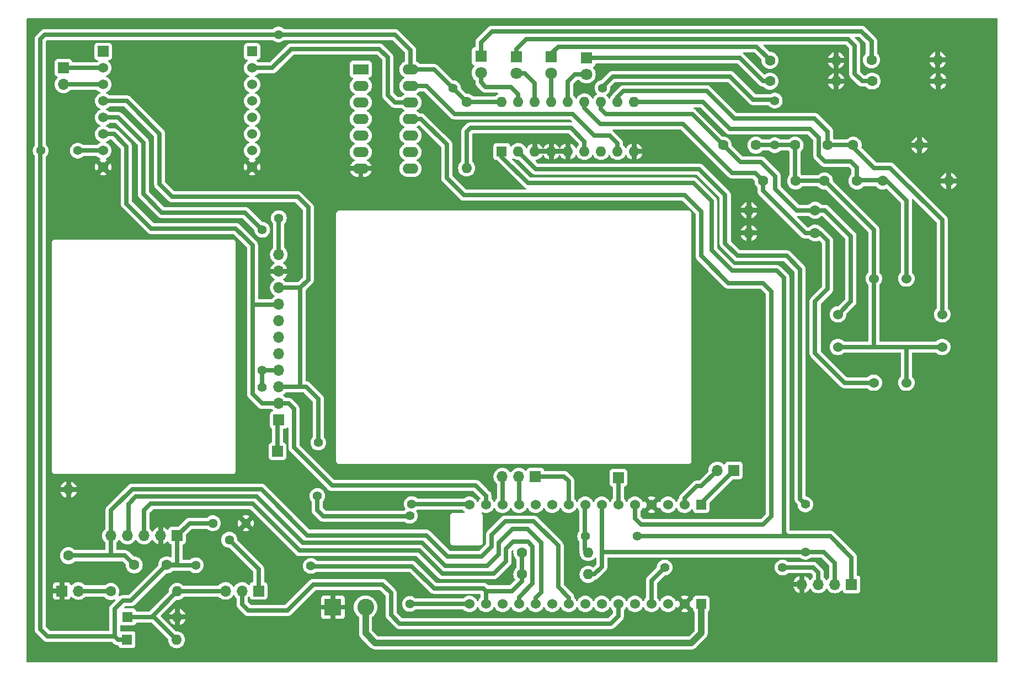
<source format=gbr>
%TF.GenerationSoftware,KiCad,Pcbnew,8.0.0*%
%TF.CreationDate,2024-03-15T07:42:52+01:00*%
%TF.ProjectId,Game_Board_v1,47616d65-5f42-46f6-9172-645f76312e6b,rev?*%
%TF.SameCoordinates,Original*%
%TF.FileFunction,Copper,L2,Bot*%
%TF.FilePolarity,Positive*%
%FSLAX46Y46*%
G04 Gerber Fmt 4.6, Leading zero omitted, Abs format (unit mm)*
G04 Created by KiCad (PCBNEW 8.0.0) date 2024-03-15 07:42:52*
%MOMM*%
%LPD*%
G01*
G04 APERTURE LIST*
%TA.AperFunction,ComponentPad*%
%ADD10C,1.600000*%
%TD*%
%TA.AperFunction,ComponentPad*%
%ADD11O,1.600000X1.600000*%
%TD*%
%TA.AperFunction,ComponentPad*%
%ADD12R,1.700000X1.700000*%
%TD*%
%TA.AperFunction,ComponentPad*%
%ADD13O,1.700000X1.700000*%
%TD*%
%TA.AperFunction,ComponentPad*%
%ADD14C,1.440000*%
%TD*%
%TA.AperFunction,ComponentPad*%
%ADD15R,1.600000X1.600000*%
%TD*%
%TA.AperFunction,ComponentPad*%
%ADD16C,1.524000*%
%TD*%
%TA.AperFunction,ComponentPad*%
%ADD17R,1.800000X1.800000*%
%TD*%
%TA.AperFunction,ComponentPad*%
%ADD18C,1.800000*%
%TD*%
%TA.AperFunction,ComponentPad*%
%ADD19R,2.400000X1.600000*%
%TD*%
%TA.AperFunction,ComponentPad*%
%ADD20O,2.400000X1.600000*%
%TD*%
%TA.AperFunction,ComponentPad*%
%ADD21R,2.600000X2.600000*%
%TD*%
%TA.AperFunction,ComponentPad*%
%ADD22C,2.600000*%
%TD*%
%TA.AperFunction,ComponentPad*%
%ADD23R,1.676400X1.676400*%
%TD*%
%TA.AperFunction,ComponentPad*%
%ADD24R,1.524000X1.524000*%
%TD*%
%TA.AperFunction,ComponentPad*%
%ADD25R,1.530000X1.530000*%
%TD*%
%TA.AperFunction,ComponentPad*%
%ADD26C,1.530000*%
%TD*%
%TA.AperFunction,ViaPad*%
%ADD27C,1.400000*%
%TD*%
%TA.AperFunction,Conductor*%
%ADD28C,0.700000*%
%TD*%
%TA.AperFunction,Conductor*%
%ADD29C,1.000000*%
%TD*%
G04 APERTURE END LIST*
D10*
%TO.P,R10,1*%
%TO.N,Net-(D6-K)*%
X262140000Y-70400000D03*
D11*
%TO.P,R10,2*%
%TO.N,GND*%
X272300000Y-70400000D03*
%TD*%
D12*
%TO.P,J7,1,Pin_1*%
%TO.N,LCD_DC_t*%
X210575000Y-134425000D03*
D13*
%TO.P,J7,2,Pin_2*%
%TO.N,LCD_RES_t*%
X208035000Y-134425000D03*
%TO.P,J7,3,Pin_3*%
%TO.N,LCD_CS_t*%
X205495000Y-134425000D03*
%TD*%
D12*
%TO.P,J6,1,Pin_1*%
%TO.N,SCL*%
X259080000Y-151000000D03*
D13*
%TO.P,J6,2,Pin_2*%
%TO.N,SDA*%
X256540000Y-151000000D03*
%TO.P,J6,3,Pin_3*%
%TO.N,5V*%
X254000000Y-151000000D03*
%TO.P,J6,4,Pin_4*%
%TO.N,GND*%
X251460000Y-151000000D03*
%TD*%
D14*
%TO.P,RV1,1,1*%
%TO.N,3.3V*%
X161050000Y-141600000D03*
%TO.P,RV1,2,2*%
%TO.N,POT_OUT*%
X163590000Y-144140000D03*
%TO.P,RV1,3,3*%
%TO.N,GND*%
X166130000Y-141600000D03*
%TD*%
D15*
%TO.P,D2,1,K*%
%TO.N,AN_IN*%
X148000000Y-156000000D03*
D11*
%TO.P,D2,2,A*%
%TO.N,GND*%
X155620000Y-156000000D03*
%TD*%
D10*
%TO.P,C5,1*%
%TO.N,3.3V*%
X154000000Y-148000000D03*
%TO.P,C5,2*%
%TO.N,JOYSW*%
X149000000Y-148000000D03*
%TD*%
%TO.P,C4,1*%
%TO.N,3.3V*%
X250500000Y-89000000D03*
%TO.P,C4,2*%
%TO.N,SW4*%
X245500000Y-89000000D03*
%TD*%
%TO.P,R8,1*%
%TO.N,Net-(D4-K)*%
X246575000Y-70475000D03*
D11*
%TO.P,R8,2*%
%TO.N,GND*%
X256735000Y-70475000D03*
%TD*%
D10*
%TO.P,R3,1*%
%TO.N,Net-(J3-Pin_2)*%
X145420000Y-152080000D03*
D11*
%TO.P,R3,2*%
%TO.N,AN_IN*%
X155580000Y-152080000D03*
%TD*%
D15*
%TO.P,U3,1,SCL*%
%TO.N,SCL*%
X205390000Y-84470000D03*
D11*
%TO.P,U3,2,SDA*%
%TO.N,SDA*%
X207930000Y-84470000D03*
%TO.P,U3,3,A2*%
%TO.N,GND*%
X210470000Y-84470000D03*
%TO.P,U3,4,A1*%
X213010000Y-84470000D03*
%TO.P,U3,5,A0*%
X215550000Y-84470000D03*
%TO.P,U3,6,~{RESET}*%
%TO.N,Net-(U3-~{RESET})*%
X218090000Y-84470000D03*
%TO.P,U3,7,NC*%
%TO.N,unconnected-(U3-NC-Pad7)*%
X220630000Y-84470000D03*
%TO.P,U3,8,INT*%
%TO.N,EXP_INT*%
X223170000Y-84470000D03*
%TO.P,U3,9,VSS*%
%TO.N,GND*%
X225710000Y-84470000D03*
%TO.P,U3,10,GP0*%
%TO.N,SW1*%
X225710000Y-76850000D03*
%TO.P,U3,11,GP1*%
%TO.N,SW2*%
X223170000Y-76850000D03*
%TO.P,U3,12,GP2*%
%TO.N,SW3*%
X220630000Y-76850000D03*
%TO.P,U3,13,GP3*%
%TO.N,SW4*%
X218090000Y-76850000D03*
%TO.P,U3,14,GP4*%
%TO.N,LED1*%
X215550000Y-76850000D03*
%TO.P,U3,15,GP5*%
%TO.N,LED2*%
X213010000Y-76850000D03*
%TO.P,U3,16,GP6*%
%TO.N,LED3*%
X210470000Y-76850000D03*
%TO.P,U3,17,GP7*%
%TO.N,LED4*%
X207930000Y-76850000D03*
%TO.P,U3,18,VDD*%
%TO.N,3.3V*%
X205390000Y-76850000D03*
%TD*%
D16*
%TO.P,SW3,1,1*%
%TO.N,3.3V*%
X257000000Y-114500000D03*
%TO.P,SW3,2,2*%
%TO.N,SW3*%
X257000000Y-109500000D03*
%TD*%
D10*
%TO.P,R12,1*%
%TO.N,3.3V*%
X208490000Y-149450000D03*
D11*
%TO.P,R12,2*%
%TO.N,SDA*%
X218650000Y-149450000D03*
%TD*%
D12*
%TO.P,J9,1,Pin_1*%
%TO.N,SD_CS_t*%
X223300000Y-134600000D03*
%TD*%
D16*
%TO.P,SW2,1,1*%
%TO.N,3.3V*%
X273000000Y-114500000D03*
%TO.P,SW2,2,2*%
%TO.N,SW2*%
X273000000Y-109500000D03*
%TD*%
D10*
%TO.P,R7,1*%
%TO.N,Net-(D3-K)*%
X246575000Y-73675000D03*
D11*
%TO.P,R7,2*%
%TO.N,GND*%
X256735000Y-73675000D03*
%TD*%
D17*
%TO.P,D5,1,K*%
%TO.N,Net-(D5-K)*%
X207635000Y-69920000D03*
D18*
%TO.P,D5,2,A*%
%TO.N,LED3*%
X207635000Y-72460000D03*
%TD*%
D15*
%TO.P,D1,1,K*%
%TO.N,3.3V*%
X147880000Y-159500000D03*
D11*
%TO.P,D1,2,A*%
%TO.N,AN_IN*%
X155500000Y-159500000D03*
%TD*%
D12*
%TO.P,J1,1,Pin_1*%
%TO.N,SD_CS*%
X171200000Y-125730000D03*
D13*
%TO.P,J1,2,Pin_2*%
%TO.N,MOSI*%
X171200000Y-123190000D03*
%TO.P,J1,3,Pin_3*%
%TO.N,SCK*%
X171200000Y-120650000D03*
%TO.P,J1,4,Pin_4*%
%TO.N,MISO*%
X171200000Y-118110000D03*
%TO.P,J1,5,Pin_5*%
%TO.N,LCD_CS*%
X171200000Y-115570000D03*
%TO.P,J1,6,Pin_6*%
%TO.N,LCD_RES*%
X171200000Y-113030000D03*
%TO.P,J1,7,Pin_7*%
%TO.N,LCD_DC*%
X171200000Y-110490000D03*
%TO.P,J1,8,Pin_8*%
%TO.N,MOSI*%
X171200000Y-107950000D03*
%TO.P,J1,9,Pin_9*%
%TO.N,SCK*%
X171200000Y-105410000D03*
%TO.P,J1,10,Pin_10*%
%TO.N,GND*%
X171200000Y-102870000D03*
%TO.P,J1,11,Pin_11*%
%TO.N,3.3V*%
X171200000Y-100330000D03*
%TD*%
D12*
%TO.P,J8,1,Pin_1*%
%TO.N,SD_CS*%
X171000000Y-130550000D03*
%TD*%
%TO.P,J10,1,Pin_1*%
%TO.N,nRF_CS_t*%
X241025000Y-133475000D03*
D13*
%TO.P,J10,2,Pin_2*%
%TO.N,nRF_RS_t*%
X238485000Y-133475000D03*
%TD*%
D10*
%TO.P,R5,1*%
%TO.N,SW4*%
X253500000Y-97000000D03*
D11*
%TO.P,R5,2*%
%TO.N,GND*%
X243340000Y-97000000D03*
%TD*%
D10*
%TO.P,R9,1*%
%TO.N,Net-(D5-K)*%
X262240000Y-73650000D03*
D11*
%TO.P,R9,2*%
%TO.N,GND*%
X272400000Y-73650000D03*
%TD*%
D10*
%TO.P,R11,1*%
%TO.N,3.3V*%
X208490000Y-146100000D03*
D11*
%TO.P,R11,2*%
%TO.N,SCL*%
X218650000Y-146100000D03*
%TD*%
D10*
%TO.P,C2,1*%
%TO.N,3.3V*%
X250420000Y-83500000D03*
%TO.P,C2,2*%
%TO.N,SW2*%
X255420000Y-83500000D03*
%TD*%
D12*
%TO.P,J3,1,Pin_1*%
%TO.N,GND*%
X137900000Y-152000000D03*
D13*
%TO.P,J3,2,Pin_2*%
%TO.N,Net-(J3-Pin_2)*%
X140440000Y-152000000D03*
%TD*%
D10*
%TO.P,R6,1*%
%TO.N,JOYSW*%
X138920000Y-146580000D03*
D11*
%TO.P,R6,2*%
%TO.N,GND*%
X138920000Y-136420000D03*
%TD*%
D10*
%TO.P,R1,1*%
%TO.N,SW1*%
X263840000Y-89000000D03*
D11*
%TO.P,R1,2*%
%TO.N,GND*%
X274000000Y-89000000D03*
%TD*%
D10*
%TO.P,R4,1*%
%TO.N,SW3*%
X253500000Y-93500000D03*
D11*
%TO.P,R4,2*%
%TO.N,GND*%
X243340000Y-93500000D03*
%TD*%
D10*
%TO.P,R13,1*%
%TO.N,3.3V*%
X200010000Y-76850000D03*
D11*
%TO.P,R13,2*%
%TO.N,Net-(U3-~{RESET})*%
X200010000Y-87010000D03*
%TD*%
D16*
%TO.P,SW4,1,1*%
%TO.N,3.3V*%
X267500000Y-120000000D03*
%TO.P,SW4,2,2*%
%TO.N,SW4*%
X262500000Y-120000000D03*
%TD*%
D17*
%TO.P,D6,1,K*%
%TO.N,Net-(D6-K)*%
X202200000Y-69860000D03*
D18*
%TO.P,D6,2,A*%
%TO.N,LED4*%
X202200000Y-72400000D03*
%TD*%
D10*
%TO.P,R2,1*%
%TO.N,SW2*%
X259340000Y-83500000D03*
D11*
%TO.P,R2,2*%
%TO.N,GND*%
X269500000Y-83500000D03*
%TD*%
D19*
%TO.P,U2,1*%
%TO.N,N/C*%
X183780000Y-71840000D03*
D20*
%TO.P,U2,2*%
X183780000Y-74380000D03*
%TO.P,U2,3*%
X183780000Y-76920000D03*
%TO.P,U2,4*%
X183780000Y-79460000D03*
%TO.P,U2,5*%
X183780000Y-82000000D03*
%TO.P,U2,6*%
X183780000Y-84540000D03*
%TO.P,U2,7,VSS*%
%TO.N,GND*%
X183780000Y-87080000D03*
%TO.P,U2,8*%
%TO.N,N/C*%
X191400000Y-87080000D03*
%TO.P,U2,9*%
X191400000Y-84540000D03*
%TO.P,U2,10*%
X191400000Y-82000000D03*
%TO.P,U2,11*%
%TO.N,EX_nRF_INT*%
X191400000Y-79460000D03*
%TO.P,U2,12*%
%TO.N,nRF_INT*%
X191400000Y-76920000D03*
%TO.P,U2,13*%
%TO.N,EXP_INT*%
X191400000Y-74380000D03*
%TO.P,U2,14,VDD*%
%TO.N,3.3V*%
X191400000Y-71840000D03*
%TD*%
D12*
%TO.P,J11,1,Pin_1*%
%TO.N,nRF_RS*%
X138150000Y-71610000D03*
D13*
%TO.P,J11,2,Pin_2*%
%TO.N,nRF_CS*%
X138150000Y-74150000D03*
%TD*%
D12*
%TO.P,J2,1,Pin_1*%
%TO.N,3.3V*%
X155600000Y-143500000D03*
D13*
%TO.P,J2,2,Pin_2*%
%TO.N,GND*%
X153060000Y-143500000D03*
%TO.P,J2,3,Pin_3*%
%TO.N,JOYX*%
X150520000Y-143500000D03*
%TO.P,J2,4,Pin_4*%
%TO.N,JOYY*%
X147980000Y-143500000D03*
%TO.P,J2,5,Pin_5*%
%TO.N,JOYSW*%
X145440000Y-143500000D03*
%TD*%
D16*
%TO.P,SW1,1,1*%
%TO.N,3.3V*%
X262500000Y-104000000D03*
%TO.P,SW1,2,2*%
%TO.N,SW1*%
X267500000Y-104000000D03*
%TD*%
D17*
%TO.P,D4,1,K*%
%TO.N,Net-(D4-K)*%
X213000000Y-69920000D03*
D18*
%TO.P,D4,2,A*%
%TO.N,LED2*%
X213000000Y-72460000D03*
%TD*%
D21*
%TO.P,J5,1,Pin_1*%
%TO.N,GND*%
X179500000Y-154500000D03*
D22*
%TO.P,J5,2,Pin_2*%
%TO.N,Vin*%
X184500000Y-154500000D03*
%TD*%
D17*
%TO.P,D3,1,K*%
%TO.N,Net-(D3-K)*%
X218400000Y-70060000D03*
D18*
%TO.P,D3,2,A*%
%TO.N,LED1*%
X218400000Y-72600000D03*
%TD*%
D10*
%TO.P,C1,1*%
%TO.N,3.3V*%
X254920000Y-89000000D03*
%TO.P,C1,2*%
%TO.N,SW1*%
X259920000Y-89000000D03*
%TD*%
D23*
%TO.P,CON1,P1,AN*%
%TO.N,unconnected-(CON1-AN-PadP1)*%
X144240000Y-69100000D03*
D16*
%TO.P,CON1,P2,RST*%
%TO.N,nRF_RS*%
X144240000Y-71640000D03*
%TO.P,CON1,P3,CS*%
%TO.N,nRF_CS*%
X144240000Y-74180000D03*
%TO.P,CON1,P4,SCK*%
%TO.N,SCK*%
X144240000Y-76720000D03*
%TO.P,CON1,P5,MISO*%
%TO.N,MISO*%
X144240000Y-79260000D03*
%TO.P,CON1,P6,MOSI*%
%TO.N,MOSI*%
X144240000Y-81800000D03*
%TO.P,CON1,P7,3V3*%
%TO.N,3.3V*%
X144240000Y-84340000D03*
%TO.P,CON1,P8,GND1*%
%TO.N,GND*%
X144240000Y-86880000D03*
%TO.P,CON1,P9,GND2*%
X167100000Y-86880000D03*
%TO.P,CON1,P10,5V*%
%TO.N,unconnected-(CON1-5V-PadP10)*%
X167100000Y-84340000D03*
%TO.P,CON1,P11,SDA*%
%TO.N,unconnected-(CON1-SDA-PadP11)*%
X167100000Y-81800000D03*
%TO.P,CON1,P12,SCL*%
%TO.N,unconnected-(CON1-SCL-PadP12)*%
X167100000Y-79260000D03*
%TO.P,CON1,P13,RX*%
%TO.N,unconnected-(CON1-RX-PadP13)*%
X167100000Y-76720000D03*
%TO.P,CON1,P14,TX*%
%TO.N,unconnected-(CON1-TX-PadP14)*%
X167100000Y-74180000D03*
%TO.P,CON1,P15,INT*%
%TO.N,nRF_INT*%
X167100000Y-71640000D03*
D24*
%TO.P,CON1,P16,PWM*%
%TO.N,unconnected-(CON1-PWM-PadP16)*%
X167100000Y-69100000D03*
%TD*%
D12*
%TO.P,J4,1,Pin_1*%
%TO.N,POT_OUT*%
X168080000Y-152000000D03*
D13*
%TO.P,J4,2,Pin_2*%
%TO.N,AN_OUT*%
X165540000Y-152000000D03*
%TO.P,J4,3,Pin_3*%
%TO.N,AN_IN*%
X163000000Y-152000000D03*
%TD*%
D10*
%TO.P,C3,1*%
%TO.N,3.3V*%
X244400000Y-83500000D03*
%TO.P,C3,2*%
%TO.N,SW3*%
X239400000Y-83500000D03*
%TD*%
D25*
%TO.P,U1,CN3_1,PA9*%
%TO.N,nRF_CS_t*%
X236000000Y-138760000D03*
D26*
%TO.P,U1,CN3_2,PA10*%
%TO.N,nRF_RS_t*%
X233460000Y-138760000D03*
%TO.P,U1,CN3_3,NRST_CN3*%
%TO.N,unconnected-(U1A-NRST_CN3-PadCN3_3)*%
X230920000Y-138760000D03*
%TO.P,U1,CN3_4,GND_CN3*%
%TO.N,GND*%
X228380000Y-138760000D03*
%TO.P,U1,CN3_5,PA12*%
%TO.N,EX_nRF_INT*%
X225840000Y-138760000D03*
%TO.P,U1,CN3_6,PB0*%
%TO.N,SD_CS_t*%
X223300000Y-138760000D03*
%TO.P,U1,CN3_7,PB7*%
%TO.N,SDA*%
X220760000Y-138760000D03*
%TO.P,U1,CN3_8,PB6*%
%TO.N,SCL*%
X218220000Y-138760000D03*
%TO.P,U1,CN3_9,PB1*%
%TO.N,LCD_DC_t*%
X215680000Y-138760000D03*
%TO.P,U1,CN3_10,PC14*%
%TO.N,unconnected-(U1A-PC14-PadCN3_10)*%
X213140000Y-138760000D03*
%TO.P,U1,CN3_11,PC15*%
%TO.N,unconnected-(U1A-PC15-PadCN3_11)*%
X210600000Y-138760000D03*
%TO.P,U1,CN3_12,PA8*%
%TO.N,LCD_RES_t*%
X208060000Y-138760000D03*
%TO.P,U1,CN3_13,PA11*%
%TO.N,LCD_CS_t*%
X205520000Y-138760000D03*
%TO.P,U1,CN3_14,PB5*%
%TO.N,MOSI*%
X202980000Y-138760000D03*
%TO.P,U1,CN3_15,PB4*%
%TO.N,MISO*%
X200440000Y-138760000D03*
D25*
%TO.P,U1,CN4_1,VIN*%
%TO.N,Vin*%
X236000000Y-154000000D03*
D26*
%TO.P,U1,CN4_2,GND_CN4*%
%TO.N,GND*%
X233460000Y-154000000D03*
%TO.P,U1,CN4_3,NRST_CN4*%
%TO.N,unconnected-(U1B-NRST_CN4-PadCN4_3)*%
X230920000Y-154000000D03*
%TO.P,U1,CN4_4,+5V*%
%TO.N,5V*%
X228380000Y-154000000D03*
%TO.P,U1,CN4_5,PA2*%
%TO.N,unconnected-(U1B-PA2-PadCN4_5)*%
X225840000Y-154000000D03*
%TO.P,U1,CN4_6,PA7*%
%TO.N,AN_OUT*%
X223300000Y-154000000D03*
%TO.P,U1,CN4_7,PA6*%
%TO.N,unconnected-(U1B-PA6-PadCN4_7)*%
X220760000Y-154000000D03*
%TO.P,U1,CN4_8,PA5*%
%TO.N,unconnected-(U1B-PA5-PadCN4_8)*%
X218220000Y-154000000D03*
%TO.P,U1,CN4_9,PA4*%
%TO.N,JOYSW*%
X215680000Y-154000000D03*
%TO.P,U1,CN4_10,PA3*%
%TO.N,unconnected-(U1B-PA3-PadCN4_10)*%
X213140000Y-154000000D03*
%TO.P,U1,CN4_11,PA1*%
%TO.N,JOYY*%
X210600000Y-154000000D03*
%TO.P,U1,CN4_12,PA0*%
%TO.N,JOYX*%
X208060000Y-154000000D03*
%TO.P,U1,CN4_13,AREF*%
%TO.N,unconnected-(U1B-AREF-PadCN4_13)*%
X205520000Y-154000000D03*
%TO.P,U1,CN4_14,+3V3*%
%TO.N,3.3V*%
X202980000Y-154000000D03*
%TO.P,U1,CN4_15,PB3*%
%TO.N,SCK*%
X200440000Y-154000000D03*
%TD*%
D27*
%TO.N,GND*%
X178050000Y-96250000D03*
X173600000Y-96300000D03*
%TO.N,3.3V*%
X220850000Y-74700000D03*
X158450000Y-148050000D03*
X171200000Y-94700000D03*
X247300000Y-83500000D03*
X140350000Y-84340000D03*
X171150000Y-66500000D03*
X176100000Y-148150000D03*
X247300000Y-76650000D03*
X134640000Y-84340000D03*
X197950000Y-74750000D03*
%TO.N,MISO*%
X168650000Y-118110000D03*
X191600000Y-138650000D03*
X168650000Y-96500000D03*
X168650000Y-120700000D03*
%TO.N,SCK*%
X177100000Y-137400000D03*
X191300000Y-140450000D03*
X191300000Y-154000000D03*
X177250000Y-129200000D03*
%TO.N,5V*%
X248500000Y-148400000D03*
X230400000Y-148400000D03*
%TO.N,SCL*%
X226200000Y-143600000D03*
X218200000Y-143600000D03*
%TO.N,SDA*%
X252000000Y-138700000D03*
X252000000Y-146000000D03*
%TD*%
D28*
%TO.N,GND*%
X171200000Y-102870000D02*
X172680000Y-102870000D01*
X178050000Y-89050000D02*
X180020000Y-87080000D01*
X172680000Y-102870000D02*
X173600000Y-101950000D01*
X180020000Y-87080000D02*
X183780000Y-87080000D01*
X173600000Y-101950000D02*
X173600000Y-96300000D01*
X178050000Y-96250000D02*
X178050000Y-89050000D01*
%TO.N,SW1*%
X252700000Y-81000000D02*
X254070000Y-82370000D01*
X240400000Y-81000000D02*
X252700000Y-81000000D01*
X254070000Y-85070000D02*
X255000000Y-86000000D01*
X263760000Y-88920000D02*
X263840000Y-89000000D01*
X259840000Y-88920000D02*
X263760000Y-88920000D01*
X236250000Y-76850000D02*
X239280000Y-79880000D01*
X239280000Y-79880000D02*
X240400000Y-81000000D01*
X225710000Y-76850000D02*
X236250000Y-76850000D01*
X255000000Y-86000000D02*
X259000000Y-86000000D01*
X267500000Y-92000000D02*
X267500000Y-104000000D01*
X254070000Y-82370000D02*
X254070000Y-85070000D01*
X259000000Y-86000000D02*
X259920000Y-86920000D01*
X263840000Y-89000000D02*
X264500000Y-89000000D01*
X259920000Y-86920000D02*
X259920000Y-89000000D01*
X264500000Y-89000000D02*
X267500000Y-92000000D01*
%TO.N,SW2*%
X273000000Y-95000000D02*
X273000000Y-109500000D01*
X223170000Y-76090000D02*
X224110000Y-75150000D01*
X224110000Y-75150000D02*
X236850000Y-75150000D01*
X262500000Y-87000000D02*
X265000000Y-87000000D01*
X253400000Y-79400000D02*
X255420000Y-81420000D01*
X255420000Y-83500000D02*
X259340000Y-83500000D01*
X255420000Y-81420000D02*
X255420000Y-83500000D01*
X223170000Y-76930000D02*
X223170000Y-76090000D01*
X236850000Y-75150000D02*
X241100000Y-79400000D01*
X259340000Y-83500000D02*
X259340000Y-83840000D01*
X241100000Y-79400000D02*
X253400000Y-79400000D01*
X265000000Y-87000000D02*
X273000000Y-95000000D01*
X259340000Y-83840000D02*
X262500000Y-87000000D01*
%TO.N,SW3*%
X253500000Y-93500000D02*
X250700000Y-93500000D01*
X250700000Y-93500000D02*
X247400000Y-90200000D01*
X247400000Y-90200000D02*
X247400000Y-88295406D01*
X245204594Y-86100000D02*
X242000000Y-86100000D01*
X220630000Y-76930000D02*
X220630000Y-77970000D01*
X257000000Y-109500000D02*
X259000000Y-107500000D01*
X247400000Y-88295406D02*
X245204594Y-86100000D01*
X259000000Y-97500000D02*
X255000000Y-93500000D01*
X259000000Y-107500000D02*
X259000000Y-97500000D01*
X234650000Y-78750000D02*
X239400000Y-83500000D01*
X220630000Y-77970000D02*
X221410000Y-78750000D01*
X255000000Y-93500000D02*
X253500000Y-93500000D01*
X221410000Y-78750000D02*
X234650000Y-78750000D01*
X242000000Y-86100000D02*
X239400000Y-83500000D01*
%TO.N,SW4*%
X218090000Y-76930000D02*
X218090000Y-77830000D01*
X253500000Y-115500000D02*
X253500000Y-107500000D01*
X252000000Y-97000000D02*
X253500000Y-97000000D01*
X245500000Y-89000000D02*
X245500000Y-90500000D01*
X233250000Y-80250000D02*
X240800000Y-87800000D01*
X254200000Y-97000000D02*
X253500000Y-97000000D01*
X255400000Y-105600000D02*
X255400000Y-98200000D01*
X245500000Y-90500000D02*
X252000000Y-97000000D01*
X253500000Y-107500000D02*
X255400000Y-105600000D01*
X258000000Y-120000000D02*
X253500000Y-115500000D01*
X218090000Y-77830000D02*
X220510000Y-80250000D01*
X255400000Y-98200000D02*
X254200000Y-97000000D01*
X244300000Y-87800000D02*
X245500000Y-89000000D01*
X240800000Y-87800000D02*
X244300000Y-87800000D01*
X262500000Y-120000000D02*
X258000000Y-120000000D01*
X220510000Y-80250000D02*
X233250000Y-80250000D01*
%TO.N,3.3V*%
X191460000Y-71900000D02*
X195050000Y-71900000D01*
X208490000Y-149450000D02*
X208490000Y-146200000D01*
X208490000Y-150510000D02*
X208490000Y-149450000D01*
X262500000Y-96500000D02*
X262500000Y-104000000D01*
X250420000Y-83500000D02*
X244400000Y-83500000D01*
X171200000Y-94700000D02*
X171200000Y-100330000D01*
X262500000Y-114400000D02*
X262500000Y-104000000D01*
X135300000Y-66500000D02*
X189000000Y-66500000D01*
X202980000Y-154000000D02*
X202980000Y-152000000D01*
X202980000Y-152000000D02*
X202580000Y-151600000D01*
X146000000Y-154750000D02*
X147250000Y-153500000D01*
X247300000Y-76650000D02*
X247150000Y-76500000D01*
X147880000Y-159500000D02*
X146500000Y-159500000D01*
X202580000Y-151600000D02*
X195000000Y-151600000D01*
X222450000Y-72950000D02*
X220750000Y-74650000D01*
X220800000Y-74650000D02*
X220850000Y-74700000D01*
X189000000Y-66500000D02*
X191400000Y-68900000D01*
X195050000Y-71900000D02*
X200000000Y-76850000D01*
X244000000Y-76500000D02*
X240450000Y-72950000D01*
X155600000Y-148000000D02*
X155600000Y-143500000D01*
X207000000Y-152000000D02*
X208490000Y-150510000D01*
X134600000Y-67200000D02*
X135300000Y-66500000D01*
X134600000Y-84300000D02*
X134600000Y-67200000D01*
X195000000Y-151600000D02*
X191600000Y-148200000D01*
X267500000Y-120000000D02*
X267500000Y-114500000D01*
X250420000Y-88920000D02*
X250500000Y-89000000D01*
X254920000Y-88920000D02*
X262500000Y-96500000D01*
X154000000Y-148000000D02*
X155600000Y-148000000D01*
X154050000Y-148050000D02*
X154000000Y-148000000D01*
X140350000Y-84340000D02*
X144240000Y-84340000D01*
X202980000Y-152000000D02*
X207000000Y-152000000D01*
X191400000Y-68900000D02*
X191400000Y-71840000D01*
X240450000Y-72950000D02*
X222450000Y-72950000D01*
X148500000Y-153500000D02*
X154000000Y-148000000D01*
X250420000Y-83500000D02*
X250420000Y-88920000D01*
X146500000Y-159500000D02*
X146000000Y-159000000D01*
X250500000Y-89000000D02*
X254920000Y-89000000D01*
X158450000Y-148050000D02*
X154050000Y-148050000D01*
X262600000Y-114500000D02*
X262500000Y-114400000D01*
X247150000Y-76500000D02*
X244000000Y-76500000D01*
X191600000Y-148200000D02*
X176050000Y-148200000D01*
X146000000Y-159000000D02*
X146000000Y-154750000D01*
X134640000Y-84340000D02*
X134600000Y-84300000D01*
X176050000Y-148200000D02*
X176100000Y-148150000D01*
X147250000Y-153500000D02*
X148500000Y-153500000D01*
X157500000Y-141600000D02*
X161050000Y-141600000D01*
X146000000Y-159000000D02*
X135700000Y-159000000D01*
X155600000Y-143500000D02*
X157500000Y-141600000D01*
X191400000Y-71840000D02*
X191460000Y-71900000D01*
X267500000Y-114500000D02*
X262600000Y-114500000D01*
X257000000Y-114500000D02*
X262600000Y-114500000D01*
X135700000Y-159000000D02*
X134600000Y-157900000D01*
X134600000Y-157900000D02*
X134600000Y-84300000D01*
X267500000Y-114500000D02*
X273000000Y-114500000D01*
X200010000Y-76850000D02*
X205390000Y-76850000D01*
X220750000Y-74650000D02*
X220800000Y-74650000D01*
X200000000Y-76850000D02*
X200010000Y-76850000D01*
%TO.N,nRF_INT*%
X189020000Y-76920000D02*
X191400000Y-76920000D01*
X170160000Y-71640000D02*
X173100000Y-68700000D01*
X186600000Y-68700000D02*
X187900000Y-70000000D01*
X173100000Y-68700000D02*
X186600000Y-68700000D01*
X167100000Y-71640000D02*
X170160000Y-71640000D01*
X187900000Y-70000000D02*
X187900000Y-75800000D01*
X187900000Y-75800000D02*
X189020000Y-76920000D01*
%TO.N,nRF_RS*%
X144240000Y-71640000D02*
X138180000Y-71640000D01*
X138180000Y-71640000D02*
X138150000Y-71610000D01*
%TO.N,MISO*%
X168650000Y-96500000D02*
X166000000Y-93850000D01*
X200330000Y-138650000D02*
X200440000Y-138760000D01*
X168650000Y-120700000D02*
X168650000Y-118110000D01*
X153250000Y-93850000D02*
X165150000Y-93850000D01*
X150400000Y-83100000D02*
X150400000Y-91000000D01*
X191600000Y-138650000D02*
X200330000Y-138650000D01*
X144240000Y-79260000D02*
X146560000Y-79260000D01*
X150400000Y-91000000D02*
X153250000Y-93850000D01*
X168650000Y-118110000D02*
X171200000Y-118110000D01*
X146560000Y-79260000D02*
X150400000Y-83100000D01*
X166000000Y-93850000D02*
X165150000Y-93850000D01*
%TO.N,MOSI*%
X173500000Y-124010000D02*
X173500000Y-129950000D01*
X173500000Y-129950000D02*
X179350000Y-135800000D01*
X164600000Y-96300000D02*
X165900000Y-97600000D01*
X202980000Y-137380000D02*
X202980000Y-138760000D01*
X167200000Y-108000000D02*
X167150000Y-107950000D01*
X201400000Y-135800000D02*
X202980000Y-137380000D01*
X168640000Y-123190000D02*
X171200000Y-123190000D01*
X165900000Y-97600000D02*
X167150000Y-98850000D01*
X144240000Y-81800000D02*
X145900000Y-81800000D01*
X147800000Y-83700000D02*
X147800000Y-92500000D01*
X147800000Y-92500000D02*
X151600000Y-96300000D01*
X167150000Y-121700000D02*
X168640000Y-123190000D01*
X179350000Y-135800000D02*
X201400000Y-135800000D01*
X172680000Y-123190000D02*
X173500000Y-124010000D01*
X167150000Y-107950000D02*
X167150000Y-121700000D01*
X171200000Y-107950000D02*
X171150000Y-108000000D01*
X151600000Y-96300000D02*
X164600000Y-96300000D01*
X167150000Y-98850000D02*
X167150000Y-107950000D01*
X171200000Y-123190000D02*
X172680000Y-123190000D01*
X145900000Y-81800000D02*
X147800000Y-83700000D01*
X171150000Y-108000000D02*
X167200000Y-108000000D01*
%TO.N,nRF_CS*%
X138180000Y-74180000D02*
X138150000Y-74150000D01*
X144240000Y-74180000D02*
X138180000Y-74180000D01*
%TO.N,SCK*%
X177250000Y-122500000D02*
X175390000Y-120640000D01*
X175390000Y-120640000D02*
X174490000Y-120640000D01*
X171250000Y-120600000D02*
X171200000Y-120650000D01*
X177250000Y-129200000D02*
X177250000Y-122500000D01*
X175700000Y-93050000D02*
X175700000Y-104200000D01*
X174450000Y-120600000D02*
X171250000Y-120600000D01*
X174100000Y-91450000D02*
X175700000Y-93050000D01*
X174490000Y-105410000D02*
X171200000Y-105410000D01*
X154850000Y-91450000D02*
X174100000Y-91450000D01*
X191250000Y-140500000D02*
X191300000Y-140450000D01*
X177100000Y-139600000D02*
X178000000Y-140500000D01*
X174490000Y-120640000D02*
X174450000Y-120600000D01*
X178000000Y-140500000D02*
X191250000Y-140500000D01*
X200440000Y-154000000D02*
X191300000Y-154000000D01*
X152900000Y-89500000D02*
X154850000Y-91450000D01*
X144240000Y-76720000D02*
X147870000Y-76720000D01*
X175700000Y-104200000D02*
X174490000Y-105410000D01*
X152900000Y-81750000D02*
X152900000Y-89500000D01*
X174490000Y-105410000D02*
X174490000Y-120640000D01*
X147870000Y-76720000D02*
X152900000Y-81750000D01*
X177100000Y-137400000D02*
X177100000Y-139600000D01*
%TO.N,LED1*%
X216650000Y-72600000D02*
X218400000Y-72600000D01*
X215550000Y-76850000D02*
X215550000Y-73700000D01*
X215550000Y-73700000D02*
X216650000Y-72600000D01*
%TO.N,Net-(D3-K)*%
X218400000Y-70060000D02*
X241910000Y-70060000D01*
X241910000Y-70060000D02*
X245525000Y-73675000D01*
X245525000Y-73675000D02*
X246575000Y-73675000D01*
%TO.N,LED2*%
X213010000Y-72470000D02*
X213000000Y-72460000D01*
X213010000Y-76850000D02*
X213010000Y-72470000D01*
%TO.N,Net-(D4-K)*%
X213000000Y-69400000D02*
X214050000Y-68350000D01*
X246575000Y-70425000D02*
X246575000Y-70475000D01*
X244500000Y-68350000D02*
X246575000Y-70425000D01*
X214050000Y-68350000D02*
X244500000Y-68350000D01*
%TO.N,LED3*%
X210470000Y-73970000D02*
X210470000Y-76850000D01*
X208960000Y-72460000D02*
X210470000Y-73970000D01*
X207635000Y-72460000D02*
X208960000Y-72460000D01*
%TO.N,Net-(D6-K)*%
X203900000Y-66000000D02*
X202200000Y-67700000D01*
X260600000Y-66000000D02*
X203900000Y-66000000D01*
X262140000Y-67540000D02*
X260600000Y-66000000D01*
X262140000Y-70400000D02*
X262140000Y-67540000D01*
X202200000Y-67700000D02*
X202200000Y-69860000D01*
%TO.N,LED4*%
X202200000Y-73850000D02*
X202950000Y-74600000D01*
X206850000Y-74600000D02*
X207930000Y-75680000D01*
X202950000Y-74600000D02*
X206850000Y-74600000D01*
X202200000Y-72400000D02*
X202200000Y-73850000D01*
X207930000Y-75680000D02*
X207930000Y-76850000D01*
%TO.N,SD_CS*%
X171000000Y-125930000D02*
X171200000Y-125730000D01*
X171000000Y-130550000D02*
X171000000Y-125930000D01*
%TO.N,JOYY*%
X211450000Y-144600000D02*
X209350000Y-142500000D01*
X210600000Y-154000000D02*
X210600000Y-153100000D01*
X167750000Y-137500000D02*
X149250000Y-137500000D01*
X203200000Y-148150000D02*
X196750000Y-148150000D01*
X149250000Y-137500000D02*
X148100000Y-138650000D01*
X210600000Y-153100000D02*
X211450000Y-152250000D01*
X193200000Y-144600000D02*
X174850000Y-144600000D01*
X196750000Y-148150000D02*
X193200000Y-144600000D01*
X207050000Y-142500000D02*
X204950000Y-144600000D01*
X204950000Y-146400000D02*
X203200000Y-148150000D01*
X148100000Y-138650000D02*
X148100000Y-143380000D01*
X174850000Y-144600000D02*
X167750000Y-137500000D01*
X204950000Y-144600000D02*
X204950000Y-146400000D01*
X148100000Y-143380000D02*
X147980000Y-143500000D01*
X211450000Y-152250000D02*
X211450000Y-144600000D01*
X209350000Y-142500000D02*
X207050000Y-142500000D01*
%TO.N,JOYSW*%
X168500000Y-136350000D02*
X175600000Y-143450000D01*
X145440000Y-143500000D02*
X145440000Y-139610000D01*
X202300000Y-146700000D02*
X203850000Y-145150000D01*
X145440000Y-143500000D02*
X145440000Y-146540000D01*
X197100000Y-146700000D02*
X202300000Y-146700000D01*
X145440000Y-146540000D02*
X145400000Y-146580000D01*
X148700000Y-136350000D02*
X168500000Y-136350000D01*
X145400000Y-146580000D02*
X147580000Y-146580000D01*
X214050000Y-151400000D02*
X215680000Y-153030000D01*
X203850000Y-145150000D02*
X203850000Y-143400000D01*
X193850000Y-143450000D02*
X197100000Y-146700000D01*
X205950000Y-141300000D02*
X210300000Y-141300000D01*
X147580000Y-146580000D02*
X149000000Y-148000000D01*
X145440000Y-139610000D02*
X148700000Y-136350000D01*
X210300000Y-141300000D02*
X214050000Y-145050000D01*
X214050000Y-145050000D02*
X214050000Y-151400000D01*
X138920000Y-146580000D02*
X144000000Y-146580000D01*
X144000000Y-146580000D02*
X145400000Y-146580000D01*
X215680000Y-153030000D02*
X215680000Y-154000000D01*
X203850000Y-143400000D02*
X205950000Y-141300000D01*
X175600000Y-143450000D02*
X193850000Y-143450000D01*
%TO.N,JOYX*%
X208060000Y-152940000D02*
X210150000Y-150850000D01*
X206050000Y-145500000D02*
X206050000Y-147450000D01*
X174400000Y-145800000D02*
X167200000Y-138600000D01*
X210150000Y-145150000D02*
X209400000Y-144400000D01*
X204150000Y-149350000D02*
X196300000Y-149350000D01*
X150520000Y-139630000D02*
X150520000Y-143500000D01*
X207150000Y-144400000D02*
X206050000Y-145500000D01*
X210150000Y-150850000D02*
X210150000Y-145150000D01*
X206050000Y-147450000D02*
X204150000Y-149350000D01*
X151550000Y-138600000D02*
X150520000Y-139630000D01*
X208060000Y-154000000D02*
X208060000Y-152940000D01*
X196300000Y-149350000D02*
X192750000Y-145800000D01*
X209400000Y-144400000D02*
X207150000Y-144400000D01*
X167200000Y-138600000D02*
X151550000Y-138600000D01*
X192750000Y-145800000D02*
X174400000Y-145800000D01*
%TO.N,AN_IN*%
X148000000Y-156000000D02*
X151660000Y-156000000D01*
X151660000Y-156000000D02*
X152000000Y-156000000D01*
X155580000Y-152080000D02*
X162920000Y-152080000D01*
X152000000Y-156000000D02*
X155500000Y-159500000D01*
X162920000Y-152080000D02*
X163000000Y-152000000D01*
X151660000Y-156000000D02*
X155580000Y-152080000D01*
%TO.N,AN_OUT*%
X165540000Y-154040000D02*
X166500000Y-155000000D01*
X176500000Y-151000000D02*
X187100000Y-151000000D01*
X166500000Y-155000000D02*
X172500000Y-155000000D01*
X188400000Y-152300000D02*
X188400000Y-155700000D01*
X222150000Y-157000000D02*
X223300000Y-155850000D01*
X188400000Y-155700000D02*
X189700000Y-157000000D01*
X165540000Y-152000000D02*
X165540000Y-154040000D01*
X223300000Y-155850000D02*
X223300000Y-154000000D01*
X172500000Y-155000000D02*
X176500000Y-151000000D01*
X189700000Y-157000000D02*
X222150000Y-157000000D01*
X187100000Y-151000000D02*
X188400000Y-152300000D01*
%TO.N,POT_OUT*%
X163590000Y-144140000D02*
X168080000Y-148630000D01*
X168080000Y-148630000D02*
X168080000Y-152000000D01*
%TO.N,Net-(D5-K)*%
X259550000Y-68200000D02*
X259550000Y-72500000D01*
X258550000Y-67200000D02*
X259550000Y-68200000D01*
X207635000Y-69920000D02*
X207635000Y-68765000D01*
X209200000Y-67200000D02*
X258550000Y-67200000D01*
X207635000Y-68765000D02*
X209200000Y-67200000D01*
X260700000Y-73650000D02*
X262240000Y-73650000D01*
X259550000Y-72500000D02*
X260700000Y-73650000D01*
D29*
%TO.N,Vin*%
X184500000Y-158500000D02*
X186000000Y-160000000D01*
X184500000Y-154500000D02*
X184500000Y-158500000D01*
X186000000Y-160000000D02*
X234500000Y-160000000D01*
X236000000Y-158500000D02*
X236000000Y-154000000D01*
X234500000Y-160000000D02*
X236000000Y-158500000D01*
D28*
%TO.N,5V*%
X228380000Y-150420000D02*
X228380000Y-154000000D01*
X254000000Y-151000000D02*
X254000000Y-149200000D01*
X248500000Y-148400000D02*
X253200000Y-148400000D01*
X230400000Y-148400000D02*
X228380000Y-150420000D01*
X254000000Y-149200000D02*
X253200000Y-148400000D01*
%TO.N,SCL*%
X234800000Y-89300000D02*
X237600000Y-92100000D01*
X255800000Y-143600000D02*
X259080000Y-146880000D01*
X248700000Y-143100000D02*
X249200000Y-143600000D01*
X205390000Y-84470000D02*
X205390000Y-85290000D01*
X218150000Y-138830000D02*
X218150000Y-145600000D01*
X248700000Y-103900000D02*
X248700000Y-143100000D01*
X226200000Y-143600000D02*
X249200000Y-143600000D01*
X218150000Y-145600000D02*
X218650000Y-146100000D01*
X247600000Y-102800000D02*
X248700000Y-103900000D01*
X251000000Y-143600000D02*
X255800000Y-143600000D01*
X237600000Y-99600000D02*
X240800000Y-102800000D01*
X205390000Y-85290000D02*
X209400000Y-89300000D01*
X237600000Y-92100000D02*
X237600000Y-99600000D01*
X209400000Y-89300000D02*
X234800000Y-89300000D01*
X249200000Y-143600000D02*
X251000000Y-143600000D01*
X240800000Y-102800000D02*
X247600000Y-102800000D01*
X259080000Y-146880000D02*
X259080000Y-151000000D01*
X218220000Y-138760000D02*
X218150000Y-138830000D01*
%TO.N,SDA*%
X239700000Y-91200000D02*
X235700000Y-87200000D01*
X241600000Y-100500000D02*
X239700000Y-98600000D01*
X219600000Y-149450000D02*
X220760000Y-148290000D01*
X235700000Y-87200000D02*
X210660000Y-87200000D01*
X220760000Y-145800000D02*
X220760000Y-146600000D01*
X252000000Y-146000000D02*
X254800000Y-146000000D01*
X251200000Y-137900000D02*
X251200000Y-102600000D01*
X251200000Y-102600000D02*
X249100000Y-100500000D01*
X249100000Y-100500000D02*
X241600000Y-100500000D01*
X252000000Y-146000000D02*
X220960000Y-146000000D01*
X254800000Y-146000000D02*
X256540000Y-147740000D01*
X220760000Y-148290000D02*
X220760000Y-146600000D01*
X220960000Y-146000000D02*
X220760000Y-145800000D01*
X210660000Y-87200000D02*
X207930000Y-84470000D01*
X218650000Y-149450000D02*
X219600000Y-149450000D01*
X256540000Y-147740000D02*
X256540000Y-151000000D01*
X220760000Y-146600000D02*
X220760000Y-138760000D01*
X252000000Y-138700000D02*
X251200000Y-137900000D01*
X239700000Y-98600000D02*
X239700000Y-91200000D01*
%TO.N,Net-(U3-~{RESET})*%
X200010000Y-81450000D02*
X200610000Y-80850000D01*
X216010000Y-80850000D02*
X218090000Y-82930000D01*
X218090000Y-82930000D02*
X218090000Y-84470000D01*
X200010000Y-87010000D02*
X200010000Y-81450000D01*
X200610000Y-80850000D02*
X216010000Y-80850000D01*
%TO.N,EX_nRF_INT*%
X245500000Y-104700000D02*
X240200000Y-104700000D01*
X236000000Y-93700000D02*
X233500000Y-91200000D01*
X196950000Y-88550000D02*
X196950000Y-83400000D01*
X240200000Y-104700000D02*
X236000000Y-100500000D01*
X199600000Y-91200000D02*
X196950000Y-88550000D01*
X236000000Y-100500000D02*
X236000000Y-93700000D01*
X191400000Y-79690812D02*
X191400000Y-79460000D01*
X196950000Y-83400000D02*
X193010000Y-79460000D01*
X193010000Y-79460000D02*
X191400000Y-79460000D01*
X246800000Y-106000000D02*
X245500000Y-104700000D01*
X233500000Y-91200000D02*
X199600000Y-91200000D01*
X225840000Y-138760000D02*
X225840000Y-140840000D01*
X246800000Y-140500000D02*
X246800000Y-106000000D01*
X245500000Y-141800000D02*
X246800000Y-140500000D01*
X226800000Y-141800000D02*
X245500000Y-141800000D01*
X225840000Y-140840000D02*
X226800000Y-141800000D01*
%TO.N,EXP_INT*%
X216300000Y-78700000D02*
X219600000Y-82000000D01*
X223170000Y-83220000D02*
X223170000Y-84470000D01*
X198150000Y-78700000D02*
X216300000Y-78700000D01*
X193830000Y-74380000D02*
X198150000Y-78700000D01*
X221950000Y-82000000D02*
X223170000Y-83220000D01*
X219600000Y-82000000D02*
X221950000Y-82000000D01*
X191400000Y-74380000D02*
X193830000Y-74380000D01*
%TO.N,Net-(J3-Pin_2)*%
X140440000Y-152000000D02*
X145340000Y-152000000D01*
X145340000Y-152000000D02*
X145420000Y-152080000D01*
%TO.N,LCD_RES_t*%
X208060000Y-134450000D02*
X208035000Y-134425000D01*
X208060000Y-138760000D02*
X208060000Y-134450000D01*
%TO.N,LCD_CS_t*%
X205520000Y-138760000D02*
X205520000Y-134450000D01*
X205520000Y-134450000D02*
X205495000Y-134425000D01*
%TO.N,LCD_DC_t*%
X215680000Y-135130000D02*
X214975000Y-134425000D01*
X215680000Y-138760000D02*
X215680000Y-135130000D01*
X214975000Y-134425000D02*
X210575000Y-134425000D01*
%TO.N,SD_CS_t*%
X223300000Y-134600000D02*
X223300000Y-138760000D01*
%TO.N,nRF_CS_t*%
X236000000Y-138500000D02*
X241025000Y-133475000D01*
X236000000Y-138760000D02*
X236000000Y-138500000D01*
%TO.N,nRF_RS_t*%
X233460000Y-138760000D02*
X233460000Y-137740000D01*
X233460000Y-137740000D02*
X235300000Y-135900000D01*
X235300000Y-135900000D02*
X236060000Y-135900000D01*
X236060000Y-135900000D02*
X238485000Y-133475000D01*
%TD*%
%TA.AperFunction,Conductor*%
%TO.N,GND*%
G36*
X166863388Y-139470185D02*
G01*
X166884030Y-139486819D01*
X173857834Y-146460624D01*
X173857838Y-146460627D01*
X173986349Y-146546496D01*
X173997137Y-146553704D01*
X173997139Y-146553705D01*
X173997143Y-146553707D01*
X174079222Y-146587703D01*
X174106584Y-146599037D01*
X174151918Y-146617816D01*
X174316228Y-146650499D01*
X174316232Y-146650500D01*
X174316233Y-146650500D01*
X174316234Y-146650500D01*
X174483767Y-146650500D01*
X192346349Y-146650500D01*
X192413388Y-146670185D01*
X192434030Y-146686819D01*
X195757831Y-150010620D01*
X195757834Y-150010622D01*
X195757838Y-150010626D01*
X195897137Y-150103704D01*
X196006584Y-150149037D01*
X196051918Y-150167816D01*
X196216228Y-150200499D01*
X196216232Y-150200500D01*
X196216233Y-150200500D01*
X204233768Y-150200500D01*
X204233769Y-150200499D01*
X204325859Y-150182182D01*
X204398074Y-150167818D01*
X204398078Y-150167816D01*
X204398082Y-150167816D01*
X204426685Y-150155967D01*
X204443408Y-150149040D01*
X204443409Y-150149039D01*
X204443415Y-150149037D01*
X204552863Y-150103704D01*
X204692162Y-150010627D01*
X206710627Y-147992162D01*
X206803704Y-147852863D01*
X206862644Y-147710568D01*
X206867816Y-147698082D01*
X206900500Y-147533767D01*
X206900500Y-145903650D01*
X206920185Y-145836611D01*
X206936815Y-145815973D01*
X206996051Y-145756736D01*
X207057373Y-145723253D01*
X207127065Y-145728237D01*
X207182998Y-145770109D01*
X207207415Y-145835573D01*
X207204342Y-145867804D01*
X207205306Y-145867974D01*
X207204364Y-145873313D01*
X207184532Y-146099998D01*
X207184532Y-146100001D01*
X207204364Y-146326686D01*
X207204366Y-146326697D01*
X207263258Y-146546488D01*
X207263261Y-146546497D01*
X207359431Y-146752732D01*
X207359432Y-146752734D01*
X207489951Y-146939137D01*
X207489952Y-146939138D01*
X207489953Y-146939139D01*
X207603182Y-147052368D01*
X207636666Y-147113689D01*
X207639500Y-147140048D01*
X207639500Y-148409951D01*
X207619815Y-148476990D01*
X207603181Y-148497632D01*
X207489954Y-148610858D01*
X207359432Y-148797265D01*
X207359431Y-148797267D01*
X207263261Y-149003502D01*
X207263258Y-149003511D01*
X207204366Y-149223302D01*
X207204364Y-149223313D01*
X207184532Y-149449998D01*
X207184532Y-149450001D01*
X207204364Y-149676686D01*
X207204366Y-149676697D01*
X207263258Y-149896488D01*
X207263261Y-149896497D01*
X207319466Y-150017028D01*
X207359432Y-150102734D01*
X207437736Y-150214565D01*
X207460063Y-150280771D01*
X207443051Y-150348538D01*
X207423841Y-150373368D01*
X206684030Y-151113181D01*
X206622707Y-151146666D01*
X206596349Y-151149500D01*
X203383651Y-151149500D01*
X203316612Y-151129815D01*
X203295970Y-151113181D01*
X203122165Y-150939375D01*
X203122161Y-150939372D01*
X202982866Y-150846297D01*
X202982863Y-150846296D01*
X202857489Y-150794365D01*
X202828082Y-150782184D01*
X202828074Y-150782182D01*
X202663771Y-150749500D01*
X202663767Y-150749500D01*
X195403650Y-150749500D01*
X195336611Y-150729815D01*
X195315969Y-150713181D01*
X192142165Y-147539375D01*
X192142161Y-147539372D01*
X192002866Y-147446297D01*
X192002863Y-147446296D01*
X191893416Y-147400962D01*
X191893414Y-147400961D01*
X191848086Y-147382185D01*
X191848074Y-147382182D01*
X191683771Y-147349500D01*
X191683767Y-147349500D01*
X177051892Y-147349500D01*
X176984853Y-147329815D01*
X176968361Y-147317143D01*
X176826562Y-147187876D01*
X176826559Y-147187874D01*
X176826558Y-147187873D01*
X176637404Y-147070754D01*
X176637398Y-147070752D01*
X176429940Y-146990382D01*
X176211243Y-146949500D01*
X175988757Y-146949500D01*
X175770060Y-146990382D01*
X175676837Y-147026497D01*
X175562601Y-147070752D01*
X175562595Y-147070754D01*
X175373439Y-147187874D01*
X175373437Y-147187876D01*
X175209020Y-147337761D01*
X175074943Y-147515308D01*
X175074938Y-147515316D01*
X174975775Y-147714461D01*
X174975769Y-147714476D01*
X174914885Y-147928462D01*
X174914884Y-147928464D01*
X174894357Y-148149999D01*
X174894357Y-148150000D01*
X174914884Y-148371535D01*
X174914885Y-148371537D01*
X174975769Y-148585523D01*
X174975775Y-148585538D01*
X175074938Y-148784683D01*
X175074943Y-148784691D01*
X175209020Y-148962238D01*
X175373437Y-149112123D01*
X175373439Y-149112125D01*
X175562595Y-149229245D01*
X175562596Y-149229245D01*
X175562599Y-149229247D01*
X175770060Y-149309618D01*
X175988757Y-149350500D01*
X175988759Y-149350500D01*
X176211241Y-149350500D01*
X176211243Y-149350500D01*
X176429940Y-149309618D01*
X176637401Y-149229247D01*
X176826562Y-149112124D01*
X176858660Y-149082862D01*
X176921464Y-149052246D01*
X176942198Y-149050500D01*
X191196349Y-149050500D01*
X191263388Y-149070185D01*
X191284030Y-149086819D01*
X194457831Y-152260620D01*
X194457834Y-152260622D01*
X194457838Y-152260626D01*
X194597137Y-152353704D01*
X194703687Y-152397838D01*
X194751918Y-152417816D01*
X194916228Y-152450499D01*
X194916232Y-152450500D01*
X194916233Y-152450500D01*
X202005500Y-152450500D01*
X202072539Y-152470185D01*
X202118294Y-152522989D01*
X202129500Y-152574500D01*
X202129500Y-153009451D01*
X202109815Y-153076490D01*
X202093181Y-153097132D01*
X202006871Y-153183441D01*
X202006868Y-153183444D01*
X201879857Y-153364834D01*
X201879856Y-153364836D01*
X201822382Y-153488091D01*
X201776210Y-153540531D01*
X201709017Y-153559683D01*
X201642135Y-153539467D01*
X201597618Y-153488091D01*
X201549764Y-153385468D01*
X201540142Y-153364833D01*
X201413132Y-153183445D01*
X201256555Y-153026868D01*
X201075167Y-152899858D01*
X201070848Y-152897844D01*
X200874486Y-152806279D01*
X200874475Y-152806275D01*
X200660592Y-152748965D01*
X200660585Y-152748964D01*
X200440002Y-152729666D01*
X200439998Y-152729666D01*
X200219414Y-152748964D01*
X200219407Y-152748965D01*
X200005524Y-152806275D01*
X200005513Y-152806279D01*
X199804836Y-152899856D01*
X199804834Y-152899857D01*
X199623444Y-153026868D01*
X199623441Y-153026871D01*
X199537132Y-153113181D01*
X199475809Y-153146666D01*
X199449451Y-153149500D01*
X192197046Y-153149500D01*
X192130007Y-153129815D01*
X192113508Y-153117137D01*
X192026562Y-153037876D01*
X192026560Y-153037874D01*
X191837404Y-152920754D01*
X191837398Y-152920752D01*
X191629940Y-152840382D01*
X191411243Y-152799500D01*
X191188757Y-152799500D01*
X190970060Y-152840382D01*
X190874364Y-152877455D01*
X190762601Y-152920752D01*
X190762595Y-152920754D01*
X190573439Y-153037874D01*
X190573437Y-153037876D01*
X190409020Y-153187761D01*
X190274943Y-153365308D01*
X190274938Y-153365316D01*
X190175775Y-153564461D01*
X190175769Y-153564476D01*
X190114885Y-153778462D01*
X190114884Y-153778464D01*
X190094357Y-153999999D01*
X190094357Y-154000000D01*
X190114884Y-154221535D01*
X190114885Y-154221537D01*
X190175769Y-154435523D01*
X190175775Y-154435538D01*
X190274938Y-154634683D01*
X190274943Y-154634691D01*
X190409020Y-154812238D01*
X190573437Y-154962123D01*
X190573439Y-154962125D01*
X190762595Y-155079245D01*
X190762596Y-155079245D01*
X190762599Y-155079247D01*
X190970060Y-155159618D01*
X191188757Y-155200500D01*
X191188759Y-155200500D01*
X191411241Y-155200500D01*
X191411243Y-155200500D01*
X191629940Y-155159618D01*
X191837401Y-155079247D01*
X192026562Y-154962124D01*
X192068919Y-154923510D01*
X192113508Y-154882863D01*
X192176312Y-154852246D01*
X192197046Y-154850500D01*
X199449451Y-154850500D01*
X199516490Y-154870185D01*
X199537132Y-154886819D01*
X199623445Y-154973132D01*
X199804833Y-155100142D01*
X199858187Y-155125021D01*
X200005513Y-155193720D01*
X200005515Y-155193720D01*
X200005520Y-155193723D01*
X200219409Y-155251035D01*
X200376974Y-155264820D01*
X200439998Y-155270334D01*
X200440000Y-155270334D01*
X200440002Y-155270334D01*
X200495147Y-155265509D01*
X200660591Y-155251035D01*
X200874480Y-155193723D01*
X201075167Y-155100142D01*
X201256555Y-154973132D01*
X201413132Y-154816555D01*
X201540142Y-154635167D01*
X201597618Y-154511907D01*
X201643790Y-154459468D01*
X201710983Y-154440316D01*
X201777864Y-154460531D01*
X201822381Y-154511907D01*
X201879858Y-154635167D01*
X202006868Y-154816555D01*
X202163445Y-154973132D01*
X202344833Y-155100142D01*
X202398187Y-155125021D01*
X202545513Y-155193720D01*
X202545515Y-155193720D01*
X202545520Y-155193723D01*
X202759409Y-155251035D01*
X202916974Y-155264820D01*
X202979998Y-155270334D01*
X202980000Y-155270334D01*
X202980002Y-155270334D01*
X203035147Y-155265509D01*
X203200591Y-155251035D01*
X203414480Y-155193723D01*
X203615167Y-155100142D01*
X203796555Y-154973132D01*
X203953132Y-154816555D01*
X204080142Y-154635167D01*
X204137618Y-154511907D01*
X204183790Y-154459468D01*
X204250983Y-154440316D01*
X204317864Y-154460531D01*
X204362381Y-154511907D01*
X204419858Y-154635167D01*
X204546868Y-154816555D01*
X204703445Y-154973132D01*
X204884833Y-155100142D01*
X204938187Y-155125021D01*
X205085513Y-155193720D01*
X205085515Y-155193720D01*
X205085520Y-155193723D01*
X205299409Y-155251035D01*
X205456974Y-155264820D01*
X205519998Y-155270334D01*
X205520000Y-155270334D01*
X205520002Y-155270334D01*
X205575147Y-155265509D01*
X205740591Y-155251035D01*
X205954480Y-155193723D01*
X206155167Y-155100142D01*
X206336555Y-154973132D01*
X206493132Y-154816555D01*
X206620142Y-154635167D01*
X206677618Y-154511907D01*
X206723790Y-154459468D01*
X206790983Y-154440316D01*
X206857864Y-154460531D01*
X206902381Y-154511907D01*
X206959858Y-154635167D01*
X207086868Y-154816555D01*
X207243445Y-154973132D01*
X207424833Y-155100142D01*
X207478187Y-155125021D01*
X207625513Y-155193720D01*
X207625515Y-155193720D01*
X207625520Y-155193723D01*
X207839409Y-155251035D01*
X207996974Y-155264820D01*
X208059998Y-155270334D01*
X208060000Y-155270334D01*
X208060002Y-155270334D01*
X208115147Y-155265509D01*
X208280591Y-155251035D01*
X208494480Y-155193723D01*
X208695167Y-155100142D01*
X208876555Y-154973132D01*
X209033132Y-154816555D01*
X209160142Y-154635167D01*
X209217618Y-154511907D01*
X209263790Y-154459468D01*
X209330983Y-154440316D01*
X209397864Y-154460531D01*
X209442381Y-154511907D01*
X209499858Y-154635167D01*
X209626868Y-154816555D01*
X209783445Y-154973132D01*
X209964833Y-155100142D01*
X210018187Y-155125021D01*
X210165513Y-155193720D01*
X210165515Y-155193720D01*
X210165520Y-155193723D01*
X210379409Y-155251035D01*
X210536974Y-155264820D01*
X210599998Y-155270334D01*
X210600000Y-155270334D01*
X210600002Y-155270334D01*
X210655147Y-155265509D01*
X210820591Y-155251035D01*
X211034480Y-155193723D01*
X211235167Y-155100142D01*
X211416555Y-154973132D01*
X211573132Y-154816555D01*
X211700142Y-154635167D01*
X211757618Y-154511907D01*
X211803790Y-154459468D01*
X211870983Y-154440316D01*
X211937864Y-154460531D01*
X211982381Y-154511907D01*
X212039858Y-154635167D01*
X212166868Y-154816555D01*
X212323445Y-154973132D01*
X212504833Y-155100142D01*
X212558187Y-155125021D01*
X212705513Y-155193720D01*
X212705515Y-155193720D01*
X212705520Y-155193723D01*
X212919409Y-155251035D01*
X213076974Y-155264820D01*
X213139998Y-155270334D01*
X213140000Y-155270334D01*
X213140002Y-155270334D01*
X213195147Y-155265509D01*
X213360591Y-155251035D01*
X213574480Y-155193723D01*
X213775167Y-155100142D01*
X213956555Y-154973132D01*
X214113132Y-154816555D01*
X214240142Y-154635167D01*
X214297618Y-154511907D01*
X214343790Y-154459468D01*
X214410983Y-154440316D01*
X214477864Y-154460531D01*
X214522381Y-154511907D01*
X214579858Y-154635167D01*
X214706868Y-154816555D01*
X214863445Y-154973132D01*
X215044833Y-155100142D01*
X215098187Y-155125021D01*
X215245513Y-155193720D01*
X215245515Y-155193720D01*
X215245520Y-155193723D01*
X215459409Y-155251035D01*
X215616974Y-155264820D01*
X215679998Y-155270334D01*
X215680000Y-155270334D01*
X215680002Y-155270334D01*
X215735147Y-155265509D01*
X215900591Y-155251035D01*
X216114480Y-155193723D01*
X216315167Y-155100142D01*
X216496555Y-154973132D01*
X216653132Y-154816555D01*
X216780142Y-154635167D01*
X216837618Y-154511907D01*
X216883790Y-154459468D01*
X216950983Y-154440316D01*
X217017864Y-154460531D01*
X217062381Y-154511907D01*
X217119858Y-154635167D01*
X217246868Y-154816555D01*
X217403445Y-154973132D01*
X217584833Y-155100142D01*
X217638187Y-155125021D01*
X217785513Y-155193720D01*
X217785515Y-155193720D01*
X217785520Y-155193723D01*
X217999409Y-155251035D01*
X218156974Y-155264820D01*
X218219998Y-155270334D01*
X218220000Y-155270334D01*
X218220002Y-155270334D01*
X218275147Y-155265509D01*
X218440591Y-155251035D01*
X218654480Y-155193723D01*
X218855167Y-155100142D01*
X219036555Y-154973132D01*
X219193132Y-154816555D01*
X219320142Y-154635167D01*
X219377618Y-154511907D01*
X219423790Y-154459468D01*
X219490983Y-154440316D01*
X219557864Y-154460531D01*
X219602381Y-154511907D01*
X219659858Y-154635167D01*
X219786868Y-154816555D01*
X219943445Y-154973132D01*
X220124833Y-155100142D01*
X220178187Y-155125021D01*
X220325513Y-155193720D01*
X220325515Y-155193720D01*
X220325520Y-155193723D01*
X220539409Y-155251035D01*
X220696974Y-155264820D01*
X220759998Y-155270334D01*
X220760000Y-155270334D01*
X220760002Y-155270334D01*
X220815147Y-155265509D01*
X220980591Y-155251035D01*
X221194480Y-155193723D01*
X221395167Y-155100142D01*
X221576555Y-154973132D01*
X221733132Y-154816555D01*
X221860142Y-154635167D01*
X221917618Y-154511907D01*
X221963790Y-154459468D01*
X222030983Y-154440316D01*
X222097864Y-154460531D01*
X222142381Y-154511907D01*
X222199858Y-154635167D01*
X222283501Y-154754621D01*
X222326868Y-154816555D01*
X222413181Y-154902868D01*
X222446666Y-154964191D01*
X222449500Y-154990549D01*
X222449500Y-155446349D01*
X222429815Y-155513388D01*
X222413181Y-155534030D01*
X221834030Y-156113181D01*
X221772707Y-156146666D01*
X221746349Y-156149500D01*
X190103651Y-156149500D01*
X190036612Y-156129815D01*
X190015970Y-156113181D01*
X189286819Y-155384030D01*
X189253334Y-155322707D01*
X189250500Y-155296349D01*
X189250500Y-152216232D01*
X189250499Y-152216228D01*
X189242020Y-152173600D01*
X189217816Y-152051918D01*
X189212255Y-152038493D01*
X189180592Y-151962050D01*
X189153707Y-151897143D01*
X189153700Y-151897130D01*
X189060627Y-151757838D01*
X189060624Y-151757834D01*
X187642165Y-150339375D01*
X187642161Y-150339372D01*
X187502864Y-150246296D01*
X187392298Y-150200499D01*
X187348082Y-150182184D01*
X187348074Y-150182182D01*
X187183771Y-150149500D01*
X187183767Y-150149500D01*
X176416233Y-150149500D01*
X176416228Y-150149500D01*
X176251925Y-150182182D01*
X176251917Y-150182184D01*
X176199965Y-150203704D01*
X176199964Y-150203704D01*
X176097142Y-150246293D01*
X176097140Y-150246294D01*
X176097137Y-150246295D01*
X176097137Y-150246296D01*
X175957840Y-150339373D01*
X175957831Y-150339379D01*
X175957831Y-150339380D01*
X172184030Y-154113181D01*
X172122707Y-154146666D01*
X172096349Y-154149500D01*
X166903651Y-154149500D01*
X166836612Y-154129815D01*
X166815970Y-154113181D01*
X166426819Y-153724030D01*
X166393334Y-153662707D01*
X166390500Y-153636349D01*
X166390500Y-153110758D01*
X166410185Y-153043719D01*
X166426813Y-153023082D01*
X166533329Y-152916566D01*
X166594648Y-152883084D01*
X166664340Y-152888068D01*
X166720274Y-152929939D01*
X166737189Y-152960917D01*
X166786202Y-153092328D01*
X166786206Y-153092335D01*
X166872452Y-153207544D01*
X166872455Y-153207547D01*
X166987664Y-153293793D01*
X166987671Y-153293797D01*
X167122517Y-153344091D01*
X167122516Y-153344091D01*
X167129444Y-153344835D01*
X167182127Y-153350500D01*
X168977872Y-153350499D01*
X169037483Y-153344091D01*
X169172331Y-153293796D01*
X169287546Y-153207546D01*
X169373796Y-153092331D01*
X169424091Y-152957483D01*
X169430500Y-152897873D01*
X169430499Y-151102128D01*
X169424091Y-151042517D01*
X169422810Y-151039083D01*
X169373797Y-150907671D01*
X169373793Y-150907664D01*
X169287547Y-150792455D01*
X169287544Y-150792452D01*
X169172335Y-150706206D01*
X169172328Y-150706202D01*
X169037482Y-150655908D01*
X169029938Y-150654126D01*
X169030474Y-150651853D01*
X168976688Y-150629571D01*
X168936843Y-150572177D01*
X168930500Y-150533024D01*
X168930500Y-148546232D01*
X168930499Y-148546228D01*
X168910661Y-148446496D01*
X168897816Y-148381918D01*
X168870608Y-148316233D01*
X168833704Y-148227137D01*
X168833702Y-148227135D01*
X168833702Y-148227133D01*
X168740627Y-148087838D01*
X168740624Y-148087834D01*
X164849220Y-144196431D01*
X164815735Y-144135108D01*
X164813373Y-144119557D01*
X164806022Y-144035538D01*
X164796549Y-143927253D01*
X164741276Y-143720970D01*
X164651021Y-143527419D01*
X164528529Y-143352481D01*
X164528527Y-143352478D01*
X164377521Y-143201472D01*
X164232461Y-143099901D01*
X164202581Y-143078979D01*
X164202580Y-143078978D01*
X164202578Y-143078977D01*
X164202579Y-143078977D01*
X164027084Y-142997143D01*
X164009030Y-142988724D01*
X164009026Y-142988723D01*
X164009022Y-142988721D01*
X163802752Y-142933452D01*
X163802748Y-142933451D01*
X163802747Y-142933451D01*
X163802746Y-142933450D01*
X163802741Y-142933450D01*
X163590002Y-142914838D01*
X163589998Y-142914838D01*
X163377258Y-142933450D01*
X163377247Y-142933452D01*
X163170977Y-142988721D01*
X163170968Y-142988725D01*
X162977421Y-143078977D01*
X162802478Y-143201472D01*
X162651472Y-143352478D01*
X162528977Y-143527421D01*
X162438725Y-143720968D01*
X162438721Y-143720977D01*
X162383452Y-143927247D01*
X162383450Y-143927258D01*
X162364838Y-144139998D01*
X162364838Y-144140001D01*
X162383450Y-144352741D01*
X162383452Y-144352752D01*
X162438721Y-144559022D01*
X162438723Y-144559026D01*
X162438724Y-144559030D01*
X162479806Y-144647130D01*
X162528977Y-144752578D01*
X162651472Y-144927521D01*
X162802478Y-145078527D01*
X162802481Y-145078529D01*
X162977419Y-145201021D01*
X162977421Y-145201022D01*
X162977420Y-145201022D01*
X163041936Y-145231106D01*
X163170970Y-145291276D01*
X163170976Y-145291277D01*
X163170977Y-145291278D01*
X163182498Y-145294365D01*
X163377253Y-145346549D01*
X163569558Y-145363373D01*
X163634626Y-145388825D01*
X163646431Y-145399220D01*
X167193181Y-148945970D01*
X167226666Y-149007293D01*
X167229500Y-149033651D01*
X167229500Y-150533023D01*
X167209815Y-150600062D01*
X167157011Y-150645817D01*
X167129865Y-150653266D01*
X167130068Y-150654124D01*
X167122520Y-150655907D01*
X166987671Y-150706202D01*
X166987664Y-150706206D01*
X166872455Y-150792452D01*
X166872452Y-150792455D01*
X166786206Y-150907664D01*
X166786203Y-150907669D01*
X166737189Y-151039083D01*
X166695317Y-151095016D01*
X166629853Y-151119433D01*
X166561580Y-151104581D01*
X166533326Y-151083430D01*
X166411402Y-150961506D01*
X166411395Y-150961501D01*
X166394157Y-150949431D01*
X166334518Y-150907671D01*
X166217834Y-150825967D01*
X166217830Y-150825965D01*
X166212865Y-150823650D01*
X166003663Y-150726097D01*
X166003659Y-150726096D01*
X166003655Y-150726094D01*
X165775413Y-150664938D01*
X165775403Y-150664936D01*
X165540001Y-150644341D01*
X165539999Y-150644341D01*
X165304596Y-150664936D01*
X165304586Y-150664938D01*
X165076344Y-150726094D01*
X165076335Y-150726098D01*
X164862171Y-150825964D01*
X164862169Y-150825965D01*
X164668597Y-150961505D01*
X164501505Y-151128597D01*
X164371575Y-151314158D01*
X164316998Y-151357783D01*
X164247500Y-151364977D01*
X164185145Y-151333454D01*
X164168425Y-151314158D01*
X164038494Y-151128597D01*
X163871402Y-150961506D01*
X163871395Y-150961501D01*
X163854157Y-150949431D01*
X163794518Y-150907671D01*
X163677834Y-150825967D01*
X163677830Y-150825965D01*
X163672865Y-150823650D01*
X163463663Y-150726097D01*
X163463659Y-150726096D01*
X163463655Y-150726094D01*
X163235413Y-150664938D01*
X163235403Y-150664936D01*
X163000001Y-150644341D01*
X162999999Y-150644341D01*
X162764596Y-150664936D01*
X162764586Y-150664938D01*
X162536344Y-150726094D01*
X162536335Y-150726098D01*
X162322171Y-150825964D01*
X162322169Y-150825965D01*
X162128597Y-150961505D01*
X161961505Y-151128597D01*
X161927878Y-151176623D01*
X161873301Y-151220248D01*
X161826303Y-151229500D01*
X156620048Y-151229500D01*
X156553009Y-151209815D01*
X156532371Y-151193185D01*
X156419139Y-151079953D01*
X156419138Y-151079952D01*
X156419137Y-151079951D01*
X156232734Y-150949432D01*
X156232732Y-150949431D01*
X156026497Y-150853261D01*
X156026488Y-150853258D01*
X155806697Y-150794366D01*
X155806693Y-150794365D01*
X155806692Y-150794365D01*
X155806691Y-150794364D01*
X155806686Y-150794364D01*
X155580002Y-150774532D01*
X155579998Y-150774532D01*
X155353313Y-150794364D01*
X155353302Y-150794366D01*
X155133511Y-150853258D01*
X155133502Y-150853261D01*
X154927267Y-150949431D01*
X154927265Y-150949432D01*
X154740858Y-151079954D01*
X154579954Y-151240858D01*
X154449432Y-151427265D01*
X154449431Y-151427267D01*
X154353261Y-151633502D01*
X154353258Y-151633511D01*
X154294366Y-151853302D01*
X154294364Y-151853313D01*
X154274532Y-152079998D01*
X154274532Y-152080005D01*
X154277752Y-152116820D01*
X154263984Y-152185319D01*
X154241905Y-152215305D01*
X151344030Y-155113181D01*
X151282707Y-155146666D01*
X151256349Y-155149500D01*
X149401440Y-155149500D01*
X149334401Y-155129815D01*
X149288646Y-155077011D01*
X149285258Y-155068833D01*
X149243797Y-154957671D01*
X149243793Y-154957664D01*
X149157547Y-154842455D01*
X149157544Y-154842452D01*
X149042335Y-154756206D01*
X149042328Y-154756202D01*
X148907482Y-154705908D01*
X148907483Y-154705908D01*
X148847883Y-154699501D01*
X148847881Y-154699500D01*
X148847873Y-154699500D01*
X148847865Y-154699500D01*
X147552651Y-154699500D01*
X147485612Y-154679815D01*
X147439857Y-154627011D01*
X147429913Y-154557853D01*
X147458938Y-154494297D01*
X147464970Y-154487819D01*
X147565970Y-154386819D01*
X147627293Y-154353334D01*
X147653651Y-154350500D01*
X148583768Y-154350500D01*
X148583769Y-154350499D01*
X148748082Y-154317816D01*
X148819866Y-154288082D01*
X148902863Y-154253704D01*
X149042162Y-154160627D01*
X153864696Y-149338091D01*
X153926017Y-149304608D01*
X153963178Y-149302246D01*
X154000000Y-149305468D01*
X154226692Y-149285635D01*
X154446496Y-149226739D01*
X154652734Y-149130568D01*
X154839139Y-149000047D01*
X154902368Y-148936817D01*
X154963689Y-148903334D01*
X154990048Y-148900500D01*
X157552954Y-148900500D01*
X157619993Y-148920185D01*
X157636492Y-148932863D01*
X157723437Y-149012123D01*
X157723439Y-149012125D01*
X157912595Y-149129245D01*
X157912596Y-149129245D01*
X157912599Y-149129247D01*
X158120060Y-149209618D01*
X158338757Y-149250500D01*
X158338759Y-149250500D01*
X158561241Y-149250500D01*
X158561243Y-149250500D01*
X158779940Y-149209618D01*
X158987401Y-149129247D01*
X159176562Y-149012124D01*
X159340981Y-148862236D01*
X159475058Y-148684689D01*
X159574229Y-148485528D01*
X159635115Y-148271536D01*
X159655643Y-148050000D01*
X159644154Y-147926017D01*
X159635115Y-147828464D01*
X159635114Y-147828462D01*
X159628933Y-147806739D01*
X159574229Y-147614472D01*
X159560928Y-147587761D01*
X159475058Y-147415311D01*
X159475056Y-147415308D01*
X159340979Y-147237761D01*
X159176562Y-147087876D01*
X159176560Y-147087874D01*
X158987404Y-146970754D01*
X158987398Y-146970752D01*
X158779940Y-146890382D01*
X158561243Y-146849500D01*
X158338757Y-146849500D01*
X158120060Y-146890382D01*
X158013435Y-146931689D01*
X157912601Y-146970752D01*
X157912595Y-146970754D01*
X157723439Y-147087874D01*
X157723437Y-147087876D01*
X157636492Y-147167137D01*
X157573688Y-147197754D01*
X157552954Y-147199500D01*
X156574500Y-147199500D01*
X156507461Y-147179815D01*
X156461706Y-147127011D01*
X156450500Y-147075500D01*
X156450500Y-144966976D01*
X156470185Y-144899937D01*
X156522989Y-144854182D01*
X156550135Y-144846736D01*
X156549932Y-144845876D01*
X156557479Y-144844092D01*
X156557481Y-144844091D01*
X156557483Y-144844091D01*
X156692331Y-144793796D01*
X156807546Y-144707546D01*
X156893796Y-144592331D01*
X156944091Y-144457483D01*
X156950500Y-144397873D01*
X156950499Y-143403649D01*
X156970183Y-143336611D01*
X156986813Y-143315974D01*
X157815970Y-142486819D01*
X157877293Y-142453334D01*
X157903651Y-142450500D01*
X160123090Y-142450500D01*
X160190129Y-142470185D01*
X160210772Y-142486820D01*
X160262479Y-142538528D01*
X160297688Y-142563181D01*
X160437419Y-142661021D01*
X160437421Y-142661022D01*
X160437420Y-142661022D01*
X160471709Y-142677011D01*
X160630970Y-142751276D01*
X160837253Y-142806549D01*
X160989215Y-142819844D01*
X161049998Y-142825162D01*
X161050000Y-142825162D01*
X161050002Y-142825162D01*
X161103186Y-142820508D01*
X161262747Y-142806549D01*
X161469030Y-142751276D01*
X161607541Y-142686687D01*
X165573641Y-142686687D01*
X165711135Y-142750801D01*
X165711146Y-142750805D01*
X165917337Y-142806054D01*
X165917345Y-142806055D01*
X166129998Y-142824660D01*
X166130002Y-142824660D01*
X166342654Y-142806055D01*
X166342662Y-142806054D01*
X166548853Y-142750805D01*
X166548859Y-142750802D01*
X166686357Y-142686686D01*
X166130001Y-142130330D01*
X166130000Y-142130330D01*
X165573641Y-142686687D01*
X161607541Y-142686687D01*
X161662581Y-142661021D01*
X161837519Y-142538529D01*
X161988529Y-142387519D01*
X162111021Y-142212581D01*
X162201276Y-142019030D01*
X162256549Y-141812747D01*
X162275162Y-141600002D01*
X164905340Y-141600002D01*
X164923944Y-141812654D01*
X164923945Y-141812662D01*
X164979194Y-142018853D01*
X164979195Y-142018855D01*
X165043312Y-142156356D01*
X165547009Y-141652661D01*
X165730000Y-141652661D01*
X165757259Y-141754394D01*
X165809920Y-141845606D01*
X165884394Y-141920080D01*
X165975606Y-141972741D01*
X166077339Y-142000000D01*
X166182661Y-142000000D01*
X166284394Y-141972741D01*
X166375606Y-141920080D01*
X166450080Y-141845606D01*
X166502741Y-141754394D01*
X166530000Y-141652661D01*
X166530000Y-141600000D01*
X166660330Y-141600000D01*
X167216686Y-142156356D01*
X167280802Y-142018859D01*
X167280805Y-142018853D01*
X167336054Y-141812662D01*
X167336055Y-141812654D01*
X167354660Y-141600002D01*
X167354660Y-141599997D01*
X167336055Y-141387345D01*
X167336054Y-141387337D01*
X167280805Y-141181146D01*
X167280801Y-141181135D01*
X167216687Y-141043641D01*
X166660330Y-141599999D01*
X166660330Y-141600000D01*
X166530000Y-141600000D01*
X166530000Y-141547339D01*
X166502741Y-141445606D01*
X166450080Y-141354394D01*
X166375606Y-141279920D01*
X166284394Y-141227259D01*
X166182661Y-141200000D01*
X166077339Y-141200000D01*
X165975606Y-141227259D01*
X165884394Y-141279920D01*
X165809920Y-141354394D01*
X165757259Y-141445606D01*
X165730000Y-141547339D01*
X165730000Y-141652661D01*
X165547009Y-141652661D01*
X165599670Y-141600000D01*
X165599670Y-141599999D01*
X165043311Y-141043641D01*
X164979194Y-141181145D01*
X164923945Y-141387337D01*
X164923944Y-141387345D01*
X164905340Y-141599997D01*
X164905340Y-141600002D01*
X162275162Y-141600002D01*
X162275162Y-141600000D01*
X162256549Y-141387253D01*
X162201276Y-141180970D01*
X162111021Y-140987419D01*
X161988529Y-140812481D01*
X161988527Y-140812478D01*
X161837521Y-140661472D01*
X161662578Y-140538977D01*
X161662579Y-140538977D01*
X161607538Y-140513311D01*
X165573641Y-140513311D01*
X166130000Y-141069670D01*
X166130001Y-141069670D01*
X166686356Y-140513312D01*
X166548855Y-140449195D01*
X166548853Y-140449194D01*
X166342662Y-140393945D01*
X166342654Y-140393944D01*
X166130002Y-140375340D01*
X166129998Y-140375340D01*
X165917345Y-140393944D01*
X165917337Y-140393945D01*
X165711145Y-140449194D01*
X165573641Y-140513311D01*
X161607538Y-140513311D01*
X161499016Y-140462707D01*
X161469030Y-140448724D01*
X161469026Y-140448723D01*
X161469022Y-140448721D01*
X161262752Y-140393452D01*
X161262748Y-140393451D01*
X161262747Y-140393451D01*
X161262746Y-140393450D01*
X161262741Y-140393450D01*
X161050002Y-140374838D01*
X161049998Y-140374838D01*
X160837258Y-140393450D01*
X160837247Y-140393452D01*
X160630977Y-140448721D01*
X160630968Y-140448725D01*
X160437421Y-140538977D01*
X160262479Y-140661471D01*
X160210772Y-140713180D01*
X160149449Y-140746666D01*
X160123090Y-140749500D01*
X157416228Y-140749500D01*
X157251925Y-140782182D01*
X157251917Y-140782184D01*
X157210061Y-140799522D01*
X157210060Y-140799522D01*
X157097136Y-140846296D01*
X157097133Y-140846297D01*
X156957838Y-140939372D01*
X156957834Y-140939375D01*
X155784028Y-142113181D01*
X155722705Y-142146666D01*
X155696347Y-142149500D01*
X154702129Y-142149500D01*
X154702123Y-142149501D01*
X154642516Y-142155908D01*
X154507671Y-142206202D01*
X154507664Y-142206206D01*
X154392455Y-142292452D01*
X154392452Y-142292455D01*
X154306206Y-142407664D01*
X154306202Y-142407671D01*
X154256997Y-142539598D01*
X154215126Y-142595532D01*
X154149661Y-142619949D01*
X154081388Y-142605097D01*
X154053134Y-142583946D01*
X153931082Y-142461894D01*
X153737578Y-142326399D01*
X153523490Y-142226568D01*
X153523487Y-142226567D01*
X153435000Y-142202856D01*
X153435000Y-143167894D01*
X153367007Y-143099901D01*
X153252993Y-143034075D01*
X153125826Y-143000000D01*
X152994174Y-143000000D01*
X152867007Y-143034075D01*
X152752993Y-143099901D01*
X152685000Y-143167894D01*
X152685000Y-142202857D01*
X152684999Y-142202856D01*
X152596512Y-142226567D01*
X152596509Y-142226568D01*
X152382422Y-142326399D01*
X152382420Y-142326400D01*
X152188926Y-142461886D01*
X152188920Y-142461891D01*
X152021891Y-142628920D01*
X152021890Y-142628922D01*
X151891880Y-142814595D01*
X151837303Y-142858219D01*
X151767804Y-142865412D01*
X151705450Y-142833890D01*
X151688730Y-142814594D01*
X151558494Y-142628597D01*
X151406819Y-142476922D01*
X151373334Y-142415599D01*
X151370500Y-142389241D01*
X151370500Y-140033651D01*
X151390185Y-139966612D01*
X151406819Y-139945970D01*
X151865970Y-139486819D01*
X151927293Y-139453334D01*
X151953651Y-139450500D01*
X166796349Y-139450500D01*
X166863388Y-139470185D01*
G37*
%TD.AperFunction*%
%TA.AperFunction,Conductor*%
G36*
X147533388Y-77590185D02*
G01*
X147554030Y-77606819D01*
X152013181Y-82065969D01*
X152046666Y-82127292D01*
X152049500Y-82153650D01*
X152049500Y-89583771D01*
X152082181Y-89748072D01*
X152082184Y-89748081D01*
X152084513Y-89753703D01*
X152084515Y-89753710D01*
X152146296Y-89902863D01*
X152146297Y-89902866D01*
X152239372Y-90042161D01*
X152239375Y-90042165D01*
X154189374Y-91992162D01*
X154307838Y-92110626D01*
X154447137Y-92203703D01*
X154447138Y-92203703D01*
X154447139Y-92203704D01*
X154482201Y-92218227D01*
X154601918Y-92267816D01*
X154766228Y-92300499D01*
X154766232Y-92300500D01*
X154766233Y-92300500D01*
X173696349Y-92300500D01*
X173763388Y-92320185D01*
X173784030Y-92336819D01*
X174813181Y-93365970D01*
X174846666Y-93427293D01*
X174849500Y-93453651D01*
X174849500Y-103796349D01*
X174829815Y-103863388D01*
X174813181Y-103884030D01*
X174174030Y-104523181D01*
X174112707Y-104556666D01*
X174086349Y-104559500D01*
X172310759Y-104559500D01*
X172243720Y-104539815D01*
X172223078Y-104523182D01*
X172147970Y-104448074D01*
X172071401Y-104371505D01*
X171885405Y-104241269D01*
X171841781Y-104186692D01*
X171834588Y-104117193D01*
X171866110Y-104054839D01*
X171885405Y-104038119D01*
X172071082Y-103908105D01*
X172238105Y-103741082D01*
X172373600Y-103547578D01*
X172473429Y-103333492D01*
X172473433Y-103333483D01*
X172497142Y-103245000D01*
X171532106Y-103245000D01*
X171600099Y-103177007D01*
X171665925Y-103062993D01*
X171700000Y-102935826D01*
X171700000Y-102804174D01*
X171665925Y-102677007D01*
X171600099Y-102562993D01*
X171532106Y-102495000D01*
X172497142Y-102495000D01*
X172497142Y-102494999D01*
X172473433Y-102406516D01*
X172473429Y-102406507D01*
X172373600Y-102192422D01*
X172373599Y-102192420D01*
X172238113Y-101998926D01*
X172238108Y-101998920D01*
X172071078Y-101831890D01*
X171885405Y-101701879D01*
X171841780Y-101647302D01*
X171834588Y-101577804D01*
X171866110Y-101515449D01*
X171885406Y-101498730D01*
X172071401Y-101368495D01*
X172238495Y-101201401D01*
X172374035Y-101007830D01*
X172473903Y-100793663D01*
X172535063Y-100565408D01*
X172555659Y-100330000D01*
X172535063Y-100094592D01*
X172473903Y-99866337D01*
X172374035Y-99652171D01*
X172358382Y-99629815D01*
X172238494Y-99458597D01*
X172086819Y-99306922D01*
X172053334Y-99245599D01*
X172050500Y-99219241D01*
X172050500Y-95603890D01*
X172070185Y-95536851D01*
X172087276Y-95516618D01*
X172087118Y-95516474D01*
X172090945Y-95512275D01*
X172090972Y-95512244D01*
X172090981Y-95512236D01*
X172225058Y-95334689D01*
X172324229Y-95135528D01*
X172385115Y-94921536D01*
X172405643Y-94700000D01*
X172396111Y-94597137D01*
X172385115Y-94478464D01*
X172385114Y-94478462D01*
X172379246Y-94457839D01*
X172324229Y-94264472D01*
X172324224Y-94264461D01*
X172225061Y-94065316D01*
X172225056Y-94065308D01*
X172090979Y-93887761D01*
X171926562Y-93737876D01*
X171926560Y-93737874D01*
X171737404Y-93620754D01*
X171737398Y-93620752D01*
X171529940Y-93540382D01*
X171311243Y-93499500D01*
X171088757Y-93499500D01*
X170870060Y-93540382D01*
X170738864Y-93591207D01*
X170662601Y-93620752D01*
X170662595Y-93620754D01*
X170473439Y-93737874D01*
X170473437Y-93737876D01*
X170309020Y-93887761D01*
X170174943Y-94065308D01*
X170174938Y-94065316D01*
X170075775Y-94264461D01*
X170075769Y-94264476D01*
X170014885Y-94478462D01*
X170014884Y-94478464D01*
X169994357Y-94699999D01*
X169994357Y-94700000D01*
X170014884Y-94921535D01*
X170014885Y-94921537D01*
X170075769Y-95135523D01*
X170075775Y-95135538D01*
X170174938Y-95334683D01*
X170174943Y-95334691D01*
X170309018Y-95512235D01*
X170309028Y-95512244D01*
X170309032Y-95512250D01*
X170312882Y-95516474D01*
X170312056Y-95517226D01*
X170345316Y-95571951D01*
X170349500Y-95603890D01*
X170349500Y-99219241D01*
X170329815Y-99286280D01*
X170313181Y-99306922D01*
X170161505Y-99458597D01*
X170025965Y-99652169D01*
X170025964Y-99652171D01*
X169926098Y-99866335D01*
X169926094Y-99866344D01*
X169864938Y-100094586D01*
X169864936Y-100094596D01*
X169844341Y-100329999D01*
X169844341Y-100330000D01*
X169864936Y-100565403D01*
X169864938Y-100565413D01*
X169926094Y-100793655D01*
X169926096Y-100793659D01*
X169926097Y-100793663D01*
X170025965Y-101007830D01*
X170025967Y-101007834D01*
X170161501Y-101201395D01*
X170161506Y-101201402D01*
X170328597Y-101368493D01*
X170328603Y-101368498D01*
X170514594Y-101498730D01*
X170558219Y-101553307D01*
X170565413Y-101622805D01*
X170533890Y-101685160D01*
X170514595Y-101701880D01*
X170328922Y-101831890D01*
X170328920Y-101831891D01*
X170161891Y-101998920D01*
X170161886Y-101998926D01*
X170026400Y-102192420D01*
X170026399Y-102192422D01*
X169926570Y-102406507D01*
X169926566Y-102406516D01*
X169902857Y-102494999D01*
X169902858Y-102495000D01*
X170867894Y-102495000D01*
X170799901Y-102562993D01*
X170734075Y-102677007D01*
X170700000Y-102804174D01*
X170700000Y-102935826D01*
X170734075Y-103062993D01*
X170799901Y-103177007D01*
X170867894Y-103245000D01*
X169902858Y-103245000D01*
X169926566Y-103333483D01*
X169926570Y-103333492D01*
X170026399Y-103547578D01*
X170161894Y-103741082D01*
X170328917Y-103908105D01*
X170514595Y-104038119D01*
X170558219Y-104092696D01*
X170565412Y-104162195D01*
X170533890Y-104224549D01*
X170514595Y-104241269D01*
X170328594Y-104371508D01*
X170161505Y-104538597D01*
X170025965Y-104732169D01*
X170025964Y-104732171D01*
X169926098Y-104946335D01*
X169926094Y-104946344D01*
X169864938Y-105174586D01*
X169864936Y-105174596D01*
X169844341Y-105409999D01*
X169844341Y-105410000D01*
X169864936Y-105645403D01*
X169864938Y-105645413D01*
X169926094Y-105873655D01*
X169926096Y-105873659D01*
X169926097Y-105873663D01*
X169945948Y-105916233D01*
X170025965Y-106087830D01*
X170025967Y-106087834D01*
X170161501Y-106281395D01*
X170161506Y-106281402D01*
X170328597Y-106448493D01*
X170328603Y-106448498D01*
X170514158Y-106578425D01*
X170557783Y-106633002D01*
X170564977Y-106702500D01*
X170533454Y-106764855D01*
X170514158Y-106781575D01*
X170328597Y-106911505D01*
X170161508Y-107078594D01*
X170148884Y-107096624D01*
X170094307Y-107140248D01*
X170047309Y-107149500D01*
X168124500Y-107149500D01*
X168057461Y-107129815D01*
X168011706Y-107077011D01*
X168000500Y-107025500D01*
X168000500Y-98766232D01*
X168000499Y-98766228D01*
X167984097Y-98683771D01*
X167967816Y-98601918D01*
X167932324Y-98516233D01*
X167903704Y-98447137D01*
X167903702Y-98447135D01*
X167903702Y-98447133D01*
X167810627Y-98307838D01*
X167810624Y-98307834D01*
X166442162Y-96939373D01*
X165142165Y-95639375D01*
X165142161Y-95639372D01*
X165002866Y-95546297D01*
X165002863Y-95546296D01*
X164893416Y-95500962D01*
X164893414Y-95500961D01*
X164848086Y-95482185D01*
X164848074Y-95482182D01*
X164683771Y-95449500D01*
X164683767Y-95449500D01*
X152003651Y-95449500D01*
X151936612Y-95429815D01*
X151915970Y-95413181D01*
X148686819Y-92184030D01*
X148653334Y-92122707D01*
X148650500Y-92096349D01*
X148650500Y-83616232D01*
X148650499Y-83616228D01*
X148632903Y-83527765D01*
X148617816Y-83451918D01*
X148574805Y-83348081D01*
X148571222Y-83339431D01*
X148553707Y-83297144D01*
X148553706Y-83297143D01*
X148553704Y-83297137D01*
X148519514Y-83245969D01*
X148460627Y-83157838D01*
X148460624Y-83157834D01*
X146442165Y-81139375D01*
X146442161Y-81139372D01*
X146302866Y-81046297D01*
X146302863Y-81046296D01*
X146182154Y-80996297D01*
X146182152Y-80996296D01*
X146148086Y-80982185D01*
X146148074Y-80982182D01*
X145983771Y-80949500D01*
X145983767Y-80949500D01*
X145226308Y-80949500D01*
X145159269Y-80929815D01*
X145138627Y-80913181D01*
X145054621Y-80829175D01*
X145054615Y-80829170D01*
X144873666Y-80702468D01*
X144873658Y-80702464D01*
X144744811Y-80642382D01*
X144692371Y-80596210D01*
X144673219Y-80529017D01*
X144693435Y-80462135D01*
X144744811Y-80417618D01*
X144750802Y-80414824D01*
X144873662Y-80357534D01*
X145054620Y-80230826D01*
X145138627Y-80146819D01*
X145199950Y-80113334D01*
X145226308Y-80110500D01*
X146156349Y-80110500D01*
X146223388Y-80130185D01*
X146244030Y-80146819D01*
X149513181Y-83415969D01*
X149546666Y-83477292D01*
X149549500Y-83503650D01*
X149549500Y-91083771D01*
X149582182Y-91248075D01*
X149582185Y-91248086D01*
X149596308Y-91282178D01*
X149596309Y-91282184D01*
X149596310Y-91282184D01*
X149646296Y-91402863D01*
X149646297Y-91402866D01*
X149739372Y-91542161D01*
X149739375Y-91542165D01*
X152707834Y-94510624D01*
X152707838Y-94510627D01*
X152847137Y-94603704D01*
X152847139Y-94603705D01*
X152847143Y-94603707D01*
X152911992Y-94630567D01*
X152956584Y-94649037D01*
X153001918Y-94667816D01*
X153163714Y-94699999D01*
X153166228Y-94700499D01*
X153166232Y-94700500D01*
X153166233Y-94700500D01*
X153166234Y-94700500D01*
X153333767Y-94700500D01*
X165066233Y-94700500D01*
X165596349Y-94700500D01*
X165663388Y-94720185D01*
X165684030Y-94736819D01*
X167412406Y-96465195D01*
X167445891Y-96526518D01*
X167448196Y-96541435D01*
X167464884Y-96721535D01*
X167464885Y-96721537D01*
X167525769Y-96935523D01*
X167525775Y-96935538D01*
X167624938Y-97134683D01*
X167624942Y-97134689D01*
X167759020Y-97312238D01*
X167923437Y-97462123D01*
X167923439Y-97462125D01*
X168112595Y-97579245D01*
X168112596Y-97579245D01*
X168112599Y-97579247D01*
X168320060Y-97659618D01*
X168538757Y-97700500D01*
X168538759Y-97700500D01*
X168761241Y-97700500D01*
X168761243Y-97700500D01*
X168979940Y-97659618D01*
X169187401Y-97579247D01*
X169376562Y-97462124D01*
X169540981Y-97312236D01*
X169675058Y-97134689D01*
X169774229Y-96935528D01*
X169835115Y-96721536D01*
X169855643Y-96500000D01*
X169835115Y-96278464D01*
X169774229Y-96064472D01*
X169742103Y-95999954D01*
X169675061Y-95865316D01*
X169675056Y-95865308D01*
X169540979Y-95687761D01*
X169376562Y-95537876D01*
X169376560Y-95537874D01*
X169187404Y-95420754D01*
X169187398Y-95420752D01*
X169167855Y-95413181D01*
X168979940Y-95340382D01*
X168761243Y-95299500D01*
X168761241Y-95299500D01*
X168703651Y-95299500D01*
X168636612Y-95279815D01*
X168615970Y-95263181D01*
X166542165Y-93189375D01*
X166542161Y-93189372D01*
X166402866Y-93096297D01*
X166402863Y-93096296D01*
X166293416Y-93050962D01*
X166293414Y-93050961D01*
X166248086Y-93032185D01*
X166248074Y-93032182D01*
X166083771Y-92999500D01*
X166083767Y-92999500D01*
X165233767Y-92999500D01*
X153653651Y-92999500D01*
X153586612Y-92979815D01*
X153565970Y-92963181D01*
X151286819Y-90684030D01*
X151253334Y-90622707D01*
X151250500Y-90596349D01*
X151250500Y-83016232D01*
X151250499Y-83016228D01*
X151217818Y-82851925D01*
X151217815Y-82851916D01*
X151217228Y-82850500D01*
X151195488Y-82798013D01*
X151177135Y-82753704D01*
X151153707Y-82697143D01*
X151153705Y-82697140D01*
X151153704Y-82697137D01*
X151060626Y-82557838D01*
X151060622Y-82557834D01*
X151060620Y-82557831D01*
X151060619Y-82557830D01*
X147102164Y-78599374D01*
X147102161Y-78599372D01*
X146962869Y-78506299D01*
X146962856Y-78506292D01*
X146831584Y-78451919D01*
X146808082Y-78442184D01*
X146808074Y-78442182D01*
X146643771Y-78409500D01*
X146643767Y-78409500D01*
X145226308Y-78409500D01*
X145159269Y-78389815D01*
X145138627Y-78373181D01*
X145054621Y-78289175D01*
X145054615Y-78289170D01*
X144873666Y-78162468D01*
X144873658Y-78162464D01*
X144744811Y-78102382D01*
X144692371Y-78056210D01*
X144673219Y-77989017D01*
X144693435Y-77922135D01*
X144744811Y-77877618D01*
X144796755Y-77853396D01*
X144873662Y-77817534D01*
X145054620Y-77690826D01*
X145138627Y-77606819D01*
X145199950Y-77573334D01*
X145226308Y-77570500D01*
X147466349Y-77570500D01*
X147533388Y-77590185D01*
G37*
%TD.AperFunction*%
%TA.AperFunction,Conductor*%
G36*
X210097259Y-84624394D02*
G01*
X210149920Y-84715606D01*
X210224394Y-84790080D01*
X210315606Y-84842741D01*
X210324037Y-84845000D01*
X210219000Y-84845000D01*
X210151961Y-84825315D01*
X210106206Y-84772511D01*
X210095000Y-84721000D01*
X210095000Y-84615963D01*
X210097259Y-84624394D01*
G37*
%TD.AperFunction*%
%TA.AperFunction,Conductor*%
G36*
X281442539Y-64020185D02*
G01*
X281488294Y-64072989D01*
X281499500Y-64124500D01*
X281499500Y-162875500D01*
X281479815Y-162942539D01*
X281427011Y-162988294D01*
X281375500Y-162999500D01*
X132624500Y-162999500D01*
X132557461Y-162979815D01*
X132511706Y-162927011D01*
X132500500Y-162875500D01*
X132500500Y-84340000D01*
X133434357Y-84340000D01*
X133454884Y-84561535D01*
X133454885Y-84561537D01*
X133515769Y-84775523D01*
X133515775Y-84775538D01*
X133614938Y-84974683D01*
X133614943Y-84974691D01*
X133644136Y-85013348D01*
X133719526Y-85113181D01*
X133724454Y-85119706D01*
X133749146Y-85185067D01*
X133749500Y-85194433D01*
X133749500Y-157983771D01*
X133782182Y-158148075D01*
X133782185Y-158148086D01*
X133796308Y-158182178D01*
X133796309Y-158182184D01*
X133796310Y-158182184D01*
X133846296Y-158302863D01*
X133846297Y-158302866D01*
X133939372Y-158442161D01*
X133939375Y-158442165D01*
X135157834Y-159660624D01*
X135157838Y-159660627D01*
X135297137Y-159753704D01*
X135297139Y-159753705D01*
X135297143Y-159753707D01*
X135379222Y-159787703D01*
X135406584Y-159799037D01*
X135451918Y-159817816D01*
X135616228Y-159850499D01*
X135616232Y-159850500D01*
X135616233Y-159850500D01*
X135783767Y-159850500D01*
X145596349Y-159850500D01*
X145663388Y-159870185D01*
X145684030Y-159886819D01*
X145957834Y-160160624D01*
X145957838Y-160160627D01*
X146097132Y-160253701D01*
X146097133Y-160253701D01*
X146097137Y-160253704D01*
X146189195Y-160291835D01*
X146251918Y-160317816D01*
X146416228Y-160350499D01*
X146416232Y-160350500D01*
X146416233Y-160350500D01*
X146478560Y-160350500D01*
X146545599Y-160370185D01*
X146591354Y-160422989D01*
X146594742Y-160431167D01*
X146636202Y-160542328D01*
X146636206Y-160542335D01*
X146722452Y-160657544D01*
X146722455Y-160657547D01*
X146837664Y-160743793D01*
X146837671Y-160743797D01*
X146972517Y-160794091D01*
X146972516Y-160794091D01*
X146979444Y-160794835D01*
X147032127Y-160800500D01*
X148727872Y-160800499D01*
X148787483Y-160794091D01*
X148922331Y-160743796D01*
X149037546Y-160657546D01*
X149123796Y-160542331D01*
X149174091Y-160407483D01*
X149180500Y-160347873D01*
X149180499Y-158652128D01*
X149174091Y-158592517D01*
X149139567Y-158499954D01*
X149123797Y-158457671D01*
X149123793Y-158457664D01*
X149037547Y-158342455D01*
X149037544Y-158342452D01*
X148922335Y-158256206D01*
X148922328Y-158256202D01*
X148787482Y-158205908D01*
X148787483Y-158205908D01*
X148727883Y-158199501D01*
X148727881Y-158199500D01*
X148727873Y-158199500D01*
X148727864Y-158199500D01*
X147032129Y-158199500D01*
X147032123Y-158199501D01*
X146987753Y-158204271D01*
X146918994Y-158191864D01*
X146867857Y-158144253D01*
X146850500Y-158080981D01*
X146850500Y-157382418D01*
X146870185Y-157315379D01*
X146922989Y-157269624D01*
X146992147Y-157259680D01*
X147017833Y-157266236D01*
X147092517Y-157294091D01*
X147092516Y-157294091D01*
X147099444Y-157294835D01*
X147152127Y-157300500D01*
X148847872Y-157300499D01*
X148907483Y-157294091D01*
X149042331Y-157243796D01*
X149157546Y-157157546D01*
X149243796Y-157042331D01*
X149259712Y-156999657D01*
X149285258Y-156931167D01*
X149327129Y-156875233D01*
X149392593Y-156850816D01*
X149401440Y-156850500D01*
X151576233Y-156850500D01*
X151596349Y-156850500D01*
X151663388Y-156870185D01*
X151684030Y-156886819D01*
X154161905Y-159364693D01*
X154195390Y-159426016D01*
X154197752Y-159463178D01*
X154194532Y-159499994D01*
X154194532Y-159500001D01*
X154214364Y-159726686D01*
X154214366Y-159726697D01*
X154273258Y-159946488D01*
X154273261Y-159946497D01*
X154369431Y-160152732D01*
X154369432Y-160152734D01*
X154499954Y-160339141D01*
X154660858Y-160500045D01*
X154660861Y-160500047D01*
X154847266Y-160630568D01*
X155053504Y-160726739D01*
X155273308Y-160785635D01*
X155435230Y-160799801D01*
X155499998Y-160805468D01*
X155500000Y-160805468D01*
X155500002Y-160805468D01*
X155556807Y-160800498D01*
X155726692Y-160785635D01*
X155946496Y-160726739D01*
X156152734Y-160630568D01*
X156339139Y-160500047D01*
X156500047Y-160339139D01*
X156630568Y-160152734D01*
X156726739Y-159946496D01*
X156785635Y-159726692D01*
X156805468Y-159500000D01*
X156805467Y-159499994D01*
X156793630Y-159364693D01*
X156785635Y-159273308D01*
X156726739Y-159053504D01*
X156630568Y-158847266D01*
X156500047Y-158660861D01*
X156500045Y-158660858D01*
X156339141Y-158499954D01*
X156152734Y-158369432D01*
X156152732Y-158369431D01*
X155946497Y-158273261D01*
X155946488Y-158273258D01*
X155726697Y-158214366D01*
X155726693Y-158214365D01*
X155726692Y-158214365D01*
X155726691Y-158214364D01*
X155726686Y-158214364D01*
X155500002Y-158194532D01*
X155499994Y-158194532D01*
X155463178Y-158197752D01*
X155394678Y-158183984D01*
X155364693Y-158161905D01*
X154245116Y-157042328D01*
X153577789Y-156375000D01*
X154374621Y-156375000D01*
X154393732Y-156446321D01*
X154393733Y-156446324D01*
X154489865Y-156652482D01*
X154620342Y-156838820D01*
X154781179Y-156999657D01*
X154967517Y-157130134D01*
X155173676Y-157226267D01*
X155245000Y-157245377D01*
X155245000Y-156375000D01*
X154374621Y-156375000D01*
X153577789Y-156375000D01*
X153255450Y-156052661D01*
X155220000Y-156052661D01*
X155247259Y-156154394D01*
X155299920Y-156245606D01*
X155374394Y-156320080D01*
X155465606Y-156372741D01*
X155567339Y-156400000D01*
X155672661Y-156400000D01*
X155765963Y-156375000D01*
X155995000Y-156375000D01*
X155995000Y-157245376D01*
X156066323Y-157226267D01*
X156066324Y-157226267D01*
X156272482Y-157130134D01*
X156458820Y-156999657D01*
X156619657Y-156838820D01*
X156750134Y-156652482D01*
X156846266Y-156446324D01*
X156846267Y-156446321D01*
X156865379Y-156375000D01*
X155995000Y-156375000D01*
X155765963Y-156375000D01*
X155774394Y-156372741D01*
X155865606Y-156320080D01*
X155940080Y-156245606D01*
X155992741Y-156154394D01*
X156020000Y-156052661D01*
X156020000Y-155947339D01*
X155992741Y-155845606D01*
X155940080Y-155754394D01*
X155865606Y-155679920D01*
X155774394Y-155627259D01*
X155672661Y-155600000D01*
X155567339Y-155600000D01*
X155465606Y-155627259D01*
X155374394Y-155679920D01*
X155299920Y-155754394D01*
X155247259Y-155845606D01*
X155220000Y-155947339D01*
X155220000Y-156052661D01*
X153255450Y-156052661D01*
X153120466Y-155917677D01*
X153086983Y-155856357D01*
X153091967Y-155786665D01*
X153120466Y-155742320D01*
X153237787Y-155624999D01*
X154374620Y-155624999D01*
X154374621Y-155625000D01*
X155245000Y-155625000D01*
X155245000Y-154754621D01*
X155244999Y-154754620D01*
X155995000Y-154754620D01*
X155995000Y-155625000D01*
X156865379Y-155625000D01*
X156865379Y-155624999D01*
X156846267Y-155553678D01*
X156846266Y-155553675D01*
X156750134Y-155347517D01*
X156619657Y-155161179D01*
X156458820Y-155000342D01*
X156272482Y-154869865D01*
X156066324Y-154773733D01*
X156066321Y-154773732D01*
X155995000Y-154754620D01*
X155244999Y-154754620D01*
X155173678Y-154773732D01*
X155173675Y-154773733D01*
X154967517Y-154869865D01*
X154781179Y-155000342D01*
X154620342Y-155161179D01*
X154489865Y-155347517D01*
X154393733Y-155553675D01*
X154393732Y-155553678D01*
X154374620Y-155624999D01*
X153237787Y-155624999D01*
X155444695Y-153418091D01*
X155506016Y-153384608D01*
X155543178Y-153382246D01*
X155580000Y-153385468D01*
X155806692Y-153365635D01*
X156026496Y-153306739D01*
X156232734Y-153210568D01*
X156419139Y-153080047D01*
X156532368Y-152966817D01*
X156593689Y-152933334D01*
X156620048Y-152930500D01*
X161969242Y-152930500D01*
X162036281Y-152950185D01*
X162056923Y-152966819D01*
X162128599Y-153038495D01*
X162212233Y-153097056D01*
X162322165Y-153174032D01*
X162322167Y-153174033D01*
X162322170Y-153174035D01*
X162536337Y-153273903D01*
X162536343Y-153273904D01*
X162536344Y-153273905D01*
X162590702Y-153288470D01*
X162764592Y-153335063D01*
X162941034Y-153350500D01*
X162999999Y-153355659D01*
X163000000Y-153355659D01*
X163000001Y-153355659D01*
X163058966Y-153350500D01*
X163235408Y-153335063D01*
X163463663Y-153273903D01*
X163677830Y-153174035D01*
X163871401Y-153038495D01*
X164038495Y-152871401D01*
X164158511Y-152700000D01*
X164168425Y-152685842D01*
X164223002Y-152642217D01*
X164292500Y-152635023D01*
X164354855Y-152666546D01*
X164371575Y-152685842D01*
X164501501Y-152871396D01*
X164501506Y-152871402D01*
X164653181Y-153023077D01*
X164686666Y-153084400D01*
X164689500Y-153110758D01*
X164689500Y-154123771D01*
X164710748Y-154230591D01*
X164722181Y-154288074D01*
X164722184Y-154288082D01*
X164786296Y-154442863D01*
X164786297Y-154442866D01*
X164879372Y-154582161D01*
X164879375Y-154582165D01*
X165957834Y-155660624D01*
X165957838Y-155660627D01*
X166097137Y-155753704D01*
X166097139Y-155753705D01*
X166097143Y-155753707D01*
X166169718Y-155783767D01*
X166206584Y-155799037D01*
X166251918Y-155817816D01*
X166313167Y-155829999D01*
X166416228Y-155850499D01*
X166416232Y-155850500D01*
X166416233Y-155850500D01*
X172583768Y-155850500D01*
X172583769Y-155850499D01*
X172597117Y-155847844D01*
X177700000Y-155847844D01*
X177706401Y-155907372D01*
X177706403Y-155907379D01*
X177756645Y-156042086D01*
X177756649Y-156042093D01*
X177842809Y-156157187D01*
X177842812Y-156157190D01*
X177957906Y-156243350D01*
X177957913Y-156243354D01*
X178092620Y-156293596D01*
X178092627Y-156293598D01*
X178152155Y-156299999D01*
X178152172Y-156300000D01*
X179125000Y-156300000D01*
X179125000Y-155031181D01*
X179192110Y-155076022D01*
X179310402Y-155125021D01*
X179435981Y-155150000D01*
X179564019Y-155150000D01*
X179689598Y-155125021D01*
X179807890Y-155076022D01*
X179875000Y-155031181D01*
X179875000Y-156300000D01*
X180847828Y-156300000D01*
X180847844Y-156299999D01*
X180907372Y-156293598D01*
X180907379Y-156293596D01*
X181042086Y-156243354D01*
X181042093Y-156243350D01*
X181157187Y-156157190D01*
X181157190Y-156157187D01*
X181243350Y-156042093D01*
X181243354Y-156042086D01*
X181293596Y-155907379D01*
X181293598Y-155907372D01*
X181299999Y-155847844D01*
X181300000Y-155847827D01*
X181300000Y-154875000D01*
X180031181Y-154875000D01*
X180076022Y-154807890D01*
X180125021Y-154689598D01*
X180150000Y-154564019D01*
X180150000Y-154500004D01*
X182694451Y-154500004D01*
X182714616Y-154769101D01*
X182774664Y-155032188D01*
X182774666Y-155032195D01*
X182868129Y-155270334D01*
X182873257Y-155283398D01*
X183008185Y-155517102D01*
X183122643Y-155660627D01*
X183176442Y-155728089D01*
X183252906Y-155799036D01*
X183374259Y-155911635D01*
X183427716Y-155948081D01*
X183445351Y-155960104D01*
X183489653Y-156014133D01*
X183499500Y-156062558D01*
X183499500Y-158598545D01*
X183510158Y-158652126D01*
X183523225Y-158717815D01*
X183523225Y-158717816D01*
X183537946Y-158791828D01*
X183537949Y-158791837D01*
X183613364Y-158973907D01*
X183613369Y-158973916D01*
X183722859Y-159137780D01*
X183722860Y-159137781D01*
X183722861Y-159137782D01*
X183862218Y-159277139D01*
X183862219Y-159277139D01*
X183869286Y-159284206D01*
X183869285Y-159284206D01*
X183869288Y-159284208D01*
X185222860Y-160637781D01*
X185222861Y-160637782D01*
X185311817Y-160726738D01*
X185362219Y-160777140D01*
X185397180Y-160800500D01*
X185526086Y-160886632D01*
X185632745Y-160930811D01*
X185708164Y-160962051D01*
X185901454Y-161000499D01*
X185901457Y-161000500D01*
X185901459Y-161000500D01*
X234598542Y-161000500D01*
X234617870Y-160996655D01*
X234695188Y-160981275D01*
X234791836Y-160962051D01*
X234845165Y-160939961D01*
X234973914Y-160886632D01*
X235137782Y-160777139D01*
X235277139Y-160637782D01*
X235277139Y-160637780D01*
X235287347Y-160627573D01*
X235287348Y-160627570D01*
X236777139Y-159137782D01*
X236869536Y-158999500D01*
X236886631Y-158973916D01*
X236886636Y-158973906D01*
X236962050Y-158791837D01*
X236962053Y-158791827D01*
X236976775Y-158717817D01*
X236988104Y-158660861D01*
X237000500Y-158598541D01*
X237000500Y-158401460D01*
X237000500Y-155275979D01*
X237020185Y-155208940D01*
X237050187Y-155176713D01*
X237122546Y-155122546D01*
X237208796Y-155007331D01*
X237259091Y-154872483D01*
X237265500Y-154812873D01*
X237265499Y-153187128D01*
X237259091Y-153127517D01*
X237252840Y-153110758D01*
X237208797Y-152992671D01*
X237208793Y-152992664D01*
X237122547Y-152877455D01*
X237122544Y-152877452D01*
X237007335Y-152791206D01*
X237007328Y-152791202D01*
X236872482Y-152740908D01*
X236872483Y-152740908D01*
X236812883Y-152734501D01*
X236812881Y-152734500D01*
X236812873Y-152734500D01*
X236812864Y-152734500D01*
X235187129Y-152734500D01*
X235187123Y-152734501D01*
X235127516Y-152740908D01*
X234992671Y-152791202D01*
X234992664Y-152791206D01*
X234877455Y-152877452D01*
X234877452Y-152877455D01*
X234791206Y-152992664D01*
X234791202Y-152992671D01*
X234740908Y-153127517D01*
X234735637Y-153176550D01*
X234734501Y-153187123D01*
X234734500Y-153187135D01*
X234734500Y-153289148D01*
X234714815Y-153356187D01*
X234662011Y-153401942D01*
X234592853Y-153411886D01*
X234588968Y-153411264D01*
X234580549Y-153409779D01*
X233990330Y-153999999D01*
X233990330Y-154000000D01*
X234580548Y-154590218D01*
X234588967Y-154588734D01*
X234658406Y-154596478D01*
X234712635Y-154640534D01*
X234734438Y-154706915D01*
X234734500Y-154710849D01*
X234734500Y-154812869D01*
X234734501Y-154812876D01*
X234740908Y-154872483D01*
X234791202Y-155007328D01*
X234791206Y-155007335D01*
X234837244Y-155068833D01*
X234877454Y-155122546D01*
X234949811Y-155176713D01*
X234991682Y-155232646D01*
X234999500Y-155275979D01*
X234999500Y-158034217D01*
X234979815Y-158101256D01*
X234963181Y-158121898D01*
X234121899Y-158963181D01*
X234060576Y-158996666D01*
X234034218Y-158999500D01*
X186465783Y-158999500D01*
X186398744Y-158979815D01*
X186378102Y-158963181D01*
X185536819Y-158121898D01*
X185503334Y-158060575D01*
X185500500Y-158034217D01*
X185500500Y-156062559D01*
X185520185Y-155995520D01*
X185554648Y-155960106D01*
X185593285Y-155933763D01*
X185625741Y-155911635D01*
X185795955Y-155753700D01*
X185823557Y-155728089D01*
X185823557Y-155728087D01*
X185823561Y-155728085D01*
X185991815Y-155517102D01*
X186126743Y-155283398D01*
X186225334Y-155032195D01*
X186285383Y-154769103D01*
X186298788Y-154590218D01*
X186305549Y-154500004D01*
X186305549Y-154499995D01*
X186285383Y-154230898D01*
X186285313Y-154230591D01*
X186225334Y-153967805D01*
X186126743Y-153716602D01*
X185991815Y-153482898D01*
X185823561Y-153271915D01*
X185823560Y-153271914D01*
X185823557Y-153271910D01*
X185625741Y-153088365D01*
X185560257Y-153043719D01*
X185402775Y-152936349D01*
X185402769Y-152936346D01*
X185402768Y-152936345D01*
X185402767Y-152936344D01*
X185159643Y-152819263D01*
X185159645Y-152819263D01*
X184901773Y-152739720D01*
X184901767Y-152739718D01*
X184634936Y-152699500D01*
X184634929Y-152699500D01*
X184365071Y-152699500D01*
X184365063Y-152699500D01*
X184098232Y-152739718D01*
X184098226Y-152739720D01*
X183840358Y-152819262D01*
X183597230Y-152936346D01*
X183374258Y-153088365D01*
X183176442Y-153271910D01*
X183008185Y-153482898D01*
X182873258Y-153716599D01*
X182873256Y-153716603D01*
X182774666Y-153967804D01*
X182774664Y-153967811D01*
X182714616Y-154230898D01*
X182694451Y-154499995D01*
X182694451Y-154500004D01*
X180150000Y-154500004D01*
X180150000Y-154435981D01*
X180125021Y-154310402D01*
X180076022Y-154192110D01*
X180031181Y-154125000D01*
X181300000Y-154125000D01*
X181300000Y-153152172D01*
X181299999Y-153152155D01*
X181293598Y-153092627D01*
X181293596Y-153092620D01*
X181243354Y-152957913D01*
X181243350Y-152957906D01*
X181157190Y-152842812D01*
X181157187Y-152842809D01*
X181042093Y-152756649D01*
X181042086Y-152756645D01*
X180907379Y-152706403D01*
X180907372Y-152706401D01*
X180847844Y-152700000D01*
X179875000Y-152700000D01*
X179875000Y-153968818D01*
X179807890Y-153923978D01*
X179689598Y-153874979D01*
X179564019Y-153850000D01*
X179435981Y-153850000D01*
X179310402Y-153874979D01*
X179192110Y-153923978D01*
X179125000Y-153968818D01*
X179125000Y-152700000D01*
X178152155Y-152700000D01*
X178092627Y-152706401D01*
X178092620Y-152706403D01*
X177957913Y-152756645D01*
X177957906Y-152756649D01*
X177842812Y-152842809D01*
X177842809Y-152842812D01*
X177756649Y-152957906D01*
X177756645Y-152957913D01*
X177706403Y-153092620D01*
X177706401Y-153092627D01*
X177700000Y-153152155D01*
X177700000Y-154125000D01*
X178968819Y-154125000D01*
X178923978Y-154192110D01*
X178874979Y-154310402D01*
X178850000Y-154435981D01*
X178850000Y-154564019D01*
X178874979Y-154689598D01*
X178923978Y-154807890D01*
X178968819Y-154875000D01*
X177700000Y-154875000D01*
X177700000Y-155847844D01*
X172597117Y-155847844D01*
X172638538Y-155839605D01*
X172748074Y-155817818D01*
X172748078Y-155817816D01*
X172748082Y-155817816D01*
X172793415Y-155799037D01*
X172902863Y-155753704D01*
X173042162Y-155660627D01*
X176815969Y-151886818D01*
X176877292Y-151853334D01*
X176903650Y-151850500D01*
X186696349Y-151850500D01*
X186763388Y-151870185D01*
X186784030Y-151886819D01*
X187513181Y-152615970D01*
X187546666Y-152677293D01*
X187549500Y-152703651D01*
X187549500Y-155783771D01*
X187579335Y-155933763D01*
X187582182Y-155948077D01*
X187582184Y-155948083D01*
X187646296Y-156102863D01*
X187646297Y-156102866D01*
X187739372Y-156242161D01*
X187739375Y-156242165D01*
X189157834Y-157660624D01*
X189157838Y-157660627D01*
X189297137Y-157753704D01*
X189297139Y-157753705D01*
X189297143Y-157753707D01*
X189379222Y-157787703D01*
X189406584Y-157799037D01*
X189451918Y-157817816D01*
X189616228Y-157850499D01*
X189616232Y-157850500D01*
X189616233Y-157850500D01*
X222233768Y-157850500D01*
X222233769Y-157850499D01*
X222288538Y-157839605D01*
X222398074Y-157817818D01*
X222398078Y-157817816D01*
X222398082Y-157817816D01*
X222443415Y-157799037D01*
X222552863Y-157753704D01*
X222692162Y-157660627D01*
X223960627Y-156392162D01*
X224053704Y-156252862D01*
X224096518Y-156149500D01*
X224117816Y-156098082D01*
X224145261Y-155960104D01*
X224150500Y-155933768D01*
X224150500Y-154990549D01*
X224170185Y-154923510D01*
X224186819Y-154902868D01*
X224219822Y-154869865D01*
X224273132Y-154816555D01*
X224400142Y-154635167D01*
X224457618Y-154511907D01*
X224503790Y-154459468D01*
X224570983Y-154440316D01*
X224637864Y-154460531D01*
X224682381Y-154511907D01*
X224739858Y-154635167D01*
X224866868Y-154816555D01*
X225023445Y-154973132D01*
X225204833Y-155100142D01*
X225258187Y-155125021D01*
X225405513Y-155193720D01*
X225405515Y-155193720D01*
X225405520Y-155193723D01*
X225619409Y-155251035D01*
X225776974Y-155264820D01*
X225839998Y-155270334D01*
X225840000Y-155270334D01*
X225840002Y-155270334D01*
X225895147Y-155265509D01*
X226060591Y-155251035D01*
X226274480Y-155193723D01*
X226475167Y-155100142D01*
X226656555Y-154973132D01*
X226813132Y-154816555D01*
X226940142Y-154635167D01*
X226997618Y-154511907D01*
X227043790Y-154459468D01*
X227110983Y-154440316D01*
X227177864Y-154460531D01*
X227222381Y-154511907D01*
X227279858Y-154635167D01*
X227406868Y-154816555D01*
X227563445Y-154973132D01*
X227744833Y-155100142D01*
X227798187Y-155125021D01*
X227945513Y-155193720D01*
X227945515Y-155193720D01*
X227945520Y-155193723D01*
X228159409Y-155251035D01*
X228316974Y-155264820D01*
X228379998Y-155270334D01*
X228380000Y-155270334D01*
X228380002Y-155270334D01*
X228435147Y-155265509D01*
X228600591Y-155251035D01*
X228814480Y-155193723D01*
X229015167Y-155100142D01*
X229196555Y-154973132D01*
X229353132Y-154816555D01*
X229480142Y-154635167D01*
X229537618Y-154511907D01*
X229583790Y-154459468D01*
X229650983Y-154440316D01*
X229717864Y-154460531D01*
X229762381Y-154511907D01*
X229819858Y-154635167D01*
X229946868Y-154816555D01*
X230103445Y-154973132D01*
X230284833Y-155100142D01*
X230338187Y-155125021D01*
X230485513Y-155193720D01*
X230485515Y-155193720D01*
X230485520Y-155193723D01*
X230699409Y-155251035D01*
X230856974Y-155264820D01*
X230919998Y-155270334D01*
X230920000Y-155270334D01*
X230920002Y-155270334D01*
X230975147Y-155265509D01*
X231140591Y-155251035D01*
X231354480Y-155193723D01*
X231511406Y-155120548D01*
X232869780Y-155120548D01*
X233025690Y-155193250D01*
X233025699Y-155193254D01*
X233239490Y-155250538D01*
X233239500Y-155250540D01*
X233459999Y-155269832D01*
X233460001Y-155269832D01*
X233680499Y-155250540D01*
X233680509Y-155250538D01*
X233894300Y-155193254D01*
X233894309Y-155193250D01*
X234050219Y-155120549D01*
X233460001Y-154530330D01*
X233460000Y-154530330D01*
X232869780Y-155120548D01*
X231511406Y-155120548D01*
X231555167Y-155100142D01*
X231736555Y-154973132D01*
X231893132Y-154816555D01*
X232020142Y-154635167D01*
X232077895Y-154511312D01*
X232124064Y-154458878D01*
X232191258Y-154439725D01*
X232258139Y-154459940D01*
X232302657Y-154511316D01*
X232339450Y-154590219D01*
X232862527Y-154067143D01*
X232950000Y-154067143D01*
X232984755Y-154196853D01*
X233051898Y-154313147D01*
X233146853Y-154408102D01*
X233263147Y-154475245D01*
X233392857Y-154510000D01*
X233527143Y-154510000D01*
X233656853Y-154475245D01*
X233773147Y-154408102D01*
X233868102Y-154313147D01*
X233935245Y-154196853D01*
X233970000Y-154067143D01*
X233970000Y-153932857D01*
X233935245Y-153803147D01*
X233868102Y-153686853D01*
X233773147Y-153591898D01*
X233656853Y-153524755D01*
X233527143Y-153490000D01*
X233392857Y-153490000D01*
X233263147Y-153524755D01*
X233146853Y-153591898D01*
X233051898Y-153686853D01*
X232984755Y-153803147D01*
X232950000Y-153932857D01*
X232950000Y-154067143D01*
X232862527Y-154067143D01*
X232929670Y-154000000D01*
X232339449Y-153409779D01*
X232302657Y-153488682D01*
X232256485Y-153541122D01*
X232189292Y-153560274D01*
X232122411Y-153540059D01*
X232077893Y-153488682D01*
X232020142Y-153364833D01*
X231893132Y-153183445D01*
X231736555Y-153026868D01*
X231555167Y-152899858D01*
X231550848Y-152897844D01*
X231511402Y-152879450D01*
X232869780Y-152879450D01*
X233460000Y-153469670D01*
X233460001Y-153469670D01*
X234050219Y-152879450D01*
X234050219Y-152879449D01*
X233894314Y-152806750D01*
X233894300Y-152806745D01*
X233680509Y-152749461D01*
X233680499Y-152749459D01*
X233460001Y-152730168D01*
X233459999Y-152730168D01*
X233239500Y-152749459D01*
X233239490Y-152749461D01*
X233025699Y-152806745D01*
X232869780Y-152879450D01*
X231511402Y-152879450D01*
X231354486Y-152806279D01*
X231354475Y-152806275D01*
X231140592Y-152748965D01*
X231140585Y-152748964D01*
X230920002Y-152729666D01*
X230919998Y-152729666D01*
X230699414Y-152748964D01*
X230699407Y-152748965D01*
X230485524Y-152806275D01*
X230485513Y-152806279D01*
X230284836Y-152899856D01*
X230284834Y-152899857D01*
X230103444Y-153026868D01*
X229946868Y-153183444D01*
X229819857Y-153364834D01*
X229819856Y-153364836D01*
X229762382Y-153488091D01*
X229716210Y-153540531D01*
X229649017Y-153559683D01*
X229582135Y-153539467D01*
X229537618Y-153488091D01*
X229489764Y-153385468D01*
X229480142Y-153364833D01*
X229353132Y-153183445D01*
X229266819Y-153097132D01*
X229233334Y-153035809D01*
X229230500Y-153009451D01*
X229230500Y-151375000D01*
X250162858Y-151375000D01*
X250186566Y-151463483D01*
X250186570Y-151463492D01*
X250286399Y-151677578D01*
X250421894Y-151871082D01*
X250588917Y-152038105D01*
X250782421Y-152173600D01*
X250996507Y-152273429D01*
X250996516Y-152273433D01*
X251084999Y-152297142D01*
X251085000Y-152297141D01*
X251085000Y-151375000D01*
X250162858Y-151375000D01*
X229230500Y-151375000D01*
X229230500Y-150823650D01*
X229250185Y-150756611D01*
X229266819Y-150735969D01*
X229377789Y-150624999D01*
X250162857Y-150624999D01*
X250162858Y-150625000D01*
X251085000Y-150625000D01*
X251085000Y-149702857D01*
X251084999Y-149702856D01*
X250996512Y-149726567D01*
X250996509Y-149726568D01*
X250782422Y-149826399D01*
X250782420Y-149826400D01*
X250588926Y-149961886D01*
X250588920Y-149961891D01*
X250421891Y-150128920D01*
X250421886Y-150128926D01*
X250286400Y-150322420D01*
X250286399Y-150322422D01*
X250186570Y-150536507D01*
X250186566Y-150536516D01*
X250162857Y-150624999D01*
X229377789Y-150624999D01*
X230365969Y-149636819D01*
X230427292Y-149603334D01*
X230453650Y-149600500D01*
X230511241Y-149600500D01*
X230511243Y-149600500D01*
X230729940Y-149559618D01*
X230937401Y-149479247D01*
X231126562Y-149362124D01*
X231290981Y-149212236D01*
X231425058Y-149034689D01*
X231524229Y-148835528D01*
X231585115Y-148621536D01*
X231605643Y-148400000D01*
X231603967Y-148381918D01*
X231585115Y-148178464D01*
X231585114Y-148178462D01*
X231581103Y-148164366D01*
X231524229Y-147964472D01*
X231524224Y-147964461D01*
X231425061Y-147765316D01*
X231425056Y-147765308D01*
X231290979Y-147587761D01*
X231126562Y-147437876D01*
X231126560Y-147437874D01*
X230937404Y-147320754D01*
X230937398Y-147320752D01*
X230928067Y-147317137D01*
X230729940Y-147240382D01*
X230511243Y-147199500D01*
X230288757Y-147199500D01*
X230070060Y-147240382D01*
X229958373Y-147283650D01*
X229862601Y-147320752D01*
X229862595Y-147320754D01*
X229673439Y-147437874D01*
X229673437Y-147437876D01*
X229509020Y-147587761D01*
X229374943Y-147765308D01*
X229374938Y-147765316D01*
X229275775Y-147964461D01*
X229275769Y-147964476D01*
X229214885Y-148178462D01*
X229214884Y-148178464D01*
X229198196Y-148358564D01*
X229172410Y-148423502D01*
X229162406Y-148434804D01*
X227719375Y-149877834D01*
X227719372Y-149877838D01*
X227626297Y-150017133D01*
X227591092Y-150102128D01*
X227562184Y-150171917D01*
X227562182Y-150171925D01*
X227529500Y-150336228D01*
X227529500Y-153009451D01*
X227509815Y-153076490D01*
X227493181Y-153097132D01*
X227406871Y-153183441D01*
X227406868Y-153183444D01*
X227279857Y-153364834D01*
X227279856Y-153364836D01*
X227222382Y-153488091D01*
X227176210Y-153540531D01*
X227109017Y-153559683D01*
X227042135Y-153539467D01*
X226997618Y-153488091D01*
X226949764Y-153385468D01*
X226940142Y-153364833D01*
X226813132Y-153183445D01*
X226656555Y-153026868D01*
X226475167Y-152899858D01*
X226470848Y-152897844D01*
X226274486Y-152806279D01*
X226274475Y-152806275D01*
X226060592Y-152748965D01*
X226060585Y-152748964D01*
X225840002Y-152729666D01*
X225839998Y-152729666D01*
X225619414Y-152748964D01*
X225619407Y-152748965D01*
X225405524Y-152806275D01*
X225405513Y-152806279D01*
X225204836Y-152899856D01*
X225204834Y-152899857D01*
X225023444Y-153026868D01*
X224866868Y-153183444D01*
X224739857Y-153364834D01*
X224739856Y-153364836D01*
X224682382Y-153488091D01*
X224636210Y-153540531D01*
X224569017Y-153559683D01*
X224502135Y-153539467D01*
X224457618Y-153488091D01*
X224409764Y-153385468D01*
X224400142Y-153364833D01*
X224273132Y-153183445D01*
X224116555Y-153026868D01*
X223935167Y-152899858D01*
X223930848Y-152897844D01*
X223734486Y-152806279D01*
X223734475Y-152806275D01*
X223520592Y-152748965D01*
X223520585Y-152748964D01*
X223300002Y-152729666D01*
X223299998Y-152729666D01*
X223079414Y-152748964D01*
X223079407Y-152748965D01*
X222865524Y-152806275D01*
X222865513Y-152806279D01*
X222664836Y-152899856D01*
X222664834Y-152899857D01*
X222483444Y-153026868D01*
X222326868Y-153183444D01*
X222199857Y-153364834D01*
X222199856Y-153364836D01*
X222142382Y-153488091D01*
X222096210Y-153540531D01*
X222029017Y-153559683D01*
X221962135Y-153539467D01*
X221917618Y-153488091D01*
X221869764Y-153385468D01*
X221860142Y-153364833D01*
X221733132Y-153183445D01*
X221576555Y-153026868D01*
X221395167Y-152899858D01*
X221390848Y-152897844D01*
X221194486Y-152806279D01*
X221194475Y-152806275D01*
X220980592Y-152748965D01*
X220980585Y-152748964D01*
X220760002Y-152729666D01*
X220759998Y-152729666D01*
X220539414Y-152748964D01*
X220539407Y-152748965D01*
X220325524Y-152806275D01*
X220325513Y-152806279D01*
X220124836Y-152899856D01*
X220124834Y-152899857D01*
X219943444Y-153026868D01*
X219786868Y-153183444D01*
X219659857Y-153364834D01*
X219659856Y-153364836D01*
X219602382Y-153488091D01*
X219556210Y-153540531D01*
X219489017Y-153559683D01*
X219422135Y-153539467D01*
X219377618Y-153488091D01*
X219329764Y-153385468D01*
X219320142Y-153364833D01*
X219193132Y-153183445D01*
X219036555Y-153026868D01*
X218855167Y-152899858D01*
X218850848Y-152897844D01*
X218654486Y-152806279D01*
X218654475Y-152806275D01*
X218440592Y-152748965D01*
X218440585Y-152748964D01*
X218220002Y-152729666D01*
X218219998Y-152729666D01*
X217999414Y-152748964D01*
X217999407Y-152748965D01*
X217785524Y-152806275D01*
X217785513Y-152806279D01*
X217584836Y-152899856D01*
X217584834Y-152899857D01*
X217403444Y-153026868D01*
X217246868Y-153183444D01*
X217119857Y-153364834D01*
X217119856Y-153364836D01*
X217062382Y-153488091D01*
X217016210Y-153540531D01*
X216949017Y-153559683D01*
X216882135Y-153539467D01*
X216837618Y-153488091D01*
X216789764Y-153385468D01*
X216780142Y-153364833D01*
X216653132Y-153183445D01*
X216566819Y-153097132D01*
X216533334Y-153035809D01*
X216530500Y-153009451D01*
X216530500Y-152946232D01*
X216530499Y-152946228D01*
X216497816Y-152781918D01*
X216463677Y-152699500D01*
X216462698Y-152697137D01*
X216433706Y-152627142D01*
X216433705Y-152627140D01*
X216433704Y-152627137D01*
X216340626Y-152487838D01*
X216340622Y-152487834D01*
X216340620Y-152487831D01*
X214936819Y-151084030D01*
X214903334Y-151022707D01*
X214900500Y-150996349D01*
X214900500Y-144966232D01*
X214900499Y-144966228D01*
X214891454Y-144920754D01*
X214867816Y-144801918D01*
X214867229Y-144800500D01*
X214844777Y-144746296D01*
X214803707Y-144647143D01*
X214803700Y-144647130D01*
X214710627Y-144507838D01*
X214710624Y-144507834D01*
X210842165Y-140639375D01*
X210842161Y-140639372D01*
X210702866Y-140546297D01*
X210702863Y-140546296D01*
X210593416Y-140500962D01*
X210593414Y-140500961D01*
X210548086Y-140482185D01*
X210548074Y-140482182D01*
X210383771Y-140449500D01*
X210383767Y-140449500D01*
X205866233Y-140449500D01*
X205866228Y-140449500D01*
X205701925Y-140482182D01*
X205701917Y-140482184D01*
X205564804Y-140538979D01*
X205564803Y-140538979D01*
X205547141Y-140546294D01*
X205547139Y-140546295D01*
X205407837Y-140639373D01*
X205407834Y-140639376D01*
X203189375Y-142857834D01*
X203189372Y-142857838D01*
X203096299Y-142997130D01*
X203096292Y-142997143D01*
X203054875Y-143097136D01*
X203032185Y-143151913D01*
X203032182Y-143151925D01*
X202999500Y-143316228D01*
X202999500Y-144746349D01*
X202979815Y-144813388D01*
X202963181Y-144834030D01*
X201984030Y-145813181D01*
X201922707Y-145846666D01*
X201896349Y-145849500D01*
X197503650Y-145849500D01*
X197436611Y-145829815D01*
X197415969Y-145813181D01*
X194392165Y-142789375D01*
X194392161Y-142789372D01*
X194252866Y-142696297D01*
X194252863Y-142696296D01*
X194132154Y-142646297D01*
X194132152Y-142646296D01*
X194098086Y-142632185D01*
X194098074Y-142632182D01*
X193933771Y-142599500D01*
X193933767Y-142599500D01*
X176003650Y-142599500D01*
X175936611Y-142579815D01*
X175915969Y-142563181D01*
X169042165Y-135689375D01*
X169042161Y-135689372D01*
X168902866Y-135596297D01*
X168902863Y-135596296D01*
X168793416Y-135550962D01*
X168793414Y-135550961D01*
X168748086Y-135532185D01*
X168748074Y-135532182D01*
X168583771Y-135499500D01*
X168583767Y-135499500D01*
X148616233Y-135499500D01*
X148616228Y-135499500D01*
X148451925Y-135532182D01*
X148451913Y-135532185D01*
X148406583Y-135550962D01*
X148297143Y-135596292D01*
X148297137Y-135596295D01*
X148297137Y-135596296D01*
X148157840Y-135689373D01*
X148157831Y-135689379D01*
X148157830Y-135689380D01*
X144779375Y-139067834D01*
X144779372Y-139067838D01*
X144686299Y-139207130D01*
X144686292Y-139207142D01*
X144651815Y-139290382D01*
X144622184Y-139361916D01*
X144622181Y-139361925D01*
X144589500Y-139526228D01*
X144589500Y-142389241D01*
X144569815Y-142456280D01*
X144553181Y-142476922D01*
X144401505Y-142628597D01*
X144265965Y-142822169D01*
X144265964Y-142822171D01*
X144166098Y-143036335D01*
X144166094Y-143036344D01*
X144104938Y-143264586D01*
X144104936Y-143264596D01*
X144084341Y-143499999D01*
X144084341Y-143500000D01*
X144104936Y-143735403D01*
X144104938Y-143735413D01*
X144166094Y-143963655D01*
X144166096Y-143963659D01*
X144166097Y-143963663D01*
X144246004Y-144135023D01*
X144265965Y-144177830D01*
X144265967Y-144177834D01*
X144374281Y-144332521D01*
X144401501Y-144371396D01*
X144401506Y-144371402D01*
X144553181Y-144523077D01*
X144586666Y-144584400D01*
X144589500Y-144610758D01*
X144589500Y-145605500D01*
X144569815Y-145672539D01*
X144517011Y-145718294D01*
X144465500Y-145729500D01*
X139960048Y-145729500D01*
X139893009Y-145709815D01*
X139872371Y-145693185D01*
X139759139Y-145579953D01*
X139759138Y-145579952D01*
X139759137Y-145579951D01*
X139572734Y-145449432D01*
X139572732Y-145449431D01*
X139366497Y-145353261D01*
X139366488Y-145353258D01*
X139146697Y-145294366D01*
X139146693Y-145294365D01*
X139146692Y-145294365D01*
X139146691Y-145294364D01*
X139146686Y-145294364D01*
X138920002Y-145274532D01*
X138919998Y-145274532D01*
X138693313Y-145294364D01*
X138693302Y-145294366D01*
X138473511Y-145353258D01*
X138473502Y-145353261D01*
X138267267Y-145449431D01*
X138267265Y-145449432D01*
X138080858Y-145579954D01*
X137919954Y-145740858D01*
X137789432Y-145927265D01*
X137789431Y-145927267D01*
X137693261Y-146133502D01*
X137693258Y-146133511D01*
X137634366Y-146353302D01*
X137634364Y-146353313D01*
X137614532Y-146579998D01*
X137614532Y-146580001D01*
X137634364Y-146806686D01*
X137634366Y-146806697D01*
X137693258Y-147026488D01*
X137693261Y-147026497D01*
X137789431Y-147232732D01*
X137789432Y-147232734D01*
X137919954Y-147419141D01*
X138080858Y-147580045D01*
X138080861Y-147580047D01*
X138267266Y-147710568D01*
X138473504Y-147806739D01*
X138693308Y-147865635D01*
X138855230Y-147879801D01*
X138919998Y-147885468D01*
X138920000Y-147885468D01*
X138920002Y-147885468D01*
X138976673Y-147880509D01*
X139146692Y-147865635D01*
X139366496Y-147806739D01*
X139572734Y-147710568D01*
X139759139Y-147580047D01*
X139872368Y-147466817D01*
X139933689Y-147433334D01*
X139960048Y-147430500D01*
X143916233Y-147430500D01*
X145316233Y-147430500D01*
X147176349Y-147430500D01*
X147243388Y-147450185D01*
X147264030Y-147466819D01*
X147661905Y-147864694D01*
X147695390Y-147926017D01*
X147697752Y-147963179D01*
X147694532Y-147999994D01*
X147694532Y-148000001D01*
X147714364Y-148226686D01*
X147714366Y-148226697D01*
X147773258Y-148446488D01*
X147773261Y-148446497D01*
X147869431Y-148652732D01*
X147869432Y-148652734D01*
X147999954Y-148839141D01*
X148160858Y-149000045D01*
X148160861Y-149000047D01*
X148347266Y-149130568D01*
X148553504Y-149226739D01*
X148553509Y-149226740D01*
X148553511Y-149226741D01*
X148562864Y-149229247D01*
X148773308Y-149285635D01*
X148935230Y-149299801D01*
X148999998Y-149305468D01*
X149000000Y-149305468D01*
X149000002Y-149305468D01*
X149056673Y-149300509D01*
X149226692Y-149285635D01*
X149446496Y-149226739D01*
X149652734Y-149130568D01*
X149839139Y-149000047D01*
X150000047Y-148839139D01*
X150130568Y-148652734D01*
X150226739Y-148446496D01*
X150285635Y-148226692D01*
X150305468Y-148000000D01*
X150305467Y-147999994D01*
X150295448Y-147885468D01*
X150285635Y-147773308D01*
X150226739Y-147553504D01*
X150130568Y-147347266D01*
X150013319Y-147179815D01*
X150000045Y-147160858D01*
X149839141Y-146999954D01*
X149652734Y-146869432D01*
X149652732Y-146869431D01*
X149446497Y-146773261D01*
X149446488Y-146773258D01*
X149226697Y-146714366D01*
X149226693Y-146714365D01*
X149226692Y-146714365D01*
X149226691Y-146714364D01*
X149226686Y-146714364D01*
X149000002Y-146694532D01*
X148999994Y-146694532D01*
X148963179Y-146697752D01*
X148894680Y-146683984D01*
X148864694Y-146661905D01*
X148122165Y-145919375D01*
X148122161Y-145919372D01*
X147982866Y-145826297D01*
X147982863Y-145826296D01*
X147867385Y-145778464D01*
X147828082Y-145762184D01*
X147828074Y-145762182D01*
X147663771Y-145729500D01*
X147663767Y-145729500D01*
X146414500Y-145729500D01*
X146347461Y-145709815D01*
X146301706Y-145657011D01*
X146290500Y-145605500D01*
X146290500Y-144610758D01*
X146310185Y-144543719D01*
X146326819Y-144523077D01*
X146399396Y-144450500D01*
X146478495Y-144371401D01*
X146608425Y-144185842D01*
X146663002Y-144142217D01*
X146732500Y-144135023D01*
X146794855Y-144166546D01*
X146811575Y-144185842D01*
X146941500Y-144371395D01*
X146941505Y-144371401D01*
X147108599Y-144538495D01*
X147205384Y-144606265D01*
X147302165Y-144674032D01*
X147302167Y-144674033D01*
X147302170Y-144674035D01*
X147516337Y-144773903D01*
X147744592Y-144835063D01*
X147921034Y-144850500D01*
X147979999Y-144855659D01*
X147980000Y-144855659D01*
X147980001Y-144855659D01*
X148038966Y-144850500D01*
X148215408Y-144835063D01*
X148443663Y-144773903D01*
X148657830Y-144674035D01*
X148851401Y-144538495D01*
X149018495Y-144371401D01*
X149148425Y-144185842D01*
X149203002Y-144142217D01*
X149272500Y-144135023D01*
X149334855Y-144166546D01*
X149351575Y-144185842D01*
X149481500Y-144371395D01*
X149481505Y-144371401D01*
X149648599Y-144538495D01*
X149745384Y-144606265D01*
X149842165Y-144674032D01*
X149842167Y-144674033D01*
X149842170Y-144674035D01*
X150056337Y-144773903D01*
X150284592Y-144835063D01*
X150461034Y-144850500D01*
X150519999Y-144855659D01*
X150520000Y-144855659D01*
X150520001Y-144855659D01*
X150578966Y-144850500D01*
X150755408Y-144835063D01*
X150983663Y-144773903D01*
X151197830Y-144674035D01*
X151391401Y-144538495D01*
X151558495Y-144371401D01*
X151688730Y-144185405D01*
X151743307Y-144141781D01*
X151812805Y-144134587D01*
X151875160Y-144166110D01*
X151891879Y-144185405D01*
X152021890Y-144371078D01*
X152188917Y-144538105D01*
X152382421Y-144673600D01*
X152596507Y-144773429D01*
X152596516Y-144773433D01*
X152684999Y-144797142D01*
X152685000Y-144797141D01*
X152685000Y-143832106D01*
X152752993Y-143900099D01*
X152867007Y-143965925D01*
X152994174Y-144000000D01*
X153125826Y-144000000D01*
X153252993Y-143965925D01*
X153367007Y-143900099D01*
X153435000Y-143832106D01*
X153435000Y-144797142D01*
X153523483Y-144773433D01*
X153523492Y-144773429D01*
X153737578Y-144673600D01*
X153931078Y-144538108D01*
X154053133Y-144416053D01*
X154114456Y-144382568D01*
X154184148Y-144387552D01*
X154240082Y-144429423D01*
X154256997Y-144460401D01*
X154306202Y-144592328D01*
X154306206Y-144592335D01*
X154392452Y-144707544D01*
X154392455Y-144707547D01*
X154507664Y-144793793D01*
X154507671Y-144793797D01*
X154642517Y-144844091D01*
X154650062Y-144845874D01*
X154649523Y-144848151D01*
X154703287Y-144870408D01*
X154743147Y-144927793D01*
X154749500Y-144966975D01*
X154749500Y-146719913D01*
X154729815Y-146786952D01*
X154677011Y-146832707D01*
X154607853Y-146842651D01*
X154573096Y-146832295D01*
X154446502Y-146773263D01*
X154446488Y-146773258D01*
X154226697Y-146714366D01*
X154226693Y-146714365D01*
X154226692Y-146714365D01*
X154226691Y-146714364D01*
X154226686Y-146714364D01*
X154000002Y-146694532D01*
X153999998Y-146694532D01*
X153773313Y-146714364D01*
X153773302Y-146714366D01*
X153553511Y-146773258D01*
X153553502Y-146773261D01*
X153347267Y-146869431D01*
X153347265Y-146869432D01*
X153160858Y-146999954D01*
X152999954Y-147160858D01*
X152869432Y-147347265D01*
X152869431Y-147347267D01*
X152773261Y-147553502D01*
X152773258Y-147553511D01*
X152714366Y-147773302D01*
X152714364Y-147773313D01*
X152694532Y-147999998D01*
X152694532Y-148000004D01*
X152697752Y-148036818D01*
X152683984Y-148105318D01*
X152661905Y-148135304D01*
X148184030Y-152613181D01*
X148122707Y-152646666D01*
X148096349Y-152649500D01*
X147166228Y-152649500D01*
X147001925Y-152682182D01*
X147001917Y-152682184D01*
X146978416Y-152691919D01*
X146978415Y-152691919D01*
X146847143Y-152746292D01*
X146847130Y-152746299D01*
X146775806Y-152793957D01*
X146709128Y-152814835D01*
X146641748Y-152796350D01*
X146595058Y-152744371D01*
X146583882Y-152675401D01*
X146594531Y-152638453D01*
X146646739Y-152526496D01*
X146705635Y-152306692D01*
X146725468Y-152080000D01*
X146705635Y-151853308D01*
X146655476Y-151666110D01*
X146646741Y-151633511D01*
X146646738Y-151633502D01*
X146632649Y-151603288D01*
X146550568Y-151427266D01*
X146420047Y-151240861D01*
X146420045Y-151240858D01*
X146259141Y-151079954D01*
X146072734Y-150949432D01*
X146072732Y-150949431D01*
X145866497Y-150853261D01*
X145866488Y-150853258D01*
X145646697Y-150794366D01*
X145646693Y-150794365D01*
X145646692Y-150794365D01*
X145646691Y-150794364D01*
X145646686Y-150794364D01*
X145420002Y-150774532D01*
X145419998Y-150774532D01*
X145193313Y-150794364D01*
X145193302Y-150794366D01*
X144973511Y-150853258D01*
X144973502Y-150853261D01*
X144767267Y-150949431D01*
X144767265Y-150949432D01*
X144580859Y-151079953D01*
X144547634Y-151113180D01*
X144486312Y-151146666D01*
X144459952Y-151149500D01*
X141550759Y-151149500D01*
X141483720Y-151129815D01*
X141463078Y-151113182D01*
X141388979Y-151039083D01*
X141311401Y-150961505D01*
X141311397Y-150961502D01*
X141311396Y-150961501D01*
X141117834Y-150825967D01*
X141117830Y-150825965D01*
X141112865Y-150823650D01*
X140903663Y-150726097D01*
X140903659Y-150726096D01*
X140903655Y-150726094D01*
X140675413Y-150664938D01*
X140675403Y-150664936D01*
X140440001Y-150644341D01*
X140439999Y-150644341D01*
X140204596Y-150664936D01*
X140204586Y-150664938D01*
X139976344Y-150726094D01*
X139976335Y-150726098D01*
X139762171Y-150825964D01*
X139762169Y-150825965D01*
X139568600Y-150961503D01*
X139446284Y-151083819D01*
X139384961Y-151117303D01*
X139315269Y-151112319D01*
X139259336Y-151070447D01*
X139242421Y-151039470D01*
X139193354Y-150907913D01*
X139193350Y-150907906D01*
X139107190Y-150792812D01*
X139107187Y-150792809D01*
X138992093Y-150706649D01*
X138992086Y-150706645D01*
X138857379Y-150656403D01*
X138857372Y-150656401D01*
X138797844Y-150650000D01*
X138275000Y-150650000D01*
X138275000Y-151667894D01*
X138207007Y-151599901D01*
X138092993Y-151534075D01*
X137965826Y-151500000D01*
X137834174Y-151500000D01*
X137707007Y-151534075D01*
X137592993Y-151599901D01*
X137499901Y-151692993D01*
X137434075Y-151807007D01*
X137400000Y-151934174D01*
X137400000Y-152065826D01*
X137434075Y-152192993D01*
X137499901Y-152307007D01*
X137592993Y-152400099D01*
X137707007Y-152465925D01*
X137834174Y-152500000D01*
X137965826Y-152500000D01*
X138092993Y-152465925D01*
X138207007Y-152400099D01*
X138275000Y-152332106D01*
X138275000Y-153350000D01*
X138797828Y-153350000D01*
X138797844Y-153349999D01*
X138857372Y-153343598D01*
X138857379Y-153343596D01*
X138992086Y-153293354D01*
X138992093Y-153293350D01*
X139107187Y-153207190D01*
X139107190Y-153207187D01*
X139193350Y-153092093D01*
X139193354Y-153092086D01*
X139242422Y-152960529D01*
X139284293Y-152904595D01*
X139349757Y-152880178D01*
X139418030Y-152895030D01*
X139446285Y-152916181D01*
X139568599Y-153038495D01*
X139652233Y-153097056D01*
X139762165Y-153174032D01*
X139762167Y-153174033D01*
X139762170Y-153174035D01*
X139976337Y-153273903D01*
X139976343Y-153273904D01*
X139976344Y-153273905D01*
X140030702Y-153288470D01*
X140204592Y-153335063D01*
X140381034Y-153350500D01*
X140439999Y-153355659D01*
X140440000Y-153355659D01*
X140440001Y-153355659D01*
X140498966Y-153350500D01*
X140675408Y-153335063D01*
X140903663Y-153273903D01*
X141117830Y-153174035D01*
X141311401Y-153038495D01*
X141463078Y-152886818D01*
X141524401Y-152853334D01*
X141550759Y-152850500D01*
X144307341Y-152850500D01*
X144374380Y-152870185D01*
X144408916Y-152903377D01*
X144419954Y-152919141D01*
X144580858Y-153080045D01*
X144598410Y-153092335D01*
X144767266Y-153210568D01*
X144973504Y-153306739D01*
X145193308Y-153365635D01*
X145355230Y-153379801D01*
X145419998Y-153385468D01*
X145420000Y-153385468D01*
X145420002Y-153385468D01*
X145476673Y-153380509D01*
X145646692Y-153365635D01*
X145866496Y-153306739D01*
X145929879Y-153277182D01*
X145998954Y-153266691D01*
X146062738Y-153295210D01*
X146100978Y-153353686D01*
X146101533Y-153423554D01*
X146069963Y-153477246D01*
X145339375Y-154207834D01*
X145339372Y-154207838D01*
X145246299Y-154347130D01*
X145246292Y-154347143D01*
X145200962Y-154456583D01*
X145182185Y-154501913D01*
X145182182Y-154501925D01*
X145149500Y-154666228D01*
X145149500Y-158025500D01*
X145129815Y-158092539D01*
X145077011Y-158138294D01*
X145025500Y-158149500D01*
X136103651Y-158149500D01*
X136036612Y-158129815D01*
X136015970Y-158113181D01*
X135486819Y-157584030D01*
X135453334Y-157522707D01*
X135450500Y-157496349D01*
X135450500Y-152375000D01*
X136550000Y-152375000D01*
X136550000Y-152897844D01*
X136556401Y-152957372D01*
X136556403Y-152957379D01*
X136606645Y-153092086D01*
X136606649Y-153092093D01*
X136692809Y-153207187D01*
X136692812Y-153207190D01*
X136807906Y-153293350D01*
X136807913Y-153293354D01*
X136942620Y-153343596D01*
X136942627Y-153343598D01*
X137002155Y-153349999D01*
X137002172Y-153350000D01*
X137525000Y-153350000D01*
X137525000Y-152375000D01*
X136550000Y-152375000D01*
X135450500Y-152375000D01*
X135450500Y-151625000D01*
X136550000Y-151625000D01*
X137525000Y-151625000D01*
X137525000Y-150650000D01*
X137002155Y-150650000D01*
X136942627Y-150656401D01*
X136942620Y-150656403D01*
X136807913Y-150706645D01*
X136807906Y-150706649D01*
X136692812Y-150792809D01*
X136692809Y-150792812D01*
X136606649Y-150907906D01*
X136606645Y-150907913D01*
X136556403Y-151042620D01*
X136556401Y-151042627D01*
X136550000Y-151102155D01*
X136550000Y-151625000D01*
X135450500Y-151625000D01*
X135450500Y-136795000D01*
X137674621Y-136795000D01*
X137693732Y-136866321D01*
X137693733Y-136866324D01*
X137789865Y-137072482D01*
X137920342Y-137258820D01*
X138081179Y-137419657D01*
X138267517Y-137550134D01*
X138473676Y-137646267D01*
X138545000Y-137665377D01*
X138545000Y-136795000D01*
X137674621Y-136795000D01*
X135450500Y-136795000D01*
X135450500Y-136472661D01*
X138520000Y-136472661D01*
X138547259Y-136574394D01*
X138599920Y-136665606D01*
X138674394Y-136740080D01*
X138765606Y-136792741D01*
X138867339Y-136820000D01*
X138972661Y-136820000D01*
X139065963Y-136795000D01*
X139295000Y-136795000D01*
X139295000Y-137665376D01*
X139366323Y-137646267D01*
X139366324Y-137646267D01*
X139572482Y-137550134D01*
X139758820Y-137419657D01*
X139919657Y-137258820D01*
X140050134Y-137072482D01*
X140146266Y-136866324D01*
X140146267Y-136866321D01*
X140165379Y-136795000D01*
X139295000Y-136795000D01*
X139065963Y-136795000D01*
X139074394Y-136792741D01*
X139165606Y-136740080D01*
X139240080Y-136665606D01*
X139292741Y-136574394D01*
X139320000Y-136472661D01*
X139320000Y-136367339D01*
X139292741Y-136265606D01*
X139240080Y-136174394D01*
X139165606Y-136099920D01*
X139074394Y-136047259D01*
X138972661Y-136020000D01*
X138867339Y-136020000D01*
X138765606Y-136047259D01*
X138674394Y-136099920D01*
X138599920Y-136174394D01*
X138547259Y-136265606D01*
X138520000Y-136367339D01*
X138520000Y-136472661D01*
X135450500Y-136472661D01*
X135450500Y-136044999D01*
X137674620Y-136044999D01*
X137674621Y-136045000D01*
X138545000Y-136045000D01*
X138545000Y-135174621D01*
X138544999Y-135174620D01*
X139295000Y-135174620D01*
X139295000Y-136045000D01*
X140165379Y-136045000D01*
X140165379Y-136044999D01*
X140146267Y-135973678D01*
X140146266Y-135973675D01*
X140050134Y-135767517D01*
X139919657Y-135581179D01*
X139758820Y-135420342D01*
X139572482Y-135289865D01*
X139366324Y-135193733D01*
X139366321Y-135193732D01*
X139295000Y-135174620D01*
X138544999Y-135174620D01*
X138473678Y-135193732D01*
X138473675Y-135193733D01*
X138267517Y-135289865D01*
X138081179Y-135420342D01*
X137920342Y-135581179D01*
X137789865Y-135767517D01*
X137693733Y-135973675D01*
X137693732Y-135973678D01*
X137674620Y-136044999D01*
X135450500Y-136044999D01*
X135450500Y-133565892D01*
X136349500Y-133565892D01*
X136360564Y-133607182D01*
X136383608Y-133693187D01*
X136410150Y-133739158D01*
X136449500Y-133807314D01*
X136542686Y-133900500D01*
X136633561Y-133952967D01*
X136648058Y-133961337D01*
X136656814Y-133966392D01*
X136784108Y-134000500D01*
X136784110Y-134000500D01*
X164165890Y-134000500D01*
X164165892Y-134000500D01*
X164293186Y-133966392D01*
X164407314Y-133900500D01*
X164500500Y-133807314D01*
X164566392Y-133693186D01*
X164600500Y-133565892D01*
X164600500Y-98434108D01*
X164566392Y-98306814D01*
X164500500Y-98192686D01*
X164407314Y-98099500D01*
X164350250Y-98066554D01*
X164293187Y-98033608D01*
X164229539Y-98016554D01*
X164165892Y-97999500D01*
X136915892Y-97999500D01*
X136784108Y-97999500D01*
X136656812Y-98033608D01*
X136542686Y-98099500D01*
X136542683Y-98099502D01*
X136449502Y-98192683D01*
X136449500Y-98192686D01*
X136383608Y-98306812D01*
X136349500Y-98434108D01*
X136349500Y-133565892D01*
X135450500Y-133565892D01*
X135450500Y-87998292D01*
X143652036Y-87998292D01*
X143806715Y-88070419D01*
X143806729Y-88070424D01*
X144020013Y-88127573D01*
X144020023Y-88127575D01*
X144239999Y-88146821D01*
X144240001Y-88146821D01*
X144459976Y-88127575D01*
X144459986Y-88127573D01*
X144673270Y-88070424D01*
X144673284Y-88070419D01*
X144827962Y-87998292D01*
X144240001Y-87410330D01*
X144240000Y-87410330D01*
X143652036Y-87998292D01*
X135450500Y-87998292D01*
X135450500Y-86880000D01*
X142973179Y-86880000D01*
X142992424Y-87099976D01*
X142992426Y-87099986D01*
X143049576Y-87313272D01*
X143121706Y-87467962D01*
X143651150Y-86938520D01*
X143795500Y-86938520D01*
X143825792Y-87051571D01*
X143884311Y-87152930D01*
X143967070Y-87235689D01*
X144068429Y-87294208D01*
X144181480Y-87324500D01*
X144298520Y-87324500D01*
X144411571Y-87294208D01*
X144512930Y-87235689D01*
X144595689Y-87152930D01*
X144654208Y-87051571D01*
X144684500Y-86938520D01*
X144684500Y-86880000D01*
X144770330Y-86880000D01*
X145358292Y-87467962D01*
X145430419Y-87313284D01*
X145430424Y-87313270D01*
X145487573Y-87099986D01*
X145487575Y-87099976D01*
X145506821Y-86880000D01*
X145506821Y-86879999D01*
X145487575Y-86660023D01*
X145487573Y-86660013D01*
X145430424Y-86446729D01*
X145430420Y-86446720D01*
X145358291Y-86292037D01*
X144770330Y-86879999D01*
X144770330Y-86880000D01*
X144684500Y-86880000D01*
X144684500Y-86821480D01*
X144654208Y-86708429D01*
X144595689Y-86607070D01*
X144512930Y-86524311D01*
X144411571Y-86465792D01*
X144298520Y-86435500D01*
X144181480Y-86435500D01*
X144068429Y-86465792D01*
X143967070Y-86524311D01*
X143884311Y-86607070D01*
X143825792Y-86708429D01*
X143795500Y-86821480D01*
X143795500Y-86938520D01*
X143651150Y-86938520D01*
X143709670Y-86880000D01*
X143121707Y-86292037D01*
X143049580Y-86446715D01*
X143049575Y-86446729D01*
X142992426Y-86660013D01*
X142992424Y-86660023D01*
X142973179Y-86879999D01*
X142973179Y-86880000D01*
X135450500Y-86880000D01*
X135450500Y-85280355D01*
X135470185Y-85213316D01*
X135490963Y-85188717D01*
X135494967Y-85185067D01*
X135530981Y-85152236D01*
X135665058Y-84974689D01*
X135764229Y-84775528D01*
X135825115Y-84561536D01*
X135845643Y-84340000D01*
X135825115Y-84118464D01*
X135764229Y-83904472D01*
X135764224Y-83904461D01*
X135665061Y-83705316D01*
X135665056Y-83705308D01*
X135608834Y-83630858D01*
X135530981Y-83527764D01*
X135490959Y-83491279D01*
X135454680Y-83431568D01*
X135450500Y-83399644D01*
X135450500Y-67603650D01*
X135470185Y-67536611D01*
X135486819Y-67515969D01*
X135615969Y-67386819D01*
X135677292Y-67353334D01*
X135703650Y-67350500D01*
X170252954Y-67350500D01*
X170319993Y-67370185D01*
X170336492Y-67382863D01*
X170423437Y-67462123D01*
X170423439Y-67462125D01*
X170612595Y-67579245D01*
X170612596Y-67579245D01*
X170612599Y-67579247D01*
X170820060Y-67659618D01*
X171038757Y-67700500D01*
X171038759Y-67700500D01*
X171261241Y-67700500D01*
X171261243Y-67700500D01*
X171479940Y-67659618D01*
X171687401Y-67579247D01*
X171876562Y-67462124D01*
X171916049Y-67426125D01*
X171963508Y-67382863D01*
X172026312Y-67352246D01*
X172047046Y-67350500D01*
X188596349Y-67350500D01*
X188663388Y-67370185D01*
X188684030Y-67386819D01*
X190513181Y-69215970D01*
X190546666Y-69277293D01*
X190549500Y-69303651D01*
X190549500Y-70533968D01*
X190529815Y-70601007D01*
X190481795Y-70644453D01*
X190318386Y-70727715D01*
X190152786Y-70848028D01*
X190008028Y-70992786D01*
X189887715Y-71158386D01*
X189794781Y-71340776D01*
X189731522Y-71535465D01*
X189699500Y-71737648D01*
X189699500Y-71942351D01*
X189731522Y-72144534D01*
X189794781Y-72339223D01*
X189856321Y-72460000D01*
X189886603Y-72519432D01*
X189887715Y-72521613D01*
X190008028Y-72687213D01*
X190152786Y-72831971D01*
X190290371Y-72931930D01*
X190318390Y-72952287D01*
X190401593Y-72994681D01*
X190411080Y-72999515D01*
X190461876Y-73047490D01*
X190478671Y-73115311D01*
X190456134Y-73181446D01*
X190411080Y-73220485D01*
X190318386Y-73267715D01*
X190152786Y-73388028D01*
X190008028Y-73532786D01*
X189887715Y-73698386D01*
X189794781Y-73880776D01*
X189731522Y-74075465D01*
X189703425Y-74252866D01*
X189699500Y-74277648D01*
X189699500Y-74482352D01*
X189700575Y-74489139D01*
X189731522Y-74684534D01*
X189794781Y-74879223D01*
X189841817Y-74971535D01*
X189867225Y-75021401D01*
X189887715Y-75061613D01*
X190008028Y-75227213D01*
X190152786Y-75371971D01*
X190287969Y-75470185D01*
X190318390Y-75492287D01*
X190396898Y-75532289D01*
X190411080Y-75539515D01*
X190461876Y-75587490D01*
X190478671Y-75655311D01*
X190456134Y-75721446D01*
X190411080Y-75760485D01*
X190318386Y-75807715D01*
X190152786Y-75928028D01*
X190152782Y-75928032D01*
X190047634Y-76033181D01*
X189986311Y-76066666D01*
X189959953Y-76069500D01*
X189423650Y-76069500D01*
X189356611Y-76049815D01*
X189335969Y-76033181D01*
X188786819Y-75484030D01*
X188753334Y-75422707D01*
X188750500Y-75396349D01*
X188750500Y-69916232D01*
X188750499Y-69916228D01*
X188717818Y-69751925D01*
X188717816Y-69751922D01*
X188717816Y-69751918D01*
X188696533Y-69700536D01*
X188669743Y-69635858D01*
X188653707Y-69597143D01*
X188653700Y-69597130D01*
X188560627Y-69457838D01*
X188560624Y-69457834D01*
X187142165Y-68039375D01*
X187142161Y-68039372D01*
X187002866Y-67946297D01*
X187002863Y-67946296D01*
X186893416Y-67900962D01*
X186893414Y-67900961D01*
X186848086Y-67882185D01*
X186848074Y-67882182D01*
X186683771Y-67849500D01*
X186683767Y-67849500D01*
X173016233Y-67849500D01*
X173016228Y-67849500D01*
X172851925Y-67882182D01*
X172851913Y-67882185D01*
X172806583Y-67900962D01*
X172697143Y-67946292D01*
X172697130Y-67946299D01*
X172557838Y-68039372D01*
X172557834Y-68039375D01*
X169844030Y-70753181D01*
X169782707Y-70786666D01*
X169756349Y-70789500D01*
X168086308Y-70789500D01*
X168019269Y-70769815D01*
X167998627Y-70753181D01*
X167914621Y-70669175D01*
X167914615Y-70669170D01*
X167798797Y-70588074D01*
X167755172Y-70533497D01*
X167747978Y-70463999D01*
X167779501Y-70401644D01*
X167839730Y-70366230D01*
X167869919Y-70362499D01*
X167909872Y-70362499D01*
X167969483Y-70356091D01*
X168104331Y-70305796D01*
X168219546Y-70219546D01*
X168305796Y-70104331D01*
X168356091Y-69969483D01*
X168362500Y-69909873D01*
X168362499Y-68290128D01*
X168356091Y-68230517D01*
X168353225Y-68222834D01*
X168305797Y-68095671D01*
X168305793Y-68095664D01*
X168219547Y-67980455D01*
X168219544Y-67980452D01*
X168104335Y-67894206D01*
X168104328Y-67894202D01*
X167969482Y-67843908D01*
X167969483Y-67843908D01*
X167909883Y-67837501D01*
X167909881Y-67837500D01*
X167909873Y-67837500D01*
X167909864Y-67837500D01*
X166290129Y-67837500D01*
X166290123Y-67837501D01*
X166230516Y-67843908D01*
X166095671Y-67894202D01*
X166095664Y-67894206D01*
X165980455Y-67980452D01*
X165980452Y-67980455D01*
X165894206Y-68095664D01*
X165894202Y-68095671D01*
X165843908Y-68230517D01*
X165837501Y-68290116D01*
X165837501Y-68290123D01*
X165837500Y-68290135D01*
X165837500Y-69909870D01*
X165837501Y-69909876D01*
X165843908Y-69969483D01*
X165894202Y-70104328D01*
X165894206Y-70104335D01*
X165980452Y-70219544D01*
X165980455Y-70219547D01*
X166095664Y-70305793D01*
X166095671Y-70305797D01*
X166230517Y-70356091D01*
X166230516Y-70356091D01*
X166237444Y-70356835D01*
X166290127Y-70362500D01*
X166330079Y-70362499D01*
X166397116Y-70382182D01*
X166442872Y-70434985D01*
X166452817Y-70504143D01*
X166423794Y-70567700D01*
X166401203Y-70588074D01*
X166285375Y-70669177D01*
X166129175Y-70825377D01*
X166002466Y-71006338D01*
X166002465Y-71006340D01*
X165937203Y-71146296D01*
X165911072Y-71202335D01*
X165909107Y-71206548D01*
X165909104Y-71206554D01*
X165851930Y-71419929D01*
X165851929Y-71419937D01*
X165832677Y-71639997D01*
X165832677Y-71640002D01*
X165851929Y-71860062D01*
X165851930Y-71860070D01*
X165909104Y-72073445D01*
X165909105Y-72073447D01*
X165909106Y-72073450D01*
X165953523Y-72168702D01*
X166002466Y-72273662D01*
X166002468Y-72273666D01*
X166129170Y-72454615D01*
X166129175Y-72454621D01*
X166285378Y-72610824D01*
X166285384Y-72610829D01*
X166466333Y-72737531D01*
X166466335Y-72737532D01*
X166466338Y-72737534D01*
X166585748Y-72793215D01*
X166595189Y-72797618D01*
X166647628Y-72843790D01*
X166666780Y-72910984D01*
X166646564Y-72977865D01*
X166595189Y-73022382D01*
X166466340Y-73082465D01*
X166466338Y-73082466D01*
X166285377Y-73209175D01*
X166129175Y-73365377D01*
X166002466Y-73546338D01*
X166002465Y-73546340D01*
X165909107Y-73746548D01*
X165909104Y-73746554D01*
X165851930Y-73959929D01*
X165851929Y-73959937D01*
X165832677Y-74179997D01*
X165832677Y-74180002D01*
X165851929Y-74400062D01*
X165851930Y-74400070D01*
X165909104Y-74613445D01*
X165909105Y-74613447D01*
X165909106Y-74613450D01*
X165972780Y-74750000D01*
X166002466Y-74813662D01*
X166002468Y-74813666D01*
X166129170Y-74994615D01*
X166129175Y-74994621D01*
X166285378Y-75150824D01*
X166285384Y-75150829D01*
X166466333Y-75277531D01*
X166466335Y-75277532D01*
X166466338Y-75277534D01*
X166566054Y-75324032D01*
X166595189Y-75337618D01*
X166647628Y-75383790D01*
X166666780Y-75450984D01*
X166646564Y-75517865D01*
X166595189Y-75562382D01*
X166466340Y-75622465D01*
X166466338Y-75622466D01*
X166285377Y-75749175D01*
X166129175Y-75905377D01*
X166002466Y-76086338D01*
X166002465Y-76086340D01*
X165909107Y-76286548D01*
X165909104Y-76286554D01*
X165851930Y-76499929D01*
X165851929Y-76499937D01*
X165832677Y-76719997D01*
X165832677Y-76720002D01*
X165851929Y-76940062D01*
X165851930Y-76940070D01*
X165909104Y-77153445D01*
X165909105Y-77153447D01*
X165909106Y-77153450D01*
X165975809Y-77296496D01*
X166002466Y-77353662D01*
X166002468Y-77353666D01*
X166129170Y-77534615D01*
X166129175Y-77534621D01*
X166285378Y-77690824D01*
X166285384Y-77690829D01*
X166466333Y-77817531D01*
X166466335Y-77817532D01*
X166466338Y-77817534D01*
X166543245Y-77853396D01*
X166595189Y-77877618D01*
X166647628Y-77923790D01*
X166666780Y-77990984D01*
X166646564Y-78057865D01*
X166595189Y-78102382D01*
X166466340Y-78162465D01*
X166466338Y-78162466D01*
X166285377Y-78289175D01*
X166129175Y-78445377D01*
X166002466Y-78626338D01*
X166002465Y-78626340D01*
X165909107Y-78826548D01*
X165909104Y-78826554D01*
X165851930Y-79039929D01*
X165851929Y-79039937D01*
X165832677Y-79259997D01*
X165832677Y-79260002D01*
X165851929Y-79480062D01*
X165851930Y-79480070D01*
X165909104Y-79693445D01*
X165909105Y-79693447D01*
X165909106Y-79693450D01*
X165935876Y-79750858D01*
X166002466Y-79893662D01*
X166002468Y-79893666D01*
X166129170Y-80074615D01*
X166129175Y-80074621D01*
X166285378Y-80230824D01*
X166285384Y-80230829D01*
X166466333Y-80357531D01*
X166466335Y-80357532D01*
X166466338Y-80357534D01*
X166505909Y-80375986D01*
X166595189Y-80417618D01*
X166647628Y-80463790D01*
X166666780Y-80530984D01*
X166646564Y-80597865D01*
X166595189Y-80642382D01*
X166466340Y-80702465D01*
X166466338Y-80702466D01*
X166285377Y-80829175D01*
X166129175Y-80985377D01*
X166002466Y-81166338D01*
X166002465Y-81166340D01*
X165909107Y-81366548D01*
X165909104Y-81366554D01*
X165851930Y-81579929D01*
X165851929Y-81579937D01*
X165832677Y-81799997D01*
X165832677Y-81800002D01*
X165851929Y-82020062D01*
X165851930Y-82020070D01*
X165909104Y-82233445D01*
X165909105Y-82233447D01*
X165909106Y-82233450D01*
X165942253Y-82304534D01*
X166002466Y-82433662D01*
X166002468Y-82433666D01*
X166129170Y-82614615D01*
X166129175Y-82614621D01*
X166285378Y-82770824D01*
X166285384Y-82770829D01*
X166466333Y-82897531D01*
X166466335Y-82897532D01*
X166466338Y-82897534D01*
X166585748Y-82953215D01*
X166595189Y-82957618D01*
X166647628Y-83003790D01*
X166666780Y-83070984D01*
X166646564Y-83137865D01*
X166595189Y-83182382D01*
X166466340Y-83242465D01*
X166466338Y-83242466D01*
X166285377Y-83369175D01*
X166129175Y-83525377D01*
X166002466Y-83706338D01*
X166002465Y-83706340D01*
X165909107Y-83906548D01*
X165909104Y-83906554D01*
X165851930Y-84119929D01*
X165851929Y-84119937D01*
X165832677Y-84339997D01*
X165832677Y-84340002D01*
X165851929Y-84560062D01*
X165851930Y-84560070D01*
X165909104Y-84773445D01*
X165909105Y-84773447D01*
X165909106Y-84773450D01*
X166002466Y-84973662D01*
X166002468Y-84973666D01*
X166129170Y-85154615D01*
X166129175Y-85154621D01*
X166285378Y-85310824D01*
X166285384Y-85310829D01*
X166466333Y-85437531D01*
X166466335Y-85437532D01*
X166466338Y-85437534D01*
X166595777Y-85497892D01*
X166595781Y-85497894D01*
X166648220Y-85544066D01*
X166667372Y-85611260D01*
X166647156Y-85678141D01*
X166595781Y-85722658D01*
X166512038Y-85761708D01*
X167100000Y-86349670D01*
X167100001Y-86349670D01*
X167687961Y-85761707D01*
X167604219Y-85722658D01*
X167551780Y-85676486D01*
X167532627Y-85609292D01*
X167552842Y-85542411D01*
X167604213Y-85497896D01*
X167733662Y-85437534D01*
X167914620Y-85310826D01*
X168070826Y-85154620D01*
X168197534Y-84973662D01*
X168290894Y-84773450D01*
X168326022Y-84642351D01*
X182079500Y-84642351D01*
X182111522Y-84844534D01*
X182174781Y-85039223D01*
X182217330Y-85122728D01*
X182263418Y-85213181D01*
X182267715Y-85221613D01*
X182388028Y-85387213D01*
X182532786Y-85531971D01*
X182664338Y-85627547D01*
X182698390Y-85652287D01*
X182770424Y-85688990D01*
X182791629Y-85699795D01*
X182842425Y-85747770D01*
X182859220Y-85815591D01*
X182836682Y-85881726D01*
X182791629Y-85920765D01*
X182698650Y-85968140D01*
X182533105Y-86088417D01*
X182533104Y-86088417D01*
X182388417Y-86233104D01*
X182388417Y-86233105D01*
X182268140Y-86398650D01*
X182175244Y-86580970D01*
X182134944Y-86704999D01*
X182134944Y-86705000D01*
X183634037Y-86705000D01*
X183625606Y-86707259D01*
X183534394Y-86759920D01*
X183459920Y-86834394D01*
X183407259Y-86925606D01*
X183380000Y-87027339D01*
X183380000Y-87132661D01*
X183407259Y-87234394D01*
X183459920Y-87325606D01*
X183534394Y-87400080D01*
X183625606Y-87452741D01*
X183727339Y-87480000D01*
X183832661Y-87480000D01*
X183925963Y-87455000D01*
X184155000Y-87455000D01*
X184155000Y-88380000D01*
X184282317Y-88380000D01*
X184484417Y-88347990D01*
X184679031Y-88284755D01*
X184861349Y-88191859D01*
X185026894Y-88071582D01*
X185026895Y-88071582D01*
X185171582Y-87926895D01*
X185171582Y-87926894D01*
X185291859Y-87761349D01*
X185384755Y-87579029D01*
X185425056Y-87455000D01*
X184155000Y-87455000D01*
X183925963Y-87455000D01*
X183934394Y-87452741D01*
X184025606Y-87400080D01*
X184100080Y-87325606D01*
X184152741Y-87234394D01*
X184180000Y-87132661D01*
X184180000Y-87027339D01*
X184152741Y-86925606D01*
X184100080Y-86834394D01*
X184025606Y-86759920D01*
X183934394Y-86707259D01*
X183925963Y-86705000D01*
X185425056Y-86705000D01*
X185425055Y-86704999D01*
X185384755Y-86580970D01*
X185291859Y-86398650D01*
X185171582Y-86233105D01*
X185171582Y-86233104D01*
X185026895Y-86088417D01*
X184861349Y-85968140D01*
X184768370Y-85920765D01*
X184717574Y-85872790D01*
X184700779Y-85804969D01*
X184723316Y-85738835D01*
X184768370Y-85699795D01*
X184774370Y-85696738D01*
X184861610Y-85652287D01*
X185010565Y-85544066D01*
X185027213Y-85531971D01*
X185027215Y-85531968D01*
X185027219Y-85531966D01*
X185171966Y-85387219D01*
X185171968Y-85387215D01*
X185171971Y-85387213D01*
X185227470Y-85310824D01*
X185292287Y-85221610D01*
X185385220Y-85039219D01*
X185448477Y-84844534D01*
X185480500Y-84642352D01*
X185480500Y-84437648D01*
X185467146Y-84353334D01*
X185448477Y-84235465D01*
X185385218Y-84040776D01*
X185337175Y-83946488D01*
X185292287Y-83858390D01*
X185284556Y-83847749D01*
X185171971Y-83692786D01*
X185027213Y-83548028D01*
X184861614Y-83427715D01*
X184838561Y-83415969D01*
X184768917Y-83380483D01*
X184718123Y-83332511D01*
X184701328Y-83264690D01*
X184723865Y-83198555D01*
X184768917Y-83159516D01*
X184861610Y-83112287D01*
X184942279Y-83053678D01*
X185027213Y-82991971D01*
X185027215Y-82991968D01*
X185027219Y-82991966D01*
X185171966Y-82847219D01*
X185171968Y-82847215D01*
X185171971Y-82847213D01*
X185244566Y-82747293D01*
X185292287Y-82681610D01*
X185384648Y-82500342D01*
X185385218Y-82499223D01*
X185385218Y-82499222D01*
X185385220Y-82499219D01*
X185448477Y-82304534D01*
X185480500Y-82102352D01*
X185480500Y-81897648D01*
X185459644Y-81765969D01*
X185448477Y-81695465D01*
X185410937Y-81579929D01*
X185385220Y-81500781D01*
X185385218Y-81500778D01*
X185385218Y-81500776D01*
X185351503Y-81434607D01*
X185292287Y-81318390D01*
X185260029Y-81273990D01*
X185171971Y-81152786D01*
X185027213Y-81008028D01*
X184861614Y-80887715D01*
X184842229Y-80877838D01*
X184768917Y-80840483D01*
X184718123Y-80792511D01*
X184701328Y-80724690D01*
X184723865Y-80658555D01*
X184768917Y-80619516D01*
X184861610Y-80572287D01*
X185010945Y-80463790D01*
X185027213Y-80451971D01*
X185027215Y-80451968D01*
X185027219Y-80451966D01*
X185171966Y-80307219D01*
X185171968Y-80307215D01*
X185171971Y-80307213D01*
X185257581Y-80189379D01*
X185292287Y-80141610D01*
X185385220Y-79959219D01*
X185448477Y-79764534D01*
X185480500Y-79562352D01*
X185480500Y-79357648D01*
X185448477Y-79155466D01*
X185385220Y-78960781D01*
X185385218Y-78960778D01*
X185385218Y-78960776D01*
X185351503Y-78894607D01*
X185292287Y-78778390D01*
X185239909Y-78706297D01*
X185171971Y-78612786D01*
X185027213Y-78468028D01*
X184861614Y-78347715D01*
X184837177Y-78335264D01*
X184768917Y-78300483D01*
X184718123Y-78252511D01*
X184701328Y-78184690D01*
X184723865Y-78118555D01*
X184768917Y-78079516D01*
X184861610Y-78032287D01*
X184949998Y-77968070D01*
X185027213Y-77911971D01*
X185027215Y-77911968D01*
X185027219Y-77911966D01*
X185171966Y-77767219D01*
X185171968Y-77767215D01*
X185171971Y-77767213D01*
X185224920Y-77694333D01*
X185292287Y-77601610D01*
X185385220Y-77419219D01*
X185448477Y-77224534D01*
X185480500Y-77022352D01*
X185480500Y-76817648D01*
X185448477Y-76615466D01*
X185385220Y-76420781D01*
X185385218Y-76420778D01*
X185385218Y-76420776D01*
X185345163Y-76342165D01*
X185292287Y-76238390D01*
X185266478Y-76202866D01*
X185171971Y-76072786D01*
X185027213Y-75928028D01*
X184861614Y-75807715D01*
X184855006Y-75804348D01*
X184768917Y-75760483D01*
X184718123Y-75712511D01*
X184701328Y-75644690D01*
X184723865Y-75578555D01*
X184768917Y-75539516D01*
X184861610Y-75492287D01*
X184918459Y-75450984D01*
X185027213Y-75371971D01*
X185027215Y-75371968D01*
X185027219Y-75371966D01*
X185171966Y-75227219D01*
X185171968Y-75227215D01*
X185171971Y-75227213D01*
X185227470Y-75150824D01*
X185292287Y-75061610D01*
X185385220Y-74879219D01*
X185448477Y-74684534D01*
X185480500Y-74482352D01*
X185480500Y-74277648D01*
X185457419Y-74131920D01*
X185448477Y-74075465D01*
X185387488Y-73887761D01*
X185385220Y-73880781D01*
X185385218Y-73880778D01*
X185385218Y-73880776D01*
X185334982Y-73782184D01*
X185292287Y-73698390D01*
X185275292Y-73674998D01*
X185171971Y-73532786D01*
X185027219Y-73388034D01*
X185026506Y-73387516D01*
X184990929Y-73361668D01*
X184948264Y-73306339D01*
X184942285Y-73236726D01*
X184974890Y-73174931D01*
X185035728Y-73140573D01*
X185050562Y-73138060D01*
X185087483Y-73134091D01*
X185222328Y-73083797D01*
X185222327Y-73083797D01*
X185222331Y-73083796D01*
X185337546Y-72997546D01*
X185423796Y-72882331D01*
X185474091Y-72747483D01*
X185480500Y-72687873D01*
X185480499Y-70992128D01*
X185474091Y-70932517D01*
X185473221Y-70930185D01*
X185423797Y-70797671D01*
X185423793Y-70797664D01*
X185337547Y-70682455D01*
X185337544Y-70682452D01*
X185222335Y-70596206D01*
X185222328Y-70596202D01*
X185087482Y-70545908D01*
X185087483Y-70545908D01*
X185027883Y-70539501D01*
X185027881Y-70539500D01*
X185027873Y-70539500D01*
X185027864Y-70539500D01*
X182532129Y-70539500D01*
X182532123Y-70539501D01*
X182472516Y-70545908D01*
X182337671Y-70596202D01*
X182337664Y-70596206D01*
X182222455Y-70682452D01*
X182222452Y-70682455D01*
X182136206Y-70797664D01*
X182136202Y-70797671D01*
X182085908Y-70932517D01*
X182079501Y-70992116D01*
X182079501Y-70992123D01*
X182079500Y-70992135D01*
X182079500Y-72687870D01*
X182079501Y-72687876D01*
X182085908Y-72747483D01*
X182136202Y-72882328D01*
X182136206Y-72882335D01*
X182222452Y-72997544D01*
X182222455Y-72997547D01*
X182337664Y-73083793D01*
X182337671Y-73083797D01*
X182382618Y-73100561D01*
X182472517Y-73134091D01*
X182509441Y-73138060D01*
X182573989Y-73164796D01*
X182613838Y-73222188D01*
X182616333Y-73292013D01*
X182580681Y-73352102D01*
X182569071Y-73361666D01*
X182532784Y-73388030D01*
X182388028Y-73532786D01*
X182267715Y-73698386D01*
X182174781Y-73880776D01*
X182111522Y-74075465D01*
X182083425Y-74252866D01*
X182079500Y-74277648D01*
X182079500Y-74482352D01*
X182080575Y-74489139D01*
X182111522Y-74684534D01*
X182174781Y-74879223D01*
X182221817Y-74971535D01*
X182247225Y-75021401D01*
X182267715Y-75061613D01*
X182388028Y-75227213D01*
X182532786Y-75371971D01*
X182667969Y-75470185D01*
X182698390Y-75492287D01*
X182776898Y-75532289D01*
X182791080Y-75539515D01*
X182841876Y-75587490D01*
X182858671Y-75655311D01*
X182836134Y-75721446D01*
X182791080Y-75760485D01*
X182698386Y-75807715D01*
X182532786Y-75928028D01*
X182388028Y-76072786D01*
X182267715Y-76238386D01*
X182174781Y-76420776D01*
X182111522Y-76615465D01*
X182079500Y-76817648D01*
X182079500Y-77022351D01*
X182111522Y-77224534D01*
X182174781Y-77419223D01*
X182267715Y-77601613D01*
X182388028Y-77767213D01*
X182532786Y-77911971D01*
X182648852Y-77996296D01*
X182698390Y-78032287D01*
X182788252Y-78078074D01*
X182791080Y-78079515D01*
X182841876Y-78127490D01*
X182858671Y-78195311D01*
X182836134Y-78261446D01*
X182791080Y-78300485D01*
X182698386Y-78347715D01*
X182532786Y-78468028D01*
X182388028Y-78612786D01*
X182267715Y-78778386D01*
X182174781Y-78960776D01*
X182111522Y-79155465D01*
X182079500Y-79357648D01*
X182079500Y-79562351D01*
X182111522Y-79764534D01*
X182174781Y-79959223D01*
X182267715Y-80141613D01*
X182388028Y-80307213D01*
X182532786Y-80451971D01*
X182643871Y-80532677D01*
X182698390Y-80572287D01*
X182789840Y-80618883D01*
X182791080Y-80619515D01*
X182841876Y-80667490D01*
X182858671Y-80735311D01*
X182836134Y-80801446D01*
X182791080Y-80840485D01*
X182698386Y-80887715D01*
X182532786Y-81008028D01*
X182388028Y-81152786D01*
X182267715Y-81318386D01*
X182174781Y-81500776D01*
X182111522Y-81695465D01*
X182079500Y-81897648D01*
X182079500Y-82102351D01*
X182111522Y-82304534D01*
X182174781Y-82499223D01*
X182225876Y-82599500D01*
X182265793Y-82677842D01*
X182267715Y-82681613D01*
X182388028Y-82847213D01*
X182532786Y-82991971D01*
X182643871Y-83072677D01*
X182698390Y-83112287D01*
X182776168Y-83151917D01*
X182791080Y-83159515D01*
X182841876Y-83207490D01*
X182858671Y-83275311D01*
X182836134Y-83341446D01*
X182791080Y-83380485D01*
X182698386Y-83427715D01*
X182532786Y-83548028D01*
X182388028Y-83692786D01*
X182267715Y-83858386D01*
X182174781Y-84040776D01*
X182111522Y-84235465D01*
X182079500Y-84437648D01*
X182079500Y-84642351D01*
X168326022Y-84642351D01*
X168348070Y-84560068D01*
X168364682Y-84370185D01*
X168367323Y-84340002D01*
X168367323Y-84339997D01*
X168353759Y-84184957D01*
X168348070Y-84119932D01*
X168290894Y-83906550D01*
X168197534Y-83706339D01*
X168102163Y-83570134D01*
X168070827Y-83525381D01*
X167992785Y-83447339D01*
X167914620Y-83369174D01*
X167914616Y-83369171D01*
X167914615Y-83369170D01*
X167733666Y-83242468D01*
X167733658Y-83242464D01*
X167604811Y-83182382D01*
X167552371Y-83136210D01*
X167533219Y-83069017D01*
X167553435Y-83002135D01*
X167604811Y-82957618D01*
X167610802Y-82954824D01*
X167733662Y-82897534D01*
X167914620Y-82770826D01*
X168070826Y-82614620D01*
X168197534Y-82433662D01*
X168290894Y-82233450D01*
X168348070Y-82020068D01*
X168367323Y-81800000D01*
X168348070Y-81579932D01*
X168290894Y-81366550D01*
X168197534Y-81166339D01*
X168128548Y-81067816D01*
X168070827Y-80985381D01*
X167993280Y-80907834D01*
X167914620Y-80829174D01*
X167914616Y-80829171D01*
X167914615Y-80829170D01*
X167733666Y-80702468D01*
X167733658Y-80702464D01*
X167604811Y-80642382D01*
X167552371Y-80596210D01*
X167533219Y-80529017D01*
X167553435Y-80462135D01*
X167604811Y-80417618D01*
X167610802Y-80414824D01*
X167733662Y-80357534D01*
X167914620Y-80230826D01*
X168070826Y-80074620D01*
X168197534Y-79893662D01*
X168290894Y-79693450D01*
X168348070Y-79480068D01*
X168367323Y-79260000D01*
X168348070Y-79039932D01*
X168290894Y-78826550D01*
X168197534Y-78626339D01*
X168129948Y-78529815D01*
X168070827Y-78445381D01*
X167997608Y-78372162D01*
X167914620Y-78289174D01*
X167914616Y-78289171D01*
X167914615Y-78289170D01*
X167733666Y-78162468D01*
X167733658Y-78162464D01*
X167604811Y-78102382D01*
X167552371Y-78056210D01*
X167533219Y-77989017D01*
X167553435Y-77922135D01*
X167604811Y-77877618D01*
X167656755Y-77853396D01*
X167733662Y-77817534D01*
X167914620Y-77690826D01*
X168070826Y-77534620D01*
X168197534Y-77353662D01*
X168290894Y-77153450D01*
X168348070Y-76940068D01*
X168367323Y-76720000D01*
X168348070Y-76499932D01*
X168290894Y-76286550D01*
X168197534Y-76086339D01*
X168113480Y-75966296D01*
X168070827Y-75905381D01*
X167994691Y-75829245D01*
X167914620Y-75749174D01*
X167914616Y-75749171D01*
X167914615Y-75749170D01*
X167733666Y-75622468D01*
X167733658Y-75622464D01*
X167604811Y-75562382D01*
X167552371Y-75516210D01*
X167533219Y-75449017D01*
X167553435Y-75382135D01*
X167604811Y-75337618D01*
X167633946Y-75324032D01*
X167733662Y-75277534D01*
X167914620Y-75150826D01*
X168070826Y-74994620D01*
X168197534Y-74813662D01*
X168290894Y-74613450D01*
X168348070Y-74400068D01*
X168367323Y-74180000D01*
X168364698Y-74150000D01*
X168354778Y-74036612D01*
X168348070Y-73959932D01*
X168290894Y-73746550D01*
X168197534Y-73546339D01*
X168098144Y-73404394D01*
X168070827Y-73365381D01*
X167997459Y-73292013D01*
X167914620Y-73209174D01*
X167914616Y-73209171D01*
X167914615Y-73209170D01*
X167733666Y-73082468D01*
X167733658Y-73082464D01*
X167604811Y-73022382D01*
X167552371Y-72976210D01*
X167533219Y-72909017D01*
X167553435Y-72842135D01*
X167604811Y-72797618D01*
X167610802Y-72794824D01*
X167733662Y-72737534D01*
X167914620Y-72610826D01*
X167998627Y-72526819D01*
X168059950Y-72493334D01*
X168086308Y-72490500D01*
X170243768Y-72490500D01*
X170243769Y-72490499D01*
X170298538Y-72479605D01*
X170408074Y-72457818D01*
X170408078Y-72457816D01*
X170408082Y-72457816D01*
X170453415Y-72439037D01*
X170562863Y-72393704D01*
X170702162Y-72300627D01*
X173415970Y-69586819D01*
X173477293Y-69553334D01*
X173503651Y-69550500D01*
X186196349Y-69550500D01*
X186263388Y-69570185D01*
X186284030Y-69586819D01*
X187013181Y-70315970D01*
X187046666Y-70377293D01*
X187049500Y-70403651D01*
X187049500Y-75883771D01*
X187082182Y-76048075D01*
X187082184Y-76048081D01*
X187082184Y-76048082D01*
X187091054Y-76069496D01*
X187091055Y-76069500D01*
X187091056Y-76069500D01*
X187146296Y-76202863D01*
X187146297Y-76202866D01*
X187239372Y-76342161D01*
X187239375Y-76342165D01*
X188477830Y-77580619D01*
X188477831Y-77580620D01*
X188477834Y-77580622D01*
X188477838Y-77580626D01*
X188617137Y-77673704D01*
X188718994Y-77715894D01*
X188771918Y-77737816D01*
X188919708Y-77767213D01*
X188936228Y-77770499D01*
X188936232Y-77770500D01*
X188936233Y-77770500D01*
X189959953Y-77770500D01*
X190026992Y-77790185D01*
X190047634Y-77806819D01*
X190152786Y-77911971D01*
X190268852Y-77996296D01*
X190318390Y-78032287D01*
X190408252Y-78078074D01*
X190411080Y-78079515D01*
X190461876Y-78127490D01*
X190478671Y-78195311D01*
X190456134Y-78261446D01*
X190411080Y-78300485D01*
X190318386Y-78347715D01*
X190152786Y-78468028D01*
X190008028Y-78612786D01*
X189887715Y-78778386D01*
X189794781Y-78960776D01*
X189731522Y-79155465D01*
X189699500Y-79357648D01*
X189699500Y-79562351D01*
X189731522Y-79764534D01*
X189794781Y-79959223D01*
X189887715Y-80141613D01*
X190008028Y-80307213D01*
X190152786Y-80451971D01*
X190263871Y-80532677D01*
X190318390Y-80572287D01*
X190409840Y-80618883D01*
X190411080Y-80619515D01*
X190461876Y-80667490D01*
X190478671Y-80735311D01*
X190456134Y-80801446D01*
X190411080Y-80840485D01*
X190318386Y-80887715D01*
X190152786Y-81008028D01*
X190008028Y-81152786D01*
X189887715Y-81318386D01*
X189794781Y-81500776D01*
X189731522Y-81695465D01*
X189699500Y-81897648D01*
X189699500Y-82102351D01*
X189731522Y-82304534D01*
X189794781Y-82499223D01*
X189845876Y-82599500D01*
X189885793Y-82677842D01*
X189887715Y-82681613D01*
X190008028Y-82847213D01*
X190152786Y-82991971D01*
X190263871Y-83072677D01*
X190318390Y-83112287D01*
X190396168Y-83151917D01*
X190411080Y-83159515D01*
X190461876Y-83207490D01*
X190478671Y-83275311D01*
X190456134Y-83341446D01*
X190411080Y-83380485D01*
X190318386Y-83427715D01*
X190152786Y-83548028D01*
X190008028Y-83692786D01*
X189887715Y-83858386D01*
X189794781Y-84040776D01*
X189731522Y-84235465D01*
X189699500Y-84437648D01*
X189699500Y-84642351D01*
X189731522Y-84844534D01*
X189794781Y-85039223D01*
X189837330Y-85122728D01*
X189883418Y-85213181D01*
X189887715Y-85221613D01*
X190008028Y-85387213D01*
X190152786Y-85531971D01*
X190284338Y-85627547D01*
X190318390Y-85652287D01*
X190405630Y-85696738D01*
X190411080Y-85699515D01*
X190461876Y-85747490D01*
X190478671Y-85815311D01*
X190456134Y-85881446D01*
X190411080Y-85920485D01*
X190318386Y-85967715D01*
X190152786Y-86088028D01*
X190008028Y-86232786D01*
X189887715Y-86398386D01*
X189794781Y-86580776D01*
X189731522Y-86775465D01*
X189699500Y-86977648D01*
X189699500Y-87182351D01*
X189731522Y-87384534D01*
X189794781Y-87579223D01*
X189837332Y-87662732D01*
X189884151Y-87754620D01*
X189887715Y-87761613D01*
X190008028Y-87927213D01*
X190152786Y-88071971D01*
X190259498Y-88149500D01*
X190318390Y-88192287D01*
X190434607Y-88251503D01*
X190500776Y-88285218D01*
X190500778Y-88285218D01*
X190500781Y-88285220D01*
X190593875Y-88315468D01*
X190695465Y-88348477D01*
X190796557Y-88364488D01*
X190897648Y-88380500D01*
X190897649Y-88380500D01*
X191902351Y-88380500D01*
X191902352Y-88380500D01*
X192104534Y-88348477D01*
X192299219Y-88285220D01*
X192481610Y-88192287D01*
X192590491Y-88113181D01*
X192647213Y-88071971D01*
X192647215Y-88071968D01*
X192647219Y-88071966D01*
X192791966Y-87927219D01*
X192791968Y-87927215D01*
X192791971Y-87927213D01*
X192847705Y-87850500D01*
X192912287Y-87761610D01*
X193005220Y-87579219D01*
X193068477Y-87384534D01*
X193100500Y-87182352D01*
X193100500Y-86977648D01*
X193080869Y-86853704D01*
X193068477Y-86775465D01*
X193034832Y-86671918D01*
X193005220Y-86580781D01*
X193005218Y-86580778D01*
X193005218Y-86580776D01*
X192946630Y-86465792D01*
X192912287Y-86398390D01*
X192904556Y-86387749D01*
X192791971Y-86232786D01*
X192647213Y-86088028D01*
X192481614Y-85967715D01*
X192475006Y-85964348D01*
X192388917Y-85920483D01*
X192338123Y-85872511D01*
X192321328Y-85804690D01*
X192343865Y-85738555D01*
X192388917Y-85699516D01*
X192481610Y-85652287D01*
X192630565Y-85544066D01*
X192647213Y-85531971D01*
X192647215Y-85531968D01*
X192647219Y-85531966D01*
X192791966Y-85387219D01*
X192791968Y-85387215D01*
X192791971Y-85387213D01*
X192847470Y-85310824D01*
X192912287Y-85221610D01*
X193005220Y-85039219D01*
X193068477Y-84844534D01*
X193100500Y-84642352D01*
X193100500Y-84437648D01*
X193087146Y-84353334D01*
X193068477Y-84235465D01*
X193005218Y-84040776D01*
X192957175Y-83946488D01*
X192912287Y-83858390D01*
X192904556Y-83847749D01*
X192791971Y-83692786D01*
X192647213Y-83548028D01*
X192481614Y-83427715D01*
X192458561Y-83415969D01*
X192388917Y-83380483D01*
X192338123Y-83332511D01*
X192321328Y-83264690D01*
X192343865Y-83198555D01*
X192388917Y-83159516D01*
X192481610Y-83112287D01*
X192562279Y-83053678D01*
X192647213Y-82991971D01*
X192647215Y-82991968D01*
X192647219Y-82991966D01*
X192791966Y-82847219D01*
X192791968Y-82847215D01*
X192791971Y-82847213D01*
X192864566Y-82747293D01*
X192912287Y-82681610D01*
X193004648Y-82500342D01*
X193005218Y-82499223D01*
X193005218Y-82499222D01*
X193005220Y-82499219D01*
X193068477Y-82304534D01*
X193100500Y-82102352D01*
X193100500Y-81897648D01*
X193079644Y-81765969D01*
X193068477Y-81695465D01*
X193030937Y-81579929D01*
X193005220Y-81500781D01*
X193005218Y-81500778D01*
X193005218Y-81500776D01*
X192971503Y-81434607D01*
X192912287Y-81318390D01*
X192880029Y-81273990D01*
X192791971Y-81152786D01*
X192647213Y-81008028D01*
X192481614Y-80887715D01*
X192462229Y-80877838D01*
X192388917Y-80840483D01*
X192338123Y-80792511D01*
X192321328Y-80724690D01*
X192343865Y-80658555D01*
X192388917Y-80619516D01*
X192481610Y-80572287D01*
X192647219Y-80451966D01*
X192647219Y-80451965D01*
X192649553Y-80450270D01*
X192715359Y-80426790D01*
X192783413Y-80442615D01*
X192810119Y-80462907D01*
X196063181Y-83715969D01*
X196096666Y-83777292D01*
X196099500Y-83803650D01*
X196099500Y-88633771D01*
X196123001Y-88751919D01*
X196132181Y-88798074D01*
X196132184Y-88798083D01*
X196196296Y-88952863D01*
X196196297Y-88952866D01*
X196289372Y-89092161D01*
X196289375Y-89092165D01*
X199057834Y-91860624D01*
X199057838Y-91860627D01*
X199197132Y-91953701D01*
X199197133Y-91953701D01*
X199197137Y-91953704D01*
X199289984Y-91992162D01*
X199351918Y-92017816D01*
X199516228Y-92050499D01*
X199516232Y-92050500D01*
X199516233Y-92050500D01*
X233096349Y-92050500D01*
X233163388Y-92070185D01*
X233184030Y-92086819D01*
X235113181Y-94015970D01*
X235146666Y-94077293D01*
X235149500Y-94103651D01*
X235149500Y-100583771D01*
X235182181Y-100748073D01*
X235182184Y-100748082D01*
X235246296Y-100902863D01*
X235246297Y-100902866D01*
X235339372Y-101042161D01*
X235339375Y-101042165D01*
X239657834Y-105360624D01*
X239657838Y-105360627D01*
X239797132Y-105453701D01*
X239797133Y-105453701D01*
X239797137Y-105453704D01*
X239893859Y-105493767D01*
X239951918Y-105517816D01*
X240116228Y-105550499D01*
X240116232Y-105550500D01*
X240116233Y-105550500D01*
X240283767Y-105550500D01*
X245096349Y-105550500D01*
X245163388Y-105570185D01*
X245184030Y-105586819D01*
X245913181Y-106315970D01*
X245946666Y-106377293D01*
X245949500Y-106403651D01*
X245949500Y-140096349D01*
X245929815Y-140163388D01*
X245913181Y-140184030D01*
X245184030Y-140913181D01*
X245122707Y-140946666D01*
X245096349Y-140949500D01*
X227203651Y-140949500D01*
X227136612Y-140929815D01*
X227115970Y-140913181D01*
X226726819Y-140524030D01*
X226693334Y-140462707D01*
X226690500Y-140436349D01*
X226690500Y-139880548D01*
X227789780Y-139880548D01*
X227945690Y-139953250D01*
X227945699Y-139953254D01*
X228159490Y-140010538D01*
X228159500Y-140010540D01*
X228379999Y-140029832D01*
X228380001Y-140029832D01*
X228600499Y-140010540D01*
X228600509Y-140010538D01*
X228814300Y-139953254D01*
X228814309Y-139953250D01*
X228970219Y-139880549D01*
X228380001Y-139290330D01*
X228380000Y-139290330D01*
X227789780Y-139880548D01*
X226690500Y-139880548D01*
X226690500Y-139750549D01*
X226710185Y-139683510D01*
X226726819Y-139662868D01*
X226760500Y-139629187D01*
X226813132Y-139576555D01*
X226940142Y-139395167D01*
X226997895Y-139271312D01*
X227044064Y-139218878D01*
X227111258Y-139199725D01*
X227178139Y-139219940D01*
X227222657Y-139271316D01*
X227259450Y-139350219D01*
X227782527Y-138827143D01*
X227870000Y-138827143D01*
X227904755Y-138956853D01*
X227971898Y-139073147D01*
X228066853Y-139168102D01*
X228183147Y-139235245D01*
X228312857Y-139270000D01*
X228447143Y-139270000D01*
X228576853Y-139235245D01*
X228693147Y-139168102D01*
X228788102Y-139073147D01*
X228855245Y-138956853D01*
X228890000Y-138827143D01*
X228890000Y-138760000D01*
X228910330Y-138760000D01*
X229500548Y-139350218D01*
X229537342Y-139271316D01*
X229583514Y-139218877D01*
X229650708Y-139199725D01*
X229717589Y-139219941D01*
X229762106Y-139271317D01*
X229804353Y-139361916D01*
X229819858Y-139395167D01*
X229946868Y-139576555D01*
X230103445Y-139733132D01*
X230284833Y-139860142D01*
X230366023Y-139898001D01*
X230485513Y-139953720D01*
X230485515Y-139953720D01*
X230485520Y-139953723D01*
X230699409Y-140011035D01*
X230856974Y-140024820D01*
X230919998Y-140030334D01*
X230920000Y-140030334D01*
X230920002Y-140030334D01*
X230981574Y-140024947D01*
X231140591Y-140011035D01*
X231354480Y-139953723D01*
X231555167Y-139860142D01*
X231736555Y-139733132D01*
X231893132Y-139576555D01*
X232020142Y-139395167D01*
X232077618Y-139271907D01*
X232123790Y-139219468D01*
X232190983Y-139200316D01*
X232257864Y-139220531D01*
X232302381Y-139271907D01*
X232359858Y-139395167D01*
X232486868Y-139576555D01*
X232643445Y-139733132D01*
X232824833Y-139860142D01*
X232906023Y-139898001D01*
X233025513Y-139953720D01*
X233025515Y-139953720D01*
X233025520Y-139953723D01*
X233239409Y-140011035D01*
X233396974Y-140024820D01*
X233459998Y-140030334D01*
X233460000Y-140030334D01*
X233460002Y-140030334D01*
X233521574Y-140024947D01*
X233680591Y-140011035D01*
X233894480Y-139953723D01*
X234095167Y-139860142D01*
X234276555Y-139733132D01*
X234433132Y-139576555D01*
X234508928Y-139468307D01*
X234563501Y-139424685D01*
X234633000Y-139417491D01*
X234695355Y-139449013D01*
X234730769Y-139509243D01*
X234734500Y-139539430D01*
X234734500Y-139572868D01*
X234734501Y-139572876D01*
X234740908Y-139632483D01*
X234791202Y-139767328D01*
X234791206Y-139767335D01*
X234877452Y-139882544D01*
X234877455Y-139882547D01*
X234992664Y-139968793D01*
X234992671Y-139968797D01*
X235127517Y-140019091D01*
X235127516Y-140019091D01*
X235134444Y-140019835D01*
X235187127Y-140025500D01*
X236812872Y-140025499D01*
X236872483Y-140019091D01*
X237007331Y-139968796D01*
X237122546Y-139882546D01*
X237208796Y-139767331D01*
X237259091Y-139632483D01*
X237265500Y-139572873D01*
X237265499Y-138488649D01*
X237285184Y-138421611D01*
X237301813Y-138400974D01*
X240840969Y-134861817D01*
X240902292Y-134828333D01*
X240928650Y-134825499D01*
X241922871Y-134825499D01*
X241922872Y-134825499D01*
X241982483Y-134819091D01*
X242117331Y-134768796D01*
X242232546Y-134682546D01*
X242318796Y-134567331D01*
X242369091Y-134432483D01*
X242375500Y-134372873D01*
X242375499Y-132577128D01*
X242369091Y-132517517D01*
X242367810Y-132514083D01*
X242318797Y-132382671D01*
X242318793Y-132382664D01*
X242232547Y-132267455D01*
X242232544Y-132267452D01*
X242117335Y-132181206D01*
X242117328Y-132181202D01*
X241982482Y-132130908D01*
X241982483Y-132130908D01*
X241922883Y-132124501D01*
X241922881Y-132124500D01*
X241922873Y-132124500D01*
X241922864Y-132124500D01*
X240127129Y-132124500D01*
X240127123Y-132124501D01*
X240067516Y-132130908D01*
X239932671Y-132181202D01*
X239932664Y-132181206D01*
X239817455Y-132267452D01*
X239817452Y-132267455D01*
X239731206Y-132382664D01*
X239731203Y-132382669D01*
X239682189Y-132514083D01*
X239640317Y-132570016D01*
X239574853Y-132594433D01*
X239506580Y-132579581D01*
X239478326Y-132558430D01*
X239356402Y-132436506D01*
X239356395Y-132436501D01*
X239162834Y-132300967D01*
X239162830Y-132300965D01*
X239162828Y-132300964D01*
X238948663Y-132201097D01*
X238948659Y-132201096D01*
X238948655Y-132201094D01*
X238720413Y-132139938D01*
X238720403Y-132139936D01*
X238485001Y-132119341D01*
X238484999Y-132119341D01*
X238249596Y-132139936D01*
X238249586Y-132139938D01*
X238021344Y-132201094D01*
X238021335Y-132201098D01*
X237807171Y-132300964D01*
X237807169Y-132300965D01*
X237613597Y-132436505D01*
X237446505Y-132603597D01*
X237310965Y-132797169D01*
X237310964Y-132797171D01*
X237211098Y-133011335D01*
X237211094Y-133011344D01*
X237149938Y-133239586D01*
X237149936Y-133239596D01*
X237129341Y-133474999D01*
X237129341Y-133475003D01*
X237136599Y-133557970D01*
X237122832Y-133626469D01*
X237100752Y-133656457D01*
X235744030Y-135013181D01*
X235682707Y-135046666D01*
X235656349Y-135049500D01*
X235216228Y-135049500D01*
X235051925Y-135082182D01*
X235051913Y-135082185D01*
X235006583Y-135100962D01*
X234897143Y-135146292D01*
X234897130Y-135146299D01*
X234757838Y-135239372D01*
X234757834Y-135239375D01*
X232799375Y-137197834D01*
X232799372Y-137197838D01*
X232706297Y-137337133D01*
X232680257Y-137400001D01*
X232642185Y-137491913D01*
X232642182Y-137491925D01*
X232609500Y-137656228D01*
X232609500Y-137769451D01*
X232589815Y-137836490D01*
X232573181Y-137857132D01*
X232486871Y-137943441D01*
X232486868Y-137943444D01*
X232359857Y-138124834D01*
X232359856Y-138124836D01*
X232302382Y-138248091D01*
X232256210Y-138300531D01*
X232189017Y-138319683D01*
X232122135Y-138299467D01*
X232077618Y-138248091D01*
X232041100Y-138169779D01*
X232020142Y-138124833D01*
X231893132Y-137943445D01*
X231736555Y-137786868D01*
X231555167Y-137659858D01*
X231547393Y-137656233D01*
X231354486Y-137566279D01*
X231354475Y-137566275D01*
X231140592Y-137508965D01*
X231140585Y-137508964D01*
X230920002Y-137489666D01*
X230919998Y-137489666D01*
X230699414Y-137508964D01*
X230699407Y-137508965D01*
X230485524Y-137566275D01*
X230485513Y-137566279D01*
X230284836Y-137659856D01*
X230284834Y-137659857D01*
X230103444Y-137786868D01*
X229946868Y-137943444D01*
X229819857Y-138124833D01*
X229762106Y-138248683D01*
X229715934Y-138301122D01*
X229648740Y-138320274D01*
X229581859Y-138300058D01*
X229537342Y-138248683D01*
X229500548Y-138169780D01*
X228910330Y-138759999D01*
X228910330Y-138760000D01*
X228890000Y-138760000D01*
X228890000Y-138692857D01*
X228855245Y-138563147D01*
X228788102Y-138446853D01*
X228693147Y-138351898D01*
X228576853Y-138284755D01*
X228447143Y-138250000D01*
X228312857Y-138250000D01*
X228183147Y-138284755D01*
X228066853Y-138351898D01*
X227971898Y-138446853D01*
X227904755Y-138563147D01*
X227870000Y-138692857D01*
X227870000Y-138827143D01*
X227782527Y-138827143D01*
X227849670Y-138760000D01*
X227259449Y-138169779D01*
X227222657Y-138248682D01*
X227176485Y-138301122D01*
X227109292Y-138320274D01*
X227042411Y-138300059D01*
X226997893Y-138248682D01*
X226940142Y-138124833D01*
X226813132Y-137943445D01*
X226656555Y-137786868D01*
X226475167Y-137659858D01*
X226467393Y-137656233D01*
X226431402Y-137639450D01*
X227789780Y-137639450D01*
X228380000Y-138229670D01*
X228380001Y-138229670D01*
X228970219Y-137639450D01*
X228970219Y-137639449D01*
X228814314Y-137566750D01*
X228814300Y-137566745D01*
X228600509Y-137509461D01*
X228600499Y-137509459D01*
X228380001Y-137490168D01*
X228379999Y-137490168D01*
X228159500Y-137509459D01*
X228159490Y-137509461D01*
X227945699Y-137566745D01*
X227789780Y-137639450D01*
X226431402Y-137639450D01*
X226274486Y-137566279D01*
X226274475Y-137566275D01*
X226060592Y-137508965D01*
X226060585Y-137508964D01*
X225840002Y-137489666D01*
X225839998Y-137489666D01*
X225619414Y-137508964D01*
X225619407Y-137508965D01*
X225405524Y-137566275D01*
X225405513Y-137566279D01*
X225204836Y-137659856D01*
X225204834Y-137659857D01*
X225023444Y-137786868D01*
X224866868Y-137943444D01*
X224739857Y-138124834D01*
X224739856Y-138124836D01*
X224682382Y-138248091D01*
X224636210Y-138300531D01*
X224569017Y-138319683D01*
X224502135Y-138299467D01*
X224457618Y-138248091D01*
X224421100Y-138169779D01*
X224400142Y-138124833D01*
X224273132Y-137943445D01*
X224186819Y-137857132D01*
X224153334Y-137795809D01*
X224150500Y-137769451D01*
X224150500Y-136066976D01*
X224170185Y-135999937D01*
X224222989Y-135954182D01*
X224250135Y-135946736D01*
X224249932Y-135945876D01*
X224257479Y-135944092D01*
X224257481Y-135944091D01*
X224257483Y-135944091D01*
X224392331Y-135893796D01*
X224507546Y-135807546D01*
X224593796Y-135692331D01*
X224644091Y-135557483D01*
X224650500Y-135497873D01*
X224650499Y-133702128D01*
X224644091Y-133642517D01*
X224638105Y-133626469D01*
X224593797Y-133507671D01*
X224593793Y-133507664D01*
X224507547Y-133392455D01*
X224507544Y-133392452D01*
X224392335Y-133306206D01*
X224392328Y-133306202D01*
X224257482Y-133255908D01*
X224257483Y-133255908D01*
X224197883Y-133249501D01*
X224197881Y-133249500D01*
X224197873Y-133249500D01*
X224197864Y-133249500D01*
X222402129Y-133249500D01*
X222402123Y-133249501D01*
X222342516Y-133255908D01*
X222207671Y-133306202D01*
X222207664Y-133306206D01*
X222092455Y-133392452D01*
X222092452Y-133392455D01*
X222006206Y-133507664D01*
X222006202Y-133507671D01*
X221955908Y-133642517D01*
X221950461Y-133693186D01*
X221949501Y-133702123D01*
X221949500Y-133702135D01*
X221949500Y-135497870D01*
X221949501Y-135497876D01*
X221955908Y-135557483D01*
X222006202Y-135692328D01*
X222006206Y-135692335D01*
X222092452Y-135807544D01*
X222092455Y-135807547D01*
X222207664Y-135893793D01*
X222207671Y-135893797D01*
X222342517Y-135944091D01*
X222350062Y-135945874D01*
X222349523Y-135948151D01*
X222403287Y-135970408D01*
X222443147Y-136027793D01*
X222449500Y-136066975D01*
X222449500Y-137769451D01*
X222429815Y-137836490D01*
X222413181Y-137857132D01*
X222326871Y-137943441D01*
X222326868Y-137943444D01*
X222199857Y-138124834D01*
X222199856Y-138124836D01*
X222142382Y-138248091D01*
X222096210Y-138300531D01*
X222029017Y-138319683D01*
X221962135Y-138299467D01*
X221917618Y-138248091D01*
X221881100Y-138169779D01*
X221860142Y-138124833D01*
X221733132Y-137943445D01*
X221576555Y-137786868D01*
X221395167Y-137659858D01*
X221387393Y-137656233D01*
X221194486Y-137566279D01*
X221194475Y-137566275D01*
X220980592Y-137508965D01*
X220980585Y-137508964D01*
X220760002Y-137489666D01*
X220759998Y-137489666D01*
X220539414Y-137508964D01*
X220539407Y-137508965D01*
X220325524Y-137566275D01*
X220325513Y-137566279D01*
X220124836Y-137659856D01*
X220124834Y-137659857D01*
X219943444Y-137786868D01*
X219786868Y-137943444D01*
X219659857Y-138124834D01*
X219659856Y-138124836D01*
X219602382Y-138248091D01*
X219556210Y-138300531D01*
X219489017Y-138319683D01*
X219422135Y-138299467D01*
X219377618Y-138248091D01*
X219341100Y-138169779D01*
X219320142Y-138124833D01*
X219193132Y-137943445D01*
X219036555Y-137786868D01*
X218855167Y-137659858D01*
X218847393Y-137656233D01*
X218654486Y-137566279D01*
X218654475Y-137566275D01*
X218440592Y-137508965D01*
X218440585Y-137508964D01*
X218220002Y-137489666D01*
X218219998Y-137489666D01*
X217999414Y-137508964D01*
X217999407Y-137508965D01*
X217785524Y-137566275D01*
X217785513Y-137566279D01*
X217584836Y-137659856D01*
X217584834Y-137659857D01*
X217403444Y-137786868D01*
X217246868Y-137943444D01*
X217119857Y-138124834D01*
X217119856Y-138124836D01*
X217062382Y-138248091D01*
X217016210Y-138300531D01*
X216949017Y-138319683D01*
X216882135Y-138299467D01*
X216837618Y-138248091D01*
X216801100Y-138169779D01*
X216780142Y-138124833D01*
X216653132Y-137943445D01*
X216566819Y-137857132D01*
X216533334Y-137795809D01*
X216530500Y-137769451D01*
X216530500Y-135046232D01*
X216530499Y-135046228D01*
X216517760Y-134982184D01*
X216497816Y-134881918D01*
X216442719Y-134748903D01*
X216433704Y-134727138D01*
X216403909Y-134682547D01*
X216340630Y-134587842D01*
X216340624Y-134587834D01*
X215517165Y-133764375D01*
X215517161Y-133764372D01*
X215377866Y-133671297D01*
X215377863Y-133671296D01*
X215268416Y-133625962D01*
X215268414Y-133625961D01*
X215223086Y-133607185D01*
X215223074Y-133607182D01*
X215058771Y-133574500D01*
X215058767Y-133574500D01*
X212041977Y-133574500D01*
X211974938Y-133554815D01*
X211929183Y-133502011D01*
X211921733Y-133474865D01*
X211920876Y-133475068D01*
X211919092Y-133467520D01*
X211868797Y-133332671D01*
X211868793Y-133332664D01*
X211782547Y-133217455D01*
X211782544Y-133217452D01*
X211667335Y-133131206D01*
X211667328Y-133131202D01*
X211532482Y-133080908D01*
X211532483Y-133080908D01*
X211472883Y-133074501D01*
X211472881Y-133074500D01*
X211472873Y-133074500D01*
X211472864Y-133074500D01*
X209677129Y-133074500D01*
X209677123Y-133074501D01*
X209617516Y-133080908D01*
X209482671Y-133131202D01*
X209482664Y-133131206D01*
X209367455Y-133217452D01*
X209367452Y-133217455D01*
X209281206Y-133332664D01*
X209281203Y-133332669D01*
X209232189Y-133464083D01*
X209190317Y-133520016D01*
X209124853Y-133544433D01*
X209056580Y-133529581D01*
X209028326Y-133508430D01*
X208906402Y-133386506D01*
X208906395Y-133386501D01*
X208712834Y-133250967D01*
X208712830Y-133250965D01*
X208688449Y-133239596D01*
X208498663Y-133151097D01*
X208498659Y-133151096D01*
X208498655Y-133151094D01*
X208270413Y-133089938D01*
X208270403Y-133089936D01*
X208035001Y-133069341D01*
X208034999Y-133069341D01*
X207799596Y-133089936D01*
X207799586Y-133089938D01*
X207571344Y-133151094D01*
X207571335Y-133151098D01*
X207357171Y-133250964D01*
X207357169Y-133250965D01*
X207163597Y-133386505D01*
X206996505Y-133553597D01*
X206866575Y-133739158D01*
X206811998Y-133782783D01*
X206742500Y-133789977D01*
X206680145Y-133758454D01*
X206663425Y-133739158D01*
X206533494Y-133553597D01*
X206366402Y-133386506D01*
X206366395Y-133386501D01*
X206172834Y-133250967D01*
X206172830Y-133250965D01*
X206148449Y-133239596D01*
X205958663Y-133151097D01*
X205958659Y-133151096D01*
X205958655Y-133151094D01*
X205730413Y-133089938D01*
X205730403Y-133089936D01*
X205495001Y-133069341D01*
X205494999Y-133069341D01*
X205259596Y-133089936D01*
X205259586Y-133089938D01*
X205031344Y-133151094D01*
X205031335Y-133151098D01*
X204817171Y-133250964D01*
X204817169Y-133250965D01*
X204623597Y-133386505D01*
X204456505Y-133553597D01*
X204320965Y-133747169D01*
X204320964Y-133747171D01*
X204221098Y-133961335D01*
X204221094Y-133961344D01*
X204159938Y-134189586D01*
X204159936Y-134189596D01*
X204139341Y-134424999D01*
X204139341Y-134425000D01*
X204159936Y-134660403D01*
X204159938Y-134660413D01*
X204221094Y-134888655D01*
X204221096Y-134888659D01*
X204221097Y-134888663D01*
X204225000Y-134897032D01*
X204320965Y-135102830D01*
X204320967Y-135102834D01*
X204416575Y-135239375D01*
X204456501Y-135296396D01*
X204456506Y-135296402D01*
X204623592Y-135463489D01*
X204625194Y-135464833D01*
X204625707Y-135465604D01*
X204627427Y-135467324D01*
X204627081Y-135467669D01*
X204663903Y-135523000D01*
X204669500Y-135559832D01*
X204669500Y-137769451D01*
X204649815Y-137836490D01*
X204633181Y-137857132D01*
X204546871Y-137943441D01*
X204546868Y-137943444D01*
X204419857Y-138124834D01*
X204419856Y-138124836D01*
X204362382Y-138248091D01*
X204316210Y-138300531D01*
X204249017Y-138319683D01*
X204182135Y-138299467D01*
X204137618Y-138248091D01*
X204101100Y-138169779D01*
X204080142Y-138124833D01*
X203953132Y-137943445D01*
X203866819Y-137857132D01*
X203833334Y-137795809D01*
X203830500Y-137769451D01*
X203830500Y-137296232D01*
X203830499Y-137296228D01*
X203797817Y-137131925D01*
X203797816Y-137131918D01*
X203733703Y-136977137D01*
X203640626Y-136837838D01*
X203522162Y-136719374D01*
X203144950Y-136342162D01*
X201942165Y-135139375D01*
X201942161Y-135139372D01*
X201802866Y-135046297D01*
X201802863Y-135046296D01*
X201693416Y-135000962D01*
X201693414Y-135000961D01*
X201648086Y-134982185D01*
X201648074Y-134982182D01*
X201483771Y-134949500D01*
X201483767Y-134949500D01*
X179753650Y-134949500D01*
X179686611Y-134929815D01*
X179665969Y-134913181D01*
X176818681Y-132065892D01*
X179999500Y-132065892D01*
X180015204Y-132124500D01*
X180033608Y-132193187D01*
X180038175Y-132201097D01*
X180099500Y-132307314D01*
X180192686Y-132400500D01*
X180306814Y-132466392D01*
X180434108Y-132500500D01*
X180434110Y-132500500D01*
X234065890Y-132500500D01*
X234065892Y-132500500D01*
X234193186Y-132466392D01*
X234307314Y-132400500D01*
X234400500Y-132307314D01*
X234466392Y-132193186D01*
X234500500Y-132065892D01*
X234500500Y-93934108D01*
X234466392Y-93806814D01*
X234400500Y-93692686D01*
X234307314Y-93599500D01*
X234226187Y-93552661D01*
X234193187Y-93533608D01*
X234129539Y-93516554D01*
X234065892Y-93499500D01*
X180565892Y-93499500D01*
X180434108Y-93499500D01*
X180306812Y-93533608D01*
X180192686Y-93599500D01*
X180192683Y-93599502D01*
X180099502Y-93692683D01*
X180099500Y-93692686D01*
X180033608Y-93806812D01*
X180011918Y-93887764D01*
X179999500Y-93934108D01*
X179999500Y-132065892D01*
X176818681Y-132065892D01*
X174386819Y-129634030D01*
X174353334Y-129572707D01*
X174350500Y-129546349D01*
X174350500Y-123926232D01*
X174350499Y-123926228D01*
X174335460Y-123850620D01*
X174317816Y-123761918D01*
X174299037Y-123716584D01*
X174253704Y-123607137D01*
X174160626Y-123467838D01*
X174160622Y-123467834D01*
X174160620Y-123467831D01*
X174160619Y-123467830D01*
X173222165Y-122529375D01*
X173222161Y-122529372D01*
X173082866Y-122436297D01*
X173082863Y-122436296D01*
X172973416Y-122390962D01*
X172973414Y-122390961D01*
X172928086Y-122372185D01*
X172928074Y-122372182D01*
X172763771Y-122339500D01*
X172763767Y-122339500D01*
X172310759Y-122339500D01*
X172243720Y-122319815D01*
X172223078Y-122303182D01*
X172147845Y-122227949D01*
X172071401Y-122151505D01*
X172071397Y-122151502D01*
X172071396Y-122151501D01*
X171885842Y-122021575D01*
X171842217Y-121966998D01*
X171835023Y-121897500D01*
X171866546Y-121835145D01*
X171885842Y-121818425D01*
X171935333Y-121783771D01*
X172071401Y-121688495D01*
X172238495Y-121521401D01*
X172251116Y-121503375D01*
X172305693Y-121459752D01*
X172352691Y-121450500D01*
X174199591Y-121450500D01*
X174235600Y-121457664D01*
X174236091Y-121456048D01*
X174241907Y-121457811D01*
X174241918Y-121457816D01*
X174406228Y-121490499D01*
X174406232Y-121490500D01*
X174406233Y-121490500D01*
X174406234Y-121490500D01*
X174573767Y-121490500D01*
X174986349Y-121490500D01*
X175053388Y-121510185D01*
X175074030Y-121526819D01*
X176363181Y-122815969D01*
X176396666Y-122877292D01*
X176399500Y-122903650D01*
X176399500Y-128296109D01*
X176379815Y-128363148D01*
X176362723Y-128383383D01*
X176362881Y-128383527D01*
X176359094Y-128387680D01*
X176359041Y-128387744D01*
X176359018Y-128387764D01*
X176224943Y-128565308D01*
X176224938Y-128565316D01*
X176125775Y-128764461D01*
X176125769Y-128764476D01*
X176064885Y-128978462D01*
X176064884Y-128978464D01*
X176044357Y-129199999D01*
X176044357Y-129200000D01*
X176064884Y-129421535D01*
X176064885Y-129421537D01*
X176125769Y-129635523D01*
X176125775Y-129635538D01*
X176224938Y-129834683D01*
X176224943Y-129834691D01*
X176359020Y-130012238D01*
X176523437Y-130162123D01*
X176523439Y-130162125D01*
X176712595Y-130279245D01*
X176712596Y-130279245D01*
X176712599Y-130279247D01*
X176920060Y-130359618D01*
X177138757Y-130400500D01*
X177138759Y-130400500D01*
X177361241Y-130400500D01*
X177361243Y-130400500D01*
X177579940Y-130359618D01*
X177787401Y-130279247D01*
X177976562Y-130162124D01*
X178140981Y-130012236D01*
X178275058Y-129834689D01*
X178374229Y-129635528D01*
X178435115Y-129421536D01*
X178455643Y-129200000D01*
X178435115Y-128978464D01*
X178374229Y-128764472D01*
X178374224Y-128764461D01*
X178275061Y-128565316D01*
X178275056Y-128565308D01*
X178140981Y-128387764D01*
X178140959Y-128387744D01*
X178140950Y-128387730D01*
X178137119Y-128383527D01*
X178137941Y-128382777D01*
X178104679Y-128328031D01*
X178100500Y-128296109D01*
X178100500Y-122416232D01*
X178100499Y-122416228D01*
X178081321Y-122319815D01*
X178067816Y-122251918D01*
X178067813Y-122251911D01*
X178067812Y-122251907D01*
X178057889Y-122227951D01*
X178057888Y-122227949D01*
X178003707Y-122097143D01*
X178003705Y-122097140D01*
X178003704Y-122097137D01*
X177910626Y-121957838D01*
X177910622Y-121957834D01*
X177910620Y-121957831D01*
X177910619Y-121957830D01*
X175932165Y-119979375D01*
X175932161Y-119979372D01*
X175792866Y-119886297D01*
X175792863Y-119886296D01*
X175683416Y-119840962D01*
X175683414Y-119840961D01*
X175638086Y-119822185D01*
X175638074Y-119822182D01*
X175473771Y-119789500D01*
X175473767Y-119789500D01*
X175464500Y-119789500D01*
X175397461Y-119769815D01*
X175351706Y-119717011D01*
X175340500Y-119665500D01*
X175340500Y-105813650D01*
X175360185Y-105746611D01*
X175376819Y-105725969D01*
X176360626Y-104742162D01*
X176367303Y-104732169D01*
X176453703Y-104602863D01*
X176471198Y-104560627D01*
X176517816Y-104448082D01*
X176550500Y-104283767D01*
X176550500Y-92966233D01*
X176517816Y-92801918D01*
X176476423Y-92701987D01*
X176475998Y-92700962D01*
X176459520Y-92661179D01*
X176453704Y-92647137D01*
X176453703Y-92647135D01*
X176453702Y-92647133D01*
X176360627Y-92507838D01*
X176360624Y-92507834D01*
X174642165Y-90789375D01*
X174642161Y-90789372D01*
X174502866Y-90696297D01*
X174502863Y-90696296D01*
X174393416Y-90650962D01*
X174393414Y-90650961D01*
X174348086Y-90632185D01*
X174348074Y-90632182D01*
X174183771Y-90599500D01*
X174183767Y-90599500D01*
X155253650Y-90599500D01*
X155186611Y-90579815D01*
X155165969Y-90563181D01*
X153786819Y-89184030D01*
X153753334Y-89122707D01*
X153750500Y-89096349D01*
X153750500Y-87998292D01*
X166512036Y-87998292D01*
X166666715Y-88070419D01*
X166666729Y-88070424D01*
X166880013Y-88127573D01*
X166880023Y-88127575D01*
X167099999Y-88146821D01*
X167100001Y-88146821D01*
X167319976Y-88127575D01*
X167319986Y-88127573D01*
X167533270Y-88070424D01*
X167533284Y-88070419D01*
X167687962Y-87998292D01*
X167100001Y-87410330D01*
X167100000Y-87410330D01*
X166512036Y-87998292D01*
X153750500Y-87998292D01*
X153750500Y-86880000D01*
X165833179Y-86880000D01*
X165852424Y-87099976D01*
X165852426Y-87099986D01*
X165909576Y-87313272D01*
X165981706Y-87467962D01*
X166511150Y-86938520D01*
X166655500Y-86938520D01*
X166685792Y-87051571D01*
X166744311Y-87152930D01*
X166827070Y-87235689D01*
X166928429Y-87294208D01*
X167041480Y-87324500D01*
X167158520Y-87324500D01*
X167271571Y-87294208D01*
X167372930Y-87235689D01*
X167455689Y-87152930D01*
X167514208Y-87051571D01*
X167544500Y-86938520D01*
X167544500Y-86880000D01*
X167630330Y-86880000D01*
X168218292Y-87467962D01*
X168224336Y-87455000D01*
X182134944Y-87455000D01*
X182175244Y-87579029D01*
X182268140Y-87761349D01*
X182388417Y-87926894D01*
X182388417Y-87926895D01*
X182533104Y-88071582D01*
X182698650Y-88191859D01*
X182880968Y-88284755D01*
X183075582Y-88347990D01*
X183277683Y-88380000D01*
X183405000Y-88380000D01*
X183405000Y-87455000D01*
X182134944Y-87455000D01*
X168224336Y-87455000D01*
X168290419Y-87313284D01*
X168290424Y-87313270D01*
X168347573Y-87099986D01*
X168347575Y-87099976D01*
X168366821Y-86880000D01*
X168366821Y-86879999D01*
X168347575Y-86660023D01*
X168347573Y-86660013D01*
X168290424Y-86446729D01*
X168290420Y-86446720D01*
X168218291Y-86292037D01*
X167630330Y-86879999D01*
X167630330Y-86880000D01*
X167544500Y-86880000D01*
X167544500Y-86821480D01*
X167514208Y-86708429D01*
X167455689Y-86607070D01*
X167372930Y-86524311D01*
X167271571Y-86465792D01*
X167158520Y-86435500D01*
X167041480Y-86435500D01*
X166928429Y-86465792D01*
X166827070Y-86524311D01*
X166744311Y-86607070D01*
X166685792Y-86708429D01*
X166655500Y-86821480D01*
X166655500Y-86938520D01*
X166511150Y-86938520D01*
X166569670Y-86880000D01*
X165981707Y-86292037D01*
X165909580Y-86446715D01*
X165909575Y-86446729D01*
X165852426Y-86660013D01*
X165852424Y-86660023D01*
X165833179Y-86879999D01*
X165833179Y-86880000D01*
X153750500Y-86880000D01*
X153750500Y-81666232D01*
X153750499Y-81666228D01*
X153749385Y-81660626D01*
X153717816Y-81501918D01*
X153674414Y-81397137D01*
X153661611Y-81366228D01*
X153653706Y-81347142D01*
X153653705Y-81347140D01*
X153653704Y-81347137D01*
X153560626Y-81207838D01*
X153560622Y-81207834D01*
X153560620Y-81207831D01*
X153560619Y-81207830D01*
X148412165Y-76059375D01*
X148412161Y-76059372D01*
X148272866Y-75966297D01*
X148272863Y-75966296D01*
X148163416Y-75920962D01*
X148163414Y-75920961D01*
X148118086Y-75902185D01*
X148118074Y-75902182D01*
X147953771Y-75869500D01*
X147953767Y-75869500D01*
X145226308Y-75869500D01*
X145159269Y-75849815D01*
X145138627Y-75833181D01*
X145054621Y-75749175D01*
X145054615Y-75749170D01*
X144873666Y-75622468D01*
X144873658Y-75622464D01*
X144744811Y-75562382D01*
X144692371Y-75516210D01*
X144673219Y-75449017D01*
X144693435Y-75382135D01*
X144744811Y-75337618D01*
X144773946Y-75324032D01*
X144873662Y-75277534D01*
X145054620Y-75150826D01*
X145210826Y-74994620D01*
X145337534Y-74813662D01*
X145430894Y-74613450D01*
X145488070Y-74400068D01*
X145507323Y-74180000D01*
X145504698Y-74150000D01*
X145494778Y-74036612D01*
X145488070Y-73959932D01*
X145430894Y-73746550D01*
X145337534Y-73546339D01*
X145238144Y-73404394D01*
X145210827Y-73365381D01*
X145137459Y-73292013D01*
X145054620Y-73209174D01*
X145054616Y-73209171D01*
X145054615Y-73209170D01*
X144873666Y-73082468D01*
X144873658Y-73082464D01*
X144744811Y-73022382D01*
X144692371Y-72976210D01*
X144673219Y-72909017D01*
X144693435Y-72842135D01*
X144744811Y-72797618D01*
X144750802Y-72794824D01*
X144873662Y-72737534D01*
X145054620Y-72610826D01*
X145210826Y-72454620D01*
X145337534Y-72273662D01*
X145430894Y-72073450D01*
X145488070Y-71860068D01*
X145507323Y-71640000D01*
X145502932Y-71589815D01*
X145494540Y-71493886D01*
X145488070Y-71419932D01*
X145430894Y-71206550D01*
X145337534Y-71006339D01*
X145240578Y-70867870D01*
X145210827Y-70825381D01*
X145138627Y-70753181D01*
X145054620Y-70669174D01*
X145054616Y-70669171D01*
X145047621Y-70664273D01*
X145003997Y-70609695D01*
X144996805Y-70540197D01*
X145028328Y-70477843D01*
X145088558Y-70442430D01*
X145118746Y-70438699D01*
X145126071Y-70438699D01*
X145126072Y-70438699D01*
X145185683Y-70432291D01*
X145320531Y-70381996D01*
X145435746Y-70295746D01*
X145521996Y-70180531D01*
X145572291Y-70045683D01*
X145578700Y-69986073D01*
X145578699Y-68213928D01*
X145572291Y-68154317D01*
X145563656Y-68131166D01*
X145521997Y-68019471D01*
X145521993Y-68019464D01*
X145435747Y-67904255D01*
X145435744Y-67904252D01*
X145320535Y-67818006D01*
X145320528Y-67818002D01*
X145185682Y-67767708D01*
X145185683Y-67767708D01*
X145126083Y-67761301D01*
X145126081Y-67761300D01*
X145126073Y-67761300D01*
X145126064Y-67761300D01*
X143353929Y-67761300D01*
X143353923Y-67761301D01*
X143294316Y-67767708D01*
X143159471Y-67818002D01*
X143159464Y-67818006D01*
X143044255Y-67904252D01*
X143044252Y-67904255D01*
X142958006Y-68019464D01*
X142958002Y-68019471D01*
X142907708Y-68154317D01*
X142902705Y-68200858D01*
X142901301Y-68213923D01*
X142901300Y-68213935D01*
X142901300Y-69986070D01*
X142901301Y-69986076D01*
X142907708Y-70045683D01*
X142958002Y-70180528D01*
X142958006Y-70180535D01*
X143044252Y-70295744D01*
X143044255Y-70295747D01*
X143159464Y-70381993D01*
X143159471Y-70381997D01*
X143186103Y-70391930D01*
X143294317Y-70432291D01*
X143353927Y-70438700D01*
X143361244Y-70438699D01*
X143428283Y-70458377D01*
X143474043Y-70511177D01*
X143483993Y-70580335D01*
X143454974Y-70643893D01*
X143432382Y-70664270D01*
X143425382Y-70669171D01*
X143392868Y-70701686D01*
X143341371Y-70753182D01*
X143280051Y-70786666D01*
X143253692Y-70789500D01*
X139620201Y-70789500D01*
X139553162Y-70769815D01*
X139507407Y-70717011D01*
X139496911Y-70678752D01*
X139494091Y-70652516D01*
X139443797Y-70517671D01*
X139443793Y-70517664D01*
X139357547Y-70402455D01*
X139357544Y-70402452D01*
X139242335Y-70316206D01*
X139242328Y-70316202D01*
X139107482Y-70265908D01*
X139107483Y-70265908D01*
X139047883Y-70259501D01*
X139047881Y-70259500D01*
X139047873Y-70259500D01*
X139047864Y-70259500D01*
X137252129Y-70259500D01*
X137252123Y-70259501D01*
X137192516Y-70265908D01*
X137057671Y-70316202D01*
X137057664Y-70316206D01*
X136942455Y-70402452D01*
X136942452Y-70402455D01*
X136856206Y-70517664D01*
X136856202Y-70517671D01*
X136805908Y-70652517D01*
X136799501Y-70712116D01*
X136799500Y-70712135D01*
X136799500Y-72507870D01*
X136799501Y-72507876D01*
X136805908Y-72567483D01*
X136856202Y-72702328D01*
X136856206Y-72702335D01*
X136942452Y-72817544D01*
X136942455Y-72817547D01*
X137057664Y-72903793D01*
X137057671Y-72903797D01*
X137189081Y-72952810D01*
X137245015Y-72994681D01*
X137269432Y-73060145D01*
X137254580Y-73128418D01*
X137233430Y-73156673D01*
X137111503Y-73278600D01*
X136975965Y-73472169D01*
X136975964Y-73472171D01*
X136876098Y-73686335D01*
X136876094Y-73686344D01*
X136814938Y-73914586D01*
X136814936Y-73914596D01*
X136794341Y-74149999D01*
X136794341Y-74150000D01*
X136814936Y-74385403D01*
X136814938Y-74385413D01*
X136876094Y-74613655D01*
X136876096Y-74613659D01*
X136876097Y-74613663D01*
X136963902Y-74801960D01*
X136975965Y-74827830D01*
X136975967Y-74827834D01*
X137051451Y-74935635D01*
X137111505Y-75021401D01*
X137278599Y-75188495D01*
X137342636Y-75233334D01*
X137472165Y-75324032D01*
X137472167Y-75324033D01*
X137472170Y-75324035D01*
X137686337Y-75423903D01*
X137686343Y-75423904D01*
X137686344Y-75423905D01*
X137716246Y-75431917D01*
X137914592Y-75485063D01*
X138102918Y-75501539D01*
X138149999Y-75505659D01*
X138150000Y-75505659D01*
X138150001Y-75505659D01*
X138189234Y-75502226D01*
X138385408Y-75485063D01*
X138613663Y-75423903D01*
X138827830Y-75324035D01*
X139021401Y-75188495D01*
X139143077Y-75066819D01*
X139204400Y-75033334D01*
X139230758Y-75030500D01*
X143253692Y-75030500D01*
X143320731Y-75050185D01*
X143341373Y-75066819D01*
X143425378Y-75150824D01*
X143425384Y-75150829D01*
X143606333Y-75277531D01*
X143606335Y-75277532D01*
X143606338Y-75277534D01*
X143706054Y-75324032D01*
X143735189Y-75337618D01*
X143787628Y-75383790D01*
X143806780Y-75450984D01*
X143786564Y-75517865D01*
X143735189Y-75562382D01*
X143606340Y-75622465D01*
X143606338Y-75622466D01*
X143425377Y-75749175D01*
X143269175Y-75905377D01*
X143142466Y-76086338D01*
X143142465Y-76086340D01*
X143049107Y-76286548D01*
X143049104Y-76286554D01*
X142991930Y-76499929D01*
X142991929Y-76499937D01*
X142972677Y-76719997D01*
X142972677Y-76720002D01*
X142991929Y-76940062D01*
X142991930Y-76940070D01*
X143049104Y-77153445D01*
X143049105Y-77153447D01*
X143049106Y-77153450D01*
X143115809Y-77296496D01*
X143142466Y-77353662D01*
X143142468Y-77353666D01*
X143269170Y-77534615D01*
X143269175Y-77534621D01*
X143425378Y-77690824D01*
X143425384Y-77690829D01*
X143606333Y-77817531D01*
X143606335Y-77817532D01*
X143606338Y-77817534D01*
X143683245Y-77853396D01*
X143735189Y-77877618D01*
X143787628Y-77923790D01*
X143806780Y-77990984D01*
X143786564Y-78057865D01*
X143735189Y-78102382D01*
X143606340Y-78162465D01*
X143606338Y-78162466D01*
X143425377Y-78289175D01*
X143269175Y-78445377D01*
X143142466Y-78626338D01*
X143142465Y-78626340D01*
X143049107Y-78826548D01*
X143049104Y-78826554D01*
X142991930Y-79039929D01*
X142991929Y-79039937D01*
X142972677Y-79259997D01*
X142972677Y-79260002D01*
X142991929Y-79480062D01*
X142991930Y-79480070D01*
X143049104Y-79693445D01*
X143049105Y-79693447D01*
X143049106Y-79693450D01*
X143075876Y-79750858D01*
X143142466Y-79893662D01*
X143142468Y-79893666D01*
X143269170Y-80074615D01*
X143269175Y-80074621D01*
X143425378Y-80230824D01*
X143425384Y-80230829D01*
X143606333Y-80357531D01*
X143606335Y-80357532D01*
X143606338Y-80357534D01*
X143645909Y-80375986D01*
X143735189Y-80417618D01*
X143787628Y-80463790D01*
X143806780Y-80530984D01*
X143786564Y-80597865D01*
X143735189Y-80642382D01*
X143606340Y-80702465D01*
X143606338Y-80702466D01*
X143425377Y-80829175D01*
X143269175Y-80985377D01*
X143142466Y-81166338D01*
X143142465Y-81166340D01*
X143049107Y-81366548D01*
X143049104Y-81366554D01*
X142991930Y-81579929D01*
X142991929Y-81579937D01*
X142972677Y-81799997D01*
X142972677Y-81800002D01*
X142991929Y-82020062D01*
X142991930Y-82020070D01*
X143049104Y-82233445D01*
X143049105Y-82233447D01*
X143049106Y-82233450D01*
X143082253Y-82304534D01*
X143142466Y-82433662D01*
X143142468Y-82433666D01*
X143269170Y-82614615D01*
X143269175Y-82614621D01*
X143425378Y-82770824D01*
X143425384Y-82770829D01*
X143606333Y-82897531D01*
X143606335Y-82897532D01*
X143606338Y-82897534D01*
X143725748Y-82953215D01*
X143735189Y-82957618D01*
X143787628Y-83003790D01*
X143806780Y-83070984D01*
X143786564Y-83137865D01*
X143735189Y-83182382D01*
X143606340Y-83242465D01*
X143606338Y-83242466D01*
X143425381Y-83369172D01*
X143394910Y-83399644D01*
X143341371Y-83453182D01*
X143280051Y-83486666D01*
X143253692Y-83489500D01*
X141247046Y-83489500D01*
X141180007Y-83469815D01*
X141163508Y-83457137D01*
X141076562Y-83377876D01*
X141076560Y-83377874D01*
X140887404Y-83260754D01*
X140887398Y-83260752D01*
X140679940Y-83180382D01*
X140461243Y-83139500D01*
X140238757Y-83139500D01*
X140020060Y-83180382D01*
X139905869Y-83224620D01*
X139812601Y-83260752D01*
X139812595Y-83260754D01*
X139623439Y-83377874D01*
X139623437Y-83377876D01*
X139459020Y-83527761D01*
X139324943Y-83705308D01*
X139324938Y-83705316D01*
X139225775Y-83904461D01*
X139225769Y-83904476D01*
X139164885Y-84118462D01*
X139164884Y-84118464D01*
X139144357Y-84339999D01*
X139144357Y-84340000D01*
X139164884Y-84561535D01*
X139164885Y-84561537D01*
X139225769Y-84775523D01*
X139225775Y-84775538D01*
X139324938Y-84974683D01*
X139324943Y-84974691D01*
X139459020Y-85152238D01*
X139623437Y-85302123D01*
X139623439Y-85302125D01*
X139812595Y-85419245D01*
X139812596Y-85419245D01*
X139812599Y-85419247D01*
X140020060Y-85499618D01*
X140238757Y-85540500D01*
X140238759Y-85540500D01*
X140461241Y-85540500D01*
X140461243Y-85540500D01*
X140679940Y-85499618D01*
X140887401Y-85419247D01*
X141076562Y-85302124D01*
X141116049Y-85266125D01*
X141163508Y-85222863D01*
X141226312Y-85192246D01*
X141247046Y-85190500D01*
X143253692Y-85190500D01*
X143320731Y-85210185D01*
X143341373Y-85226819D01*
X143425378Y-85310824D01*
X143425384Y-85310829D01*
X143606333Y-85437531D01*
X143606335Y-85437532D01*
X143606338Y-85437534D01*
X143735777Y-85497892D01*
X143735781Y-85497894D01*
X143788220Y-85544066D01*
X143807372Y-85611260D01*
X143787156Y-85678141D01*
X143735781Y-85722658D01*
X143652038Y-85761708D01*
X144240000Y-86349670D01*
X144240001Y-86349670D01*
X144827961Y-85761707D01*
X144744219Y-85722658D01*
X144691780Y-85676486D01*
X144672627Y-85609292D01*
X144692842Y-85542411D01*
X144744213Y-85497896D01*
X144873662Y-85437534D01*
X145054620Y-85310826D01*
X145210826Y-85154620D01*
X145337534Y-84973662D01*
X145430894Y-84773450D01*
X145488070Y-84560068D01*
X145504682Y-84370185D01*
X145507323Y-84340002D01*
X145507323Y-84339997D01*
X145493759Y-84184957D01*
X145488070Y-84119932D01*
X145430894Y-83906550D01*
X145337534Y-83706339D01*
X145242163Y-83570134D01*
X145210827Y-83525381D01*
X145132785Y-83447339D01*
X145054620Y-83369174D01*
X145054616Y-83369171D01*
X145054615Y-83369170D01*
X144873666Y-83242468D01*
X144873658Y-83242464D01*
X144744811Y-83182382D01*
X144692371Y-83136210D01*
X144673219Y-83069017D01*
X144693435Y-83002135D01*
X144744811Y-82957618D01*
X144750802Y-82954824D01*
X144873662Y-82897534D01*
X145054620Y-82770826D01*
X145138627Y-82686819D01*
X145199950Y-82653334D01*
X145226308Y-82650500D01*
X145496349Y-82650500D01*
X145563388Y-82670185D01*
X145584030Y-82686819D01*
X146913181Y-84015970D01*
X146946666Y-84077293D01*
X146949500Y-84103651D01*
X146949500Y-92583771D01*
X146982182Y-92748074D01*
X146982185Y-92748086D01*
X147000961Y-92793414D01*
X147000962Y-92793416D01*
X147046296Y-92902863D01*
X147046297Y-92902866D01*
X147139372Y-93042161D01*
X147139375Y-93042165D01*
X151057834Y-96960624D01*
X151057842Y-96960630D01*
X151197134Y-97053702D01*
X151197136Y-97053703D01*
X151197138Y-97053704D01*
X151269717Y-97083767D01*
X151351918Y-97117816D01*
X151516228Y-97150499D01*
X151516232Y-97150500D01*
X151516233Y-97150500D01*
X151516234Y-97150500D01*
X151683767Y-97150500D01*
X164196349Y-97150500D01*
X164263388Y-97170185D01*
X164284030Y-97186819D01*
X166263181Y-99165970D01*
X166296666Y-99227293D01*
X166299500Y-99253651D01*
X166299500Y-121783771D01*
X166322719Y-121900501D01*
X166332181Y-121948074D01*
X166332184Y-121948083D01*
X166396296Y-122102863D01*
X166396297Y-122102866D01*
X166489372Y-122242161D01*
X166489375Y-122242165D01*
X168097830Y-123850619D01*
X168097831Y-123850620D01*
X168097834Y-123850622D01*
X168097838Y-123850626D01*
X168237137Y-123943704D01*
X168346584Y-123989037D01*
X168391918Y-124007816D01*
X168556228Y-124040499D01*
X168556232Y-124040500D01*
X168556233Y-124040500D01*
X170089241Y-124040500D01*
X170156280Y-124060185D01*
X170176922Y-124076818D01*
X170283431Y-124183327D01*
X170316915Y-124244648D01*
X170311931Y-124314340D01*
X170270060Y-124370274D01*
X170239083Y-124387189D01*
X170107669Y-124436203D01*
X170107664Y-124436206D01*
X169992455Y-124522452D01*
X169992452Y-124522455D01*
X169906206Y-124637664D01*
X169906202Y-124637671D01*
X169855908Y-124772517D01*
X169849501Y-124832116D01*
X169849500Y-124832135D01*
X169849500Y-126627870D01*
X169849501Y-126627876D01*
X169855908Y-126687483D01*
X169906202Y-126822328D01*
X169906206Y-126822335D01*
X169938690Y-126865727D01*
X169992454Y-126937546D01*
X170099811Y-127017914D01*
X170141682Y-127073847D01*
X170149500Y-127117180D01*
X170149500Y-129083023D01*
X170129815Y-129150062D01*
X170077011Y-129195817D01*
X170049865Y-129203266D01*
X170050068Y-129204124D01*
X170042520Y-129205907D01*
X169907671Y-129256202D01*
X169907664Y-129256206D01*
X169792455Y-129342452D01*
X169792452Y-129342455D01*
X169706206Y-129457664D01*
X169706202Y-129457671D01*
X169655908Y-129592517D01*
X169649501Y-129652116D01*
X169649501Y-129652123D01*
X169649500Y-129652135D01*
X169649500Y-131447870D01*
X169649501Y-131447876D01*
X169655908Y-131507483D01*
X169706202Y-131642328D01*
X169706206Y-131642335D01*
X169792452Y-131757544D01*
X169792455Y-131757547D01*
X169907664Y-131843793D01*
X169907671Y-131843797D01*
X170042517Y-131894091D01*
X170042516Y-131894091D01*
X170049444Y-131894835D01*
X170102127Y-131900500D01*
X171897872Y-131900499D01*
X171957483Y-131894091D01*
X172092331Y-131843796D01*
X172207546Y-131757546D01*
X172293796Y-131642331D01*
X172344091Y-131507483D01*
X172350500Y-131447873D01*
X172350499Y-129652128D01*
X172344091Y-129592517D01*
X172336702Y-129572707D01*
X172293797Y-129457671D01*
X172293793Y-129457664D01*
X172207547Y-129342455D01*
X172207544Y-129342452D01*
X172092335Y-129256206D01*
X172092328Y-129256202D01*
X171957482Y-129205908D01*
X171949938Y-129204126D01*
X171950474Y-129201853D01*
X171896688Y-129179571D01*
X171856843Y-129122177D01*
X171850500Y-129083024D01*
X171850500Y-127204499D01*
X171870185Y-127137460D01*
X171922989Y-127091705D01*
X171974500Y-127080499D01*
X172097871Y-127080499D01*
X172097872Y-127080499D01*
X172157483Y-127074091D01*
X172292331Y-127023796D01*
X172407546Y-126937546D01*
X172426233Y-126912582D01*
X172482166Y-126870711D01*
X172551858Y-126865727D01*
X172613181Y-126899212D01*
X172646666Y-126960535D01*
X172649500Y-126986893D01*
X172649500Y-130033771D01*
X172682181Y-130198073D01*
X172682184Y-130198082D01*
X172746296Y-130352863D01*
X172746297Y-130352866D01*
X172839372Y-130492161D01*
X172839375Y-130492165D01*
X178689374Y-136342162D01*
X178785086Y-136437874D01*
X178807839Y-136460627D01*
X178877015Y-136506849D01*
X178947137Y-136553703D01*
X179101918Y-136617816D01*
X179266228Y-136650499D01*
X179266232Y-136650500D01*
X179266233Y-136650500D01*
X200996349Y-136650500D01*
X201063388Y-136670185D01*
X201084030Y-136686819D01*
X202086081Y-137688869D01*
X202119566Y-137750192D01*
X202114582Y-137819884D01*
X202086082Y-137864231D01*
X202006867Y-137943446D01*
X201879857Y-138124834D01*
X201879856Y-138124836D01*
X201822382Y-138248091D01*
X201776210Y-138300531D01*
X201709017Y-138319683D01*
X201642135Y-138299467D01*
X201597618Y-138248091D01*
X201561100Y-138169779D01*
X201540142Y-138124833D01*
X201413132Y-137943445D01*
X201256555Y-137786868D01*
X201075167Y-137659858D01*
X201067393Y-137656233D01*
X200874486Y-137566279D01*
X200874475Y-137566275D01*
X200660592Y-137508965D01*
X200660585Y-137508964D01*
X200440002Y-137489666D01*
X200439998Y-137489666D01*
X200219414Y-137508964D01*
X200219407Y-137508965D01*
X200005524Y-137566275D01*
X200005513Y-137566279D01*
X199804836Y-137659856D01*
X199804834Y-137659857D01*
X199796951Y-137665377D01*
X199637429Y-137777075D01*
X199571226Y-137799402D01*
X199566308Y-137799500D01*
X192497046Y-137799500D01*
X192430007Y-137779815D01*
X192413508Y-137767137D01*
X192326562Y-137687876D01*
X192326560Y-137687874D01*
X192137404Y-137570754D01*
X192137398Y-137570752D01*
X192125847Y-137566277D01*
X191929940Y-137490382D01*
X191711243Y-137449500D01*
X191488757Y-137449500D01*
X191270060Y-137490382D01*
X191222092Y-137508965D01*
X191062601Y-137570752D01*
X191062595Y-137570754D01*
X190873439Y-137687874D01*
X190873437Y-137687876D01*
X190709020Y-137837761D01*
X190574943Y-138015308D01*
X190574938Y-138015316D01*
X190475775Y-138214461D01*
X190475769Y-138214476D01*
X190414885Y-138428462D01*
X190414884Y-138428464D01*
X190394357Y-138649999D01*
X190394357Y-138650000D01*
X190414884Y-138871535D01*
X190414885Y-138871537D01*
X190475769Y-139085523D01*
X190475775Y-139085538D01*
X190556529Y-139247711D01*
X190574942Y-139284689D01*
X190588505Y-139302650D01*
X190597384Y-139314407D01*
X190622076Y-139379768D01*
X190607511Y-139448103D01*
X190577151Y-139483439D01*
X190577675Y-139484014D01*
X190573439Y-139487874D01*
X190573438Y-139487876D01*
X190431644Y-139617138D01*
X190368843Y-139647754D01*
X190348108Y-139649500D01*
X178403650Y-139649500D01*
X178336611Y-139629815D01*
X178315969Y-139613181D01*
X177986819Y-139284030D01*
X177953334Y-139222707D01*
X177950500Y-139196349D01*
X177950500Y-138303890D01*
X177970185Y-138236851D01*
X177987276Y-138216618D01*
X177987118Y-138216474D01*
X177990945Y-138212275D01*
X177990972Y-138212244D01*
X177990981Y-138212236D01*
X178125058Y-138034689D01*
X178224229Y-137835528D01*
X178285115Y-137621536D01*
X178305643Y-137400000D01*
X178304269Y-137385177D01*
X178285115Y-137178464D01*
X178285114Y-137178462D01*
X178271873Y-137131925D01*
X178224229Y-136964472D01*
X178224224Y-136964461D01*
X178125061Y-136765316D01*
X178125056Y-136765308D01*
X177990979Y-136587761D01*
X177826562Y-136437876D01*
X177826560Y-136437874D01*
X177637404Y-136320754D01*
X177637398Y-136320752D01*
X177429940Y-136240382D01*
X177211243Y-136199500D01*
X176988757Y-136199500D01*
X176770060Y-136240382D01*
X176638864Y-136291207D01*
X176562601Y-136320752D01*
X176562595Y-136320754D01*
X176373439Y-136437874D01*
X176373437Y-136437876D01*
X176209020Y-136587761D01*
X176074943Y-136765308D01*
X176074938Y-136765316D01*
X175975775Y-136964461D01*
X175975769Y-136964476D01*
X175914885Y-137178462D01*
X175914884Y-137178464D01*
X175894357Y-137399999D01*
X175894357Y-137400000D01*
X175914884Y-137621535D01*
X175914885Y-137621537D01*
X175975769Y-137835523D01*
X175975775Y-137835538D01*
X176074938Y-138034683D01*
X176074943Y-138034691D01*
X176209018Y-138212235D01*
X176209028Y-138212244D01*
X176209032Y-138212250D01*
X176212882Y-138216474D01*
X176212056Y-138217226D01*
X176245316Y-138271951D01*
X176249500Y-138303890D01*
X176249500Y-139683771D01*
X176282182Y-139848074D01*
X176282185Y-139848086D01*
X176294610Y-139878082D01*
X176346292Y-140002856D01*
X176346299Y-140002869D01*
X176439372Y-140142161D01*
X176439375Y-140142165D01*
X177457830Y-141160619D01*
X177457831Y-141160620D01*
X177457834Y-141160622D01*
X177457838Y-141160626D01*
X177597137Y-141253704D01*
X177706584Y-141299037D01*
X177751918Y-141317816D01*
X177916228Y-141350499D01*
X177916232Y-141350500D01*
X177916233Y-141350500D01*
X190457802Y-141350500D01*
X190524841Y-141370185D01*
X190541336Y-141382859D01*
X190573438Y-141412124D01*
X190573440Y-141412125D01*
X190573441Y-141412126D01*
X190762595Y-141529245D01*
X190762596Y-141529245D01*
X190762599Y-141529247D01*
X190970060Y-141609618D01*
X191188757Y-141650500D01*
X191188759Y-141650500D01*
X191411241Y-141650500D01*
X191411243Y-141650500D01*
X191629940Y-141609618D01*
X191837401Y-141529247D01*
X192026562Y-141412124D01*
X192190981Y-141262236D01*
X192325058Y-141084689D01*
X192424229Y-140885528D01*
X192485115Y-140671536D01*
X192505643Y-140450000D01*
X192505524Y-140448721D01*
X192485115Y-140228464D01*
X192485114Y-140228462D01*
X192462138Y-140147711D01*
X192424229Y-140014472D01*
X192422518Y-140011035D01*
X192325061Y-139815316D01*
X192325056Y-139815308D01*
X192302615Y-139785592D01*
X192277923Y-139720231D01*
X192292488Y-139651896D01*
X192322851Y-139616562D01*
X192322326Y-139615986D01*
X192413508Y-139532863D01*
X192476312Y-139502246D01*
X192497046Y-139500500D01*
X199349063Y-139500500D01*
X199416102Y-139520185D01*
X199450636Y-139553374D01*
X199466868Y-139576555D01*
X199623445Y-139733132D01*
X199681705Y-139773926D01*
X199725328Y-139828502D01*
X199732521Y-139898001D01*
X199700999Y-139960355D01*
X199640769Y-139995769D01*
X199610580Y-139999500D01*
X197934108Y-139999500D01*
X197806812Y-140033608D01*
X197692686Y-140099500D01*
X197692683Y-140099502D01*
X197599502Y-140192683D01*
X197599500Y-140192686D01*
X197533608Y-140306812D01*
X197499500Y-140434108D01*
X197499500Y-144565892D01*
X197506584Y-144592331D01*
X197533608Y-144693187D01*
X197541899Y-144707547D01*
X197599500Y-144807314D01*
X197692686Y-144900500D01*
X197791521Y-144957563D01*
X197806538Y-144966233D01*
X197806814Y-144966392D01*
X197934108Y-145000500D01*
X197934110Y-145000500D01*
X202065890Y-145000500D01*
X202065892Y-145000500D01*
X202193186Y-144966392D01*
X202307314Y-144900500D01*
X202400500Y-144807314D01*
X202466392Y-144693186D01*
X202500500Y-144565892D01*
X202500500Y-140434108D01*
X202466392Y-140306814D01*
X202400500Y-140192686D01*
X202323300Y-140115486D01*
X202289815Y-140054163D01*
X202294799Y-139984471D01*
X202336671Y-139928538D01*
X202402135Y-139904121D01*
X202463383Y-139915422D01*
X202545520Y-139953723D01*
X202759409Y-140011035D01*
X202916974Y-140024820D01*
X202979998Y-140030334D01*
X202980000Y-140030334D01*
X202980002Y-140030334D01*
X203041574Y-140024947D01*
X203200591Y-140011035D01*
X203414480Y-139953723D01*
X203615167Y-139860142D01*
X203796555Y-139733132D01*
X203953132Y-139576555D01*
X204080142Y-139395167D01*
X204137618Y-139271907D01*
X204183790Y-139219468D01*
X204250983Y-139200316D01*
X204317864Y-139220531D01*
X204362381Y-139271907D01*
X204419858Y-139395167D01*
X204546868Y-139576555D01*
X204703445Y-139733132D01*
X204884833Y-139860142D01*
X204966023Y-139898001D01*
X205085513Y-139953720D01*
X205085515Y-139953720D01*
X205085520Y-139953723D01*
X205299409Y-140011035D01*
X205456974Y-140024820D01*
X205519998Y-140030334D01*
X205520000Y-140030334D01*
X205520002Y-140030334D0
... [103813 chars truncated]
</source>
